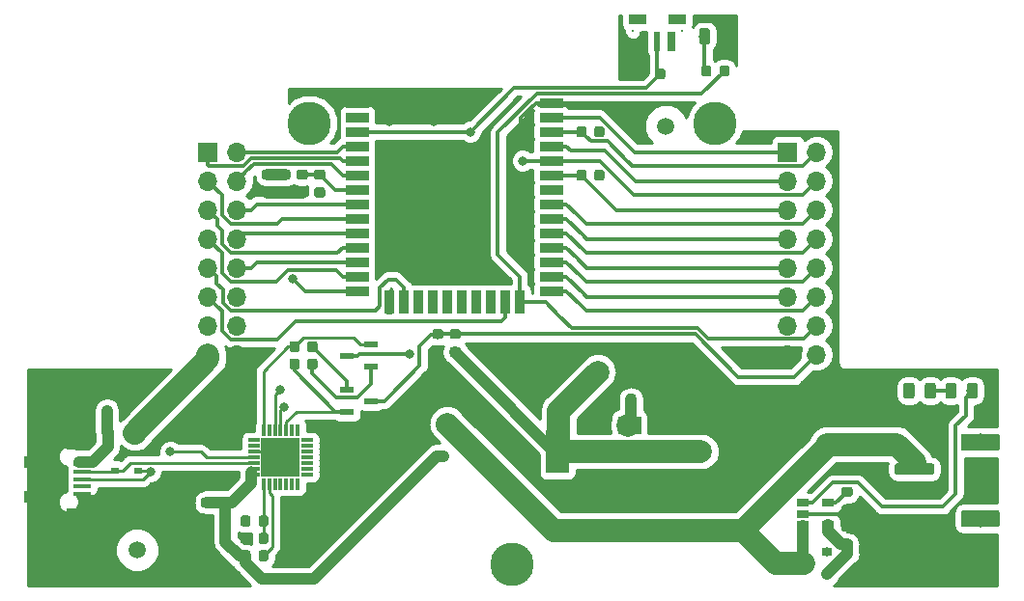
<source format=gbr>
G04 #@! TF.GenerationSoftware,KiCad,Pcbnew,(5.0.2)-1*
G04 #@! TF.CreationDate,2019-10-04T12:36:52+03:00*
G04 #@! TF.ProjectId,esp32d,65737033-3264-42e6-9b69-6361645f7063,rev?*
G04 #@! TF.SameCoordinates,Original*
G04 #@! TF.FileFunction,Copper,L1,Top*
G04 #@! TF.FilePolarity,Positive*
%FSLAX46Y46*%
G04 Gerber Fmt 4.6, Leading zero omitted, Abs format (unit mm)*
G04 Created by KiCad (PCBNEW (5.0.2)-1) date 04.10.2019 12:36:52*
%MOMM*%
%LPD*%
G01*
G04 APERTURE LIST*
G04 #@! TA.AperFunction,Conductor*
%ADD10C,0.100000*%
G04 #@! TD*
G04 #@! TA.AperFunction,SMDPad,CuDef*
%ADD11C,0.975000*%
G04 #@! TD*
G04 #@! TA.AperFunction,SMDPad,CuDef*
%ADD12C,0.875000*%
G04 #@! TD*
G04 #@! TA.AperFunction,SMDPad,CuDef*
%ADD13R,1.075000X0.500000*%
G04 #@! TD*
G04 #@! TA.AperFunction,SMDPad,CuDef*
%ADD14R,0.600000X0.800000*%
G04 #@! TD*
G04 #@! TA.AperFunction,SMDPad,CuDef*
%ADD15R,0.800000X0.600000*%
G04 #@! TD*
G04 #@! TA.AperFunction,BGAPad,CuDef*
%ADD16C,1.500000*%
G04 #@! TD*
G04 #@! TA.AperFunction,ComponentPad*
%ADD17C,3.800000*%
G04 #@! TD*
G04 #@! TA.AperFunction,SMDPad,CuDef*
%ADD18R,1.000000X0.300000*%
G04 #@! TD*
G04 #@! TA.AperFunction,SMDPad,CuDef*
%ADD19R,0.300000X1.000000*%
G04 #@! TD*
G04 #@! TA.AperFunction,SMDPad,CuDef*
%ADD20R,3.350000X3.350000*%
G04 #@! TD*
G04 #@! TA.AperFunction,SMDPad,CuDef*
%ADD21R,1.300000X0.600000*%
G04 #@! TD*
G04 #@! TA.AperFunction,SMDPad,CuDef*
%ADD22R,0.750000X1.800000*%
G04 #@! TD*
G04 #@! TA.AperFunction,SMDPad,CuDef*
%ADD23R,0.600000X1.800000*%
G04 #@! TD*
G04 #@! TA.AperFunction,SMDPad,CuDef*
%ADD24R,1.500000X0.900000*%
G04 #@! TD*
G04 #@! TA.AperFunction,ComponentPad*
%ADD25C,0.250000*%
G04 #@! TD*
G04 #@! TA.AperFunction,SMDPad,CuDef*
%ADD26R,2.000000X3.800000*%
G04 #@! TD*
G04 #@! TA.AperFunction,SMDPad,CuDef*
%ADD27R,2.000000X1.500000*%
G04 #@! TD*
G04 #@! TA.AperFunction,SMDPad,CuDef*
%ADD28R,5.000000X5.000000*%
G04 #@! TD*
G04 #@! TA.AperFunction,SMDPad,CuDef*
%ADD29R,2.000000X0.900000*%
G04 #@! TD*
G04 #@! TA.AperFunction,SMDPad,CuDef*
%ADD30R,0.900000X2.000000*%
G04 #@! TD*
G04 #@! TA.AperFunction,SMDPad,CuDef*
%ADD31C,1.000000*%
G04 #@! TD*
G04 #@! TA.AperFunction,SMDPad,CuDef*
%ADD32C,1.500000*%
G04 #@! TD*
G04 #@! TA.AperFunction,SMDPad,CuDef*
%ADD33R,1.060000X0.650000*%
G04 #@! TD*
G04 #@! TA.AperFunction,SMDPad,CuDef*
%ADD34R,0.900000X0.800000*%
G04 #@! TD*
G04 #@! TA.AperFunction,SMDPad,CuDef*
%ADD35R,1.500000X0.400000*%
G04 #@! TD*
G04 #@! TA.AperFunction,SMDPad,CuDef*
%ADD36R,1.400000X1.400000*%
G04 #@! TD*
G04 #@! TA.AperFunction,SMDPad,CuDef*
%ADD37R,1.000000X1.000000*%
G04 #@! TD*
G04 #@! TA.AperFunction,ComponentPad*
%ADD38R,1.700000X1.700000*%
G04 #@! TD*
G04 #@! TA.AperFunction,ComponentPad*
%ADD39O,1.700000X1.700000*%
G04 #@! TD*
G04 #@! TA.AperFunction,ViaPad*
%ADD40C,0.800000*%
G04 #@! TD*
G04 #@! TA.AperFunction,ViaPad*
%ADD41C,2.000000*%
G04 #@! TD*
G04 #@! TA.AperFunction,Conductor*
%ADD42C,1.000000*%
G04 #@! TD*
G04 #@! TA.AperFunction,Conductor*
%ADD43C,0.310000*%
G04 #@! TD*
G04 #@! TA.AperFunction,Conductor*
%ADD44C,0.254000*%
G04 #@! TD*
G04 #@! TA.AperFunction,Conductor*
%ADD45C,0.508000*%
G04 #@! TD*
G04 #@! TA.AperFunction,Conductor*
%ADD46C,0.250000*%
G04 #@! TD*
G04 #@! TA.AperFunction,Conductor*
%ADD47C,2.000000*%
G04 #@! TD*
G04 APERTURE END LIST*
D10*
G04 #@! TO.N,Net-(D6-Pad1)*
G04 #@! TO.C,D6*
G36*
X159955142Y-127571174D02*
X159978803Y-127574684D01*
X160002007Y-127580496D01*
X160024529Y-127588554D01*
X160046153Y-127598782D01*
X160066670Y-127611079D01*
X160085883Y-127625329D01*
X160103607Y-127641393D01*
X160119671Y-127659117D01*
X160133921Y-127678330D01*
X160146218Y-127698847D01*
X160156446Y-127720471D01*
X160164504Y-127742993D01*
X160170316Y-127766197D01*
X160173826Y-127789858D01*
X160175000Y-127813750D01*
X160175000Y-128726250D01*
X160173826Y-128750142D01*
X160170316Y-128773803D01*
X160164504Y-128797007D01*
X160156446Y-128819529D01*
X160146218Y-128841153D01*
X160133921Y-128861670D01*
X160119671Y-128880883D01*
X160103607Y-128898607D01*
X160085883Y-128914671D01*
X160066670Y-128928921D01*
X160046153Y-128941218D01*
X160024529Y-128951446D01*
X160002007Y-128959504D01*
X159978803Y-128965316D01*
X159955142Y-128968826D01*
X159931250Y-128970000D01*
X159443750Y-128970000D01*
X159419858Y-128968826D01*
X159396197Y-128965316D01*
X159372993Y-128959504D01*
X159350471Y-128951446D01*
X159328847Y-128941218D01*
X159308330Y-128928921D01*
X159289117Y-128914671D01*
X159271393Y-128898607D01*
X159255329Y-128880883D01*
X159241079Y-128861670D01*
X159228782Y-128841153D01*
X159218554Y-128819529D01*
X159210496Y-128797007D01*
X159204684Y-128773803D01*
X159201174Y-128750142D01*
X159200000Y-128726250D01*
X159200000Y-127813750D01*
X159201174Y-127789858D01*
X159204684Y-127766197D01*
X159210496Y-127742993D01*
X159218554Y-127720471D01*
X159228782Y-127698847D01*
X159241079Y-127678330D01*
X159255329Y-127659117D01*
X159271393Y-127641393D01*
X159289117Y-127625329D01*
X159308330Y-127611079D01*
X159328847Y-127598782D01*
X159350471Y-127588554D01*
X159372993Y-127580496D01*
X159396197Y-127574684D01*
X159419858Y-127571174D01*
X159443750Y-127570000D01*
X159931250Y-127570000D01*
X159955142Y-127571174D01*
X159955142Y-127571174D01*
G37*
D11*
G04 #@! TD*
G04 #@! TO.P,D6,1*
G04 #@! TO.N,Net-(D6-Pad1)*
X159687500Y-128270000D03*
D10*
G04 #@! TO.N,Net-(D6-Pad2)*
G04 #@! TO.C,D6*
G36*
X158080142Y-127571174D02*
X158103803Y-127574684D01*
X158127007Y-127580496D01*
X158149529Y-127588554D01*
X158171153Y-127598782D01*
X158191670Y-127611079D01*
X158210883Y-127625329D01*
X158228607Y-127641393D01*
X158244671Y-127659117D01*
X158258921Y-127678330D01*
X158271218Y-127698847D01*
X158281446Y-127720471D01*
X158289504Y-127742993D01*
X158295316Y-127766197D01*
X158298826Y-127789858D01*
X158300000Y-127813750D01*
X158300000Y-128726250D01*
X158298826Y-128750142D01*
X158295316Y-128773803D01*
X158289504Y-128797007D01*
X158281446Y-128819529D01*
X158271218Y-128841153D01*
X158258921Y-128861670D01*
X158244671Y-128880883D01*
X158228607Y-128898607D01*
X158210883Y-128914671D01*
X158191670Y-128928921D01*
X158171153Y-128941218D01*
X158149529Y-128951446D01*
X158127007Y-128959504D01*
X158103803Y-128965316D01*
X158080142Y-128968826D01*
X158056250Y-128970000D01*
X157568750Y-128970000D01*
X157544858Y-128968826D01*
X157521197Y-128965316D01*
X157497993Y-128959504D01*
X157475471Y-128951446D01*
X157453847Y-128941218D01*
X157433330Y-128928921D01*
X157414117Y-128914671D01*
X157396393Y-128898607D01*
X157380329Y-128880883D01*
X157366079Y-128861670D01*
X157353782Y-128841153D01*
X157343554Y-128819529D01*
X157335496Y-128797007D01*
X157329684Y-128773803D01*
X157326174Y-128750142D01*
X157325000Y-128726250D01*
X157325000Y-127813750D01*
X157326174Y-127789858D01*
X157329684Y-127766197D01*
X157335496Y-127742993D01*
X157343554Y-127720471D01*
X157353782Y-127698847D01*
X157366079Y-127678330D01*
X157380329Y-127659117D01*
X157396393Y-127641393D01*
X157414117Y-127625329D01*
X157433330Y-127611079D01*
X157453847Y-127598782D01*
X157475471Y-127588554D01*
X157497993Y-127580496D01*
X157521197Y-127574684D01*
X157544858Y-127571174D01*
X157568750Y-127570000D01*
X158056250Y-127570000D01*
X158080142Y-127571174D01*
X158080142Y-127571174D01*
G37*
D11*
G04 #@! TD*
G04 #@! TO.P,D6,2*
G04 #@! TO.N,Net-(D6-Pad2)*
X157812500Y-128270000D03*
D10*
G04 #@! TO.N,EN*
G04 #@! TO.C,R1*
G36*
X114641191Y-122855053D02*
X114662426Y-122858203D01*
X114683250Y-122863419D01*
X114703462Y-122870651D01*
X114722868Y-122879830D01*
X114741281Y-122890866D01*
X114758524Y-122903654D01*
X114774430Y-122918070D01*
X114788846Y-122933976D01*
X114801634Y-122951219D01*
X114812670Y-122969632D01*
X114821849Y-122989038D01*
X114829081Y-123009250D01*
X114834297Y-123030074D01*
X114837447Y-123051309D01*
X114838500Y-123072750D01*
X114838500Y-123510250D01*
X114837447Y-123531691D01*
X114834297Y-123552926D01*
X114829081Y-123573750D01*
X114821849Y-123593962D01*
X114812670Y-123613368D01*
X114801634Y-123631781D01*
X114788846Y-123649024D01*
X114774430Y-123664930D01*
X114758524Y-123679346D01*
X114741281Y-123692134D01*
X114722868Y-123703170D01*
X114703462Y-123712349D01*
X114683250Y-123719581D01*
X114662426Y-123724797D01*
X114641191Y-123727947D01*
X114619750Y-123729000D01*
X114107250Y-123729000D01*
X114085809Y-123727947D01*
X114064574Y-123724797D01*
X114043750Y-123719581D01*
X114023538Y-123712349D01*
X114004132Y-123703170D01*
X113985719Y-123692134D01*
X113968476Y-123679346D01*
X113952570Y-123664930D01*
X113938154Y-123649024D01*
X113925366Y-123631781D01*
X113914330Y-123613368D01*
X113905151Y-123593962D01*
X113897919Y-123573750D01*
X113892703Y-123552926D01*
X113889553Y-123531691D01*
X113888500Y-123510250D01*
X113888500Y-123072750D01*
X113889553Y-123051309D01*
X113892703Y-123030074D01*
X113897919Y-123009250D01*
X113905151Y-122989038D01*
X113914330Y-122969632D01*
X113925366Y-122951219D01*
X113938154Y-122933976D01*
X113952570Y-122918070D01*
X113968476Y-122903654D01*
X113985719Y-122890866D01*
X114004132Y-122879830D01*
X114023538Y-122870651D01*
X114043750Y-122863419D01*
X114064574Y-122858203D01*
X114085809Y-122855053D01*
X114107250Y-122854000D01*
X114619750Y-122854000D01*
X114641191Y-122855053D01*
X114641191Y-122855053D01*
G37*
D12*
G04 #@! TD*
G04 #@! TO.P,R1,2*
G04 #@! TO.N,EN*
X114363500Y-123291500D03*
D10*
G04 #@! TO.N,+3.3V*
G04 #@! TO.C,R1*
G36*
X114641191Y-124430053D02*
X114662426Y-124433203D01*
X114683250Y-124438419D01*
X114703462Y-124445651D01*
X114722868Y-124454830D01*
X114741281Y-124465866D01*
X114758524Y-124478654D01*
X114774430Y-124493070D01*
X114788846Y-124508976D01*
X114801634Y-124526219D01*
X114812670Y-124544632D01*
X114821849Y-124564038D01*
X114829081Y-124584250D01*
X114834297Y-124605074D01*
X114837447Y-124626309D01*
X114838500Y-124647750D01*
X114838500Y-125085250D01*
X114837447Y-125106691D01*
X114834297Y-125127926D01*
X114829081Y-125148750D01*
X114821849Y-125168962D01*
X114812670Y-125188368D01*
X114801634Y-125206781D01*
X114788846Y-125224024D01*
X114774430Y-125239930D01*
X114758524Y-125254346D01*
X114741281Y-125267134D01*
X114722868Y-125278170D01*
X114703462Y-125287349D01*
X114683250Y-125294581D01*
X114662426Y-125299797D01*
X114641191Y-125302947D01*
X114619750Y-125304000D01*
X114107250Y-125304000D01*
X114085809Y-125302947D01*
X114064574Y-125299797D01*
X114043750Y-125294581D01*
X114023538Y-125287349D01*
X114004132Y-125278170D01*
X113985719Y-125267134D01*
X113968476Y-125254346D01*
X113952570Y-125239930D01*
X113938154Y-125224024D01*
X113925366Y-125206781D01*
X113914330Y-125188368D01*
X113905151Y-125168962D01*
X113897919Y-125148750D01*
X113892703Y-125127926D01*
X113889553Y-125106691D01*
X113888500Y-125085250D01*
X113888500Y-124647750D01*
X113889553Y-124626309D01*
X113892703Y-124605074D01*
X113897919Y-124584250D01*
X113905151Y-124564038D01*
X113914330Y-124544632D01*
X113925366Y-124526219D01*
X113938154Y-124508976D01*
X113952570Y-124493070D01*
X113968476Y-124478654D01*
X113985719Y-124465866D01*
X114004132Y-124454830D01*
X114023538Y-124445651D01*
X114043750Y-124438419D01*
X114064574Y-124433203D01*
X114085809Y-124430053D01*
X114107250Y-124429000D01*
X114619750Y-124429000D01*
X114641191Y-124430053D01*
X114641191Y-124430053D01*
G37*
D12*
G04 #@! TD*
G04 #@! TO.P,R1,1*
G04 #@! TO.N,+3.3V*
X114363500Y-124866500D03*
D10*
G04 #@! TO.N,IO2*
G04 #@! TO.C,R2*
G36*
X138187691Y-99729053D02*
X138208926Y-99732203D01*
X138229750Y-99737419D01*
X138249962Y-99744651D01*
X138269368Y-99753830D01*
X138287781Y-99764866D01*
X138305024Y-99777654D01*
X138320930Y-99792070D01*
X138335346Y-99807976D01*
X138348134Y-99825219D01*
X138359170Y-99843632D01*
X138368349Y-99863038D01*
X138375581Y-99883250D01*
X138380797Y-99904074D01*
X138383947Y-99925309D01*
X138385000Y-99946750D01*
X138385000Y-100459250D01*
X138383947Y-100480691D01*
X138380797Y-100501926D01*
X138375581Y-100522750D01*
X138368349Y-100542962D01*
X138359170Y-100562368D01*
X138348134Y-100580781D01*
X138335346Y-100598024D01*
X138320930Y-100613930D01*
X138305024Y-100628346D01*
X138287781Y-100641134D01*
X138269368Y-100652170D01*
X138249962Y-100661349D01*
X138229750Y-100668581D01*
X138208926Y-100673797D01*
X138187691Y-100676947D01*
X138166250Y-100678000D01*
X137728750Y-100678000D01*
X137707309Y-100676947D01*
X137686074Y-100673797D01*
X137665250Y-100668581D01*
X137645038Y-100661349D01*
X137625632Y-100652170D01*
X137607219Y-100641134D01*
X137589976Y-100628346D01*
X137574070Y-100613930D01*
X137559654Y-100598024D01*
X137546866Y-100580781D01*
X137535830Y-100562368D01*
X137526651Y-100542962D01*
X137519419Y-100522750D01*
X137514203Y-100501926D01*
X137511053Y-100480691D01*
X137510000Y-100459250D01*
X137510000Y-99946750D01*
X137511053Y-99925309D01*
X137514203Y-99904074D01*
X137519419Y-99883250D01*
X137526651Y-99863038D01*
X137535830Y-99843632D01*
X137546866Y-99825219D01*
X137559654Y-99807976D01*
X137574070Y-99792070D01*
X137589976Y-99777654D01*
X137607219Y-99764866D01*
X137625632Y-99753830D01*
X137645038Y-99744651D01*
X137665250Y-99737419D01*
X137686074Y-99732203D01*
X137707309Y-99729053D01*
X137728750Y-99728000D01*
X138166250Y-99728000D01*
X138187691Y-99729053D01*
X138187691Y-99729053D01*
G37*
D12*
G04 #@! TD*
G04 #@! TO.P,R2,1*
G04 #@! TO.N,IO2*
X137947500Y-100203000D03*
D10*
G04 #@! TO.N,Net-(D2-Pad2)*
G04 #@! TO.C,R2*
G36*
X136612691Y-99729053D02*
X136633926Y-99732203D01*
X136654750Y-99737419D01*
X136674962Y-99744651D01*
X136694368Y-99753830D01*
X136712781Y-99764866D01*
X136730024Y-99777654D01*
X136745930Y-99792070D01*
X136760346Y-99807976D01*
X136773134Y-99825219D01*
X136784170Y-99843632D01*
X136793349Y-99863038D01*
X136800581Y-99883250D01*
X136805797Y-99904074D01*
X136808947Y-99925309D01*
X136810000Y-99946750D01*
X136810000Y-100459250D01*
X136808947Y-100480691D01*
X136805797Y-100501926D01*
X136800581Y-100522750D01*
X136793349Y-100542962D01*
X136784170Y-100562368D01*
X136773134Y-100580781D01*
X136760346Y-100598024D01*
X136745930Y-100613930D01*
X136730024Y-100628346D01*
X136712781Y-100641134D01*
X136694368Y-100652170D01*
X136674962Y-100661349D01*
X136654750Y-100668581D01*
X136633926Y-100673797D01*
X136612691Y-100676947D01*
X136591250Y-100678000D01*
X136153750Y-100678000D01*
X136132309Y-100676947D01*
X136111074Y-100673797D01*
X136090250Y-100668581D01*
X136070038Y-100661349D01*
X136050632Y-100652170D01*
X136032219Y-100641134D01*
X136014976Y-100628346D01*
X135999070Y-100613930D01*
X135984654Y-100598024D01*
X135971866Y-100580781D01*
X135960830Y-100562368D01*
X135951651Y-100542962D01*
X135944419Y-100522750D01*
X135939203Y-100501926D01*
X135936053Y-100480691D01*
X135935000Y-100459250D01*
X135935000Y-99946750D01*
X135936053Y-99925309D01*
X135939203Y-99904074D01*
X135944419Y-99883250D01*
X135951651Y-99863038D01*
X135960830Y-99843632D01*
X135971866Y-99825219D01*
X135984654Y-99807976D01*
X135999070Y-99792070D01*
X136014976Y-99777654D01*
X136032219Y-99764866D01*
X136050632Y-99753830D01*
X136070038Y-99744651D01*
X136090250Y-99737419D01*
X136111074Y-99732203D01*
X136132309Y-99729053D01*
X136153750Y-99728000D01*
X136591250Y-99728000D01*
X136612691Y-99729053D01*
X136612691Y-99729053D01*
G37*
D12*
G04 #@! TD*
G04 #@! TO.P,R2,2*
G04 #@! TO.N,Net-(D2-Pad2)*
X136372500Y-100203000D03*
D10*
G04 #@! TO.N,+3.3V*
G04 #@! TO.C,C1*
G36*
X98194691Y-108859553D02*
X98215926Y-108862703D01*
X98236750Y-108867919D01*
X98256962Y-108875151D01*
X98276368Y-108884330D01*
X98294781Y-108895366D01*
X98312024Y-108908154D01*
X98327930Y-108922570D01*
X98342346Y-108938476D01*
X98355134Y-108955719D01*
X98366170Y-108974132D01*
X98375349Y-108993538D01*
X98382581Y-109013750D01*
X98387797Y-109034574D01*
X98390947Y-109055809D01*
X98392000Y-109077250D01*
X98392000Y-109514750D01*
X98390947Y-109536191D01*
X98387797Y-109557426D01*
X98382581Y-109578250D01*
X98375349Y-109598462D01*
X98366170Y-109617868D01*
X98355134Y-109636281D01*
X98342346Y-109653524D01*
X98327930Y-109669430D01*
X98312024Y-109683846D01*
X98294781Y-109696634D01*
X98276368Y-109707670D01*
X98256962Y-109716849D01*
X98236750Y-109724081D01*
X98215926Y-109729297D01*
X98194691Y-109732447D01*
X98173250Y-109733500D01*
X97660750Y-109733500D01*
X97639309Y-109732447D01*
X97618074Y-109729297D01*
X97597250Y-109724081D01*
X97577038Y-109716849D01*
X97557632Y-109707670D01*
X97539219Y-109696634D01*
X97521976Y-109683846D01*
X97506070Y-109669430D01*
X97491654Y-109653524D01*
X97478866Y-109636281D01*
X97467830Y-109617868D01*
X97458651Y-109598462D01*
X97451419Y-109578250D01*
X97446203Y-109557426D01*
X97443053Y-109536191D01*
X97442000Y-109514750D01*
X97442000Y-109077250D01*
X97443053Y-109055809D01*
X97446203Y-109034574D01*
X97451419Y-109013750D01*
X97458651Y-108993538D01*
X97467830Y-108974132D01*
X97478866Y-108955719D01*
X97491654Y-108938476D01*
X97506070Y-108922570D01*
X97521976Y-108908154D01*
X97539219Y-108895366D01*
X97557632Y-108884330D01*
X97577038Y-108875151D01*
X97597250Y-108867919D01*
X97618074Y-108862703D01*
X97639309Y-108859553D01*
X97660750Y-108858500D01*
X98173250Y-108858500D01*
X98194691Y-108859553D01*
X98194691Y-108859553D01*
G37*
D12*
G04 #@! TD*
G04 #@! TO.P,C1,2*
G04 #@! TO.N,+3.3V*
X97917000Y-109296000D03*
D10*
G04 #@! TO.N,GND*
G04 #@! TO.C,C1*
G36*
X98194691Y-110434553D02*
X98215926Y-110437703D01*
X98236750Y-110442919D01*
X98256962Y-110450151D01*
X98276368Y-110459330D01*
X98294781Y-110470366D01*
X98312024Y-110483154D01*
X98327930Y-110497570D01*
X98342346Y-110513476D01*
X98355134Y-110530719D01*
X98366170Y-110549132D01*
X98375349Y-110568538D01*
X98382581Y-110588750D01*
X98387797Y-110609574D01*
X98390947Y-110630809D01*
X98392000Y-110652250D01*
X98392000Y-111089750D01*
X98390947Y-111111191D01*
X98387797Y-111132426D01*
X98382581Y-111153250D01*
X98375349Y-111173462D01*
X98366170Y-111192868D01*
X98355134Y-111211281D01*
X98342346Y-111228524D01*
X98327930Y-111244430D01*
X98312024Y-111258846D01*
X98294781Y-111271634D01*
X98276368Y-111282670D01*
X98256962Y-111291849D01*
X98236750Y-111299081D01*
X98215926Y-111304297D01*
X98194691Y-111307447D01*
X98173250Y-111308500D01*
X97660750Y-111308500D01*
X97639309Y-111307447D01*
X97618074Y-111304297D01*
X97597250Y-111299081D01*
X97577038Y-111291849D01*
X97557632Y-111282670D01*
X97539219Y-111271634D01*
X97521976Y-111258846D01*
X97506070Y-111244430D01*
X97491654Y-111228524D01*
X97478866Y-111211281D01*
X97467830Y-111192868D01*
X97458651Y-111173462D01*
X97451419Y-111153250D01*
X97446203Y-111132426D01*
X97443053Y-111111191D01*
X97442000Y-111089750D01*
X97442000Y-110652250D01*
X97443053Y-110630809D01*
X97446203Y-110609574D01*
X97451419Y-110588750D01*
X97458651Y-110568538D01*
X97467830Y-110549132D01*
X97478866Y-110530719D01*
X97491654Y-110513476D01*
X97506070Y-110497570D01*
X97521976Y-110483154D01*
X97539219Y-110470366D01*
X97557632Y-110459330D01*
X97577038Y-110450151D01*
X97597250Y-110442919D01*
X97618074Y-110437703D01*
X97639309Y-110434553D01*
X97660750Y-110433500D01*
X98173250Y-110433500D01*
X98194691Y-110434553D01*
X98194691Y-110434553D01*
G37*
D12*
G04 #@! TD*
G04 #@! TO.P,C1,1*
G04 #@! TO.N,GND*
X97917000Y-110871000D03*
D10*
G04 #@! TO.N,+3.3V*
G04 #@! TO.C,C2*
G36*
X99718691Y-108859553D02*
X99739926Y-108862703D01*
X99760750Y-108867919D01*
X99780962Y-108875151D01*
X99800368Y-108884330D01*
X99818781Y-108895366D01*
X99836024Y-108908154D01*
X99851930Y-108922570D01*
X99866346Y-108938476D01*
X99879134Y-108955719D01*
X99890170Y-108974132D01*
X99899349Y-108993538D01*
X99906581Y-109013750D01*
X99911797Y-109034574D01*
X99914947Y-109055809D01*
X99916000Y-109077250D01*
X99916000Y-109514750D01*
X99914947Y-109536191D01*
X99911797Y-109557426D01*
X99906581Y-109578250D01*
X99899349Y-109598462D01*
X99890170Y-109617868D01*
X99879134Y-109636281D01*
X99866346Y-109653524D01*
X99851930Y-109669430D01*
X99836024Y-109683846D01*
X99818781Y-109696634D01*
X99800368Y-109707670D01*
X99780962Y-109716849D01*
X99760750Y-109724081D01*
X99739926Y-109729297D01*
X99718691Y-109732447D01*
X99697250Y-109733500D01*
X99184750Y-109733500D01*
X99163309Y-109732447D01*
X99142074Y-109729297D01*
X99121250Y-109724081D01*
X99101038Y-109716849D01*
X99081632Y-109707670D01*
X99063219Y-109696634D01*
X99045976Y-109683846D01*
X99030070Y-109669430D01*
X99015654Y-109653524D01*
X99002866Y-109636281D01*
X98991830Y-109617868D01*
X98982651Y-109598462D01*
X98975419Y-109578250D01*
X98970203Y-109557426D01*
X98967053Y-109536191D01*
X98966000Y-109514750D01*
X98966000Y-109077250D01*
X98967053Y-109055809D01*
X98970203Y-109034574D01*
X98975419Y-109013750D01*
X98982651Y-108993538D01*
X98991830Y-108974132D01*
X99002866Y-108955719D01*
X99015654Y-108938476D01*
X99030070Y-108922570D01*
X99045976Y-108908154D01*
X99063219Y-108895366D01*
X99081632Y-108884330D01*
X99101038Y-108875151D01*
X99121250Y-108867919D01*
X99142074Y-108862703D01*
X99163309Y-108859553D01*
X99184750Y-108858500D01*
X99697250Y-108858500D01*
X99718691Y-108859553D01*
X99718691Y-108859553D01*
G37*
D12*
G04 #@! TD*
G04 #@! TO.P,C2,1*
G04 #@! TO.N,+3.3V*
X99441000Y-109296000D03*
D10*
G04 #@! TO.N,GND*
G04 #@! TO.C,C2*
G36*
X99718691Y-110434553D02*
X99739926Y-110437703D01*
X99760750Y-110442919D01*
X99780962Y-110450151D01*
X99800368Y-110459330D01*
X99818781Y-110470366D01*
X99836024Y-110483154D01*
X99851930Y-110497570D01*
X99866346Y-110513476D01*
X99879134Y-110530719D01*
X99890170Y-110549132D01*
X99899349Y-110568538D01*
X99906581Y-110588750D01*
X99911797Y-110609574D01*
X99914947Y-110630809D01*
X99916000Y-110652250D01*
X99916000Y-111089750D01*
X99914947Y-111111191D01*
X99911797Y-111132426D01*
X99906581Y-111153250D01*
X99899349Y-111173462D01*
X99890170Y-111192868D01*
X99879134Y-111211281D01*
X99866346Y-111228524D01*
X99851930Y-111244430D01*
X99836024Y-111258846D01*
X99818781Y-111271634D01*
X99800368Y-111282670D01*
X99780962Y-111291849D01*
X99760750Y-111299081D01*
X99739926Y-111304297D01*
X99718691Y-111307447D01*
X99697250Y-111308500D01*
X99184750Y-111308500D01*
X99163309Y-111307447D01*
X99142074Y-111304297D01*
X99121250Y-111299081D01*
X99101038Y-111291849D01*
X99081632Y-111282670D01*
X99063219Y-111271634D01*
X99045976Y-111258846D01*
X99030070Y-111244430D01*
X99015654Y-111228524D01*
X99002866Y-111211281D01*
X98991830Y-111192868D01*
X98982651Y-111173462D01*
X98975419Y-111153250D01*
X98970203Y-111132426D01*
X98967053Y-111111191D01*
X98966000Y-111089750D01*
X98966000Y-110652250D01*
X98967053Y-110630809D01*
X98970203Y-110609574D01*
X98975419Y-110588750D01*
X98982651Y-110568538D01*
X98991830Y-110549132D01*
X99002866Y-110530719D01*
X99015654Y-110513476D01*
X99030070Y-110497570D01*
X99045976Y-110483154D01*
X99063219Y-110470366D01*
X99081632Y-110459330D01*
X99101038Y-110450151D01*
X99121250Y-110442919D01*
X99142074Y-110437703D01*
X99163309Y-110434553D01*
X99184750Y-110433500D01*
X99697250Y-110433500D01*
X99718691Y-110434553D01*
X99718691Y-110434553D01*
G37*
D12*
G04 #@! TD*
G04 #@! TO.P,C2,2*
G04 #@! TO.N,GND*
X99441000Y-110871000D03*
D10*
G04 #@! TO.N,EN*
G04 #@! TO.C,C3*
G36*
X113117191Y-122855053D02*
X113138426Y-122858203D01*
X113159250Y-122863419D01*
X113179462Y-122870651D01*
X113198868Y-122879830D01*
X113217281Y-122890866D01*
X113234524Y-122903654D01*
X113250430Y-122918070D01*
X113264846Y-122933976D01*
X113277634Y-122951219D01*
X113288670Y-122969632D01*
X113297849Y-122989038D01*
X113305081Y-123009250D01*
X113310297Y-123030074D01*
X113313447Y-123051309D01*
X113314500Y-123072750D01*
X113314500Y-123510250D01*
X113313447Y-123531691D01*
X113310297Y-123552926D01*
X113305081Y-123573750D01*
X113297849Y-123593962D01*
X113288670Y-123613368D01*
X113277634Y-123631781D01*
X113264846Y-123649024D01*
X113250430Y-123664930D01*
X113234524Y-123679346D01*
X113217281Y-123692134D01*
X113198868Y-123703170D01*
X113179462Y-123712349D01*
X113159250Y-123719581D01*
X113138426Y-123724797D01*
X113117191Y-123727947D01*
X113095750Y-123729000D01*
X112583250Y-123729000D01*
X112561809Y-123727947D01*
X112540574Y-123724797D01*
X112519750Y-123719581D01*
X112499538Y-123712349D01*
X112480132Y-123703170D01*
X112461719Y-123692134D01*
X112444476Y-123679346D01*
X112428570Y-123664930D01*
X112414154Y-123649024D01*
X112401366Y-123631781D01*
X112390330Y-123613368D01*
X112381151Y-123593962D01*
X112373919Y-123573750D01*
X112368703Y-123552926D01*
X112365553Y-123531691D01*
X112364500Y-123510250D01*
X112364500Y-123072750D01*
X112365553Y-123051309D01*
X112368703Y-123030074D01*
X112373919Y-123009250D01*
X112381151Y-122989038D01*
X112390330Y-122969632D01*
X112401366Y-122951219D01*
X112414154Y-122933976D01*
X112428570Y-122918070D01*
X112444476Y-122903654D01*
X112461719Y-122890866D01*
X112480132Y-122879830D01*
X112499538Y-122870651D01*
X112519750Y-122863419D01*
X112540574Y-122858203D01*
X112561809Y-122855053D01*
X112583250Y-122854000D01*
X113095750Y-122854000D01*
X113117191Y-122855053D01*
X113117191Y-122855053D01*
G37*
D12*
G04 #@! TD*
G04 #@! TO.P,C3,2*
G04 #@! TO.N,EN*
X112839500Y-123291500D03*
D10*
G04 #@! TO.N,GND*
G04 #@! TO.C,C3*
G36*
X113117191Y-124430053D02*
X113138426Y-124433203D01*
X113159250Y-124438419D01*
X113179462Y-124445651D01*
X113198868Y-124454830D01*
X113217281Y-124465866D01*
X113234524Y-124478654D01*
X113250430Y-124493070D01*
X113264846Y-124508976D01*
X113277634Y-124526219D01*
X113288670Y-124544632D01*
X113297849Y-124564038D01*
X113305081Y-124584250D01*
X113310297Y-124605074D01*
X113313447Y-124626309D01*
X113314500Y-124647750D01*
X113314500Y-125085250D01*
X113313447Y-125106691D01*
X113310297Y-125127926D01*
X113305081Y-125148750D01*
X113297849Y-125168962D01*
X113288670Y-125188368D01*
X113277634Y-125206781D01*
X113264846Y-125224024D01*
X113250430Y-125239930D01*
X113234524Y-125254346D01*
X113217281Y-125267134D01*
X113198868Y-125278170D01*
X113179462Y-125287349D01*
X113159250Y-125294581D01*
X113138426Y-125299797D01*
X113117191Y-125302947D01*
X113095750Y-125304000D01*
X112583250Y-125304000D01*
X112561809Y-125302947D01*
X112540574Y-125299797D01*
X112519750Y-125294581D01*
X112499538Y-125287349D01*
X112480132Y-125278170D01*
X112461719Y-125267134D01*
X112444476Y-125254346D01*
X112428570Y-125239930D01*
X112414154Y-125224024D01*
X112401366Y-125206781D01*
X112390330Y-125188368D01*
X112381151Y-125168962D01*
X112373919Y-125148750D01*
X112368703Y-125127926D01*
X112365553Y-125106691D01*
X112364500Y-125085250D01*
X112364500Y-124647750D01*
X112365553Y-124626309D01*
X112368703Y-124605074D01*
X112373919Y-124584250D01*
X112381151Y-124564038D01*
X112390330Y-124544632D01*
X112401366Y-124526219D01*
X112414154Y-124508976D01*
X112428570Y-124493070D01*
X112444476Y-124478654D01*
X112461719Y-124465866D01*
X112480132Y-124454830D01*
X112499538Y-124445651D01*
X112519750Y-124438419D01*
X112540574Y-124433203D01*
X112561809Y-124430053D01*
X112583250Y-124429000D01*
X113095750Y-124429000D01*
X113117191Y-124430053D01*
X113117191Y-124430053D01*
G37*
D12*
G04 #@! TD*
G04 #@! TO.P,C3,1*
G04 #@! TO.N,GND*
X112839500Y-124866500D03*
D10*
G04 #@! TO.N,GND*
G04 #@! TO.C,C4*
G36*
X131583691Y-128558053D02*
X131604926Y-128561203D01*
X131625750Y-128566419D01*
X131645962Y-128573651D01*
X131665368Y-128582830D01*
X131683781Y-128593866D01*
X131701024Y-128606654D01*
X131716930Y-128621070D01*
X131731346Y-128636976D01*
X131744134Y-128654219D01*
X131755170Y-128672632D01*
X131764349Y-128692038D01*
X131771581Y-128712250D01*
X131776797Y-128733074D01*
X131779947Y-128754309D01*
X131781000Y-128775750D01*
X131781000Y-129288250D01*
X131779947Y-129309691D01*
X131776797Y-129330926D01*
X131771581Y-129351750D01*
X131764349Y-129371962D01*
X131755170Y-129391368D01*
X131744134Y-129409781D01*
X131731346Y-129427024D01*
X131716930Y-129442930D01*
X131701024Y-129457346D01*
X131683781Y-129470134D01*
X131665368Y-129481170D01*
X131645962Y-129490349D01*
X131625750Y-129497581D01*
X131604926Y-129502797D01*
X131583691Y-129505947D01*
X131562250Y-129507000D01*
X131124750Y-129507000D01*
X131103309Y-129505947D01*
X131082074Y-129502797D01*
X131061250Y-129497581D01*
X131041038Y-129490349D01*
X131021632Y-129481170D01*
X131003219Y-129470134D01*
X130985976Y-129457346D01*
X130970070Y-129442930D01*
X130955654Y-129427024D01*
X130942866Y-129409781D01*
X130931830Y-129391368D01*
X130922651Y-129371962D01*
X130915419Y-129351750D01*
X130910203Y-129330926D01*
X130907053Y-129309691D01*
X130906000Y-129288250D01*
X130906000Y-128775750D01*
X130907053Y-128754309D01*
X130910203Y-128733074D01*
X130915419Y-128712250D01*
X130922651Y-128692038D01*
X130931830Y-128672632D01*
X130942866Y-128654219D01*
X130955654Y-128636976D01*
X130970070Y-128621070D01*
X130985976Y-128606654D01*
X131003219Y-128593866D01*
X131021632Y-128582830D01*
X131041038Y-128573651D01*
X131061250Y-128566419D01*
X131082074Y-128561203D01*
X131103309Y-128558053D01*
X131124750Y-128557000D01*
X131562250Y-128557000D01*
X131583691Y-128558053D01*
X131583691Y-128558053D01*
G37*
D12*
G04 #@! TD*
G04 #@! TO.P,C4,2*
G04 #@! TO.N,GND*
X131343500Y-129032000D03*
D10*
G04 #@! TO.N,EXT_5V*
G04 #@! TO.C,C4*
G36*
X130008691Y-128558053D02*
X130029926Y-128561203D01*
X130050750Y-128566419D01*
X130070962Y-128573651D01*
X130090368Y-128582830D01*
X130108781Y-128593866D01*
X130126024Y-128606654D01*
X130141930Y-128621070D01*
X130156346Y-128636976D01*
X130169134Y-128654219D01*
X130180170Y-128672632D01*
X130189349Y-128692038D01*
X130196581Y-128712250D01*
X130201797Y-128733074D01*
X130204947Y-128754309D01*
X130206000Y-128775750D01*
X130206000Y-129288250D01*
X130204947Y-129309691D01*
X130201797Y-129330926D01*
X130196581Y-129351750D01*
X130189349Y-129371962D01*
X130180170Y-129391368D01*
X130169134Y-129409781D01*
X130156346Y-129427024D01*
X130141930Y-129442930D01*
X130126024Y-129457346D01*
X130108781Y-129470134D01*
X130090368Y-129481170D01*
X130070962Y-129490349D01*
X130050750Y-129497581D01*
X130029926Y-129502797D01*
X130008691Y-129505947D01*
X129987250Y-129507000D01*
X129549750Y-129507000D01*
X129528309Y-129505947D01*
X129507074Y-129502797D01*
X129486250Y-129497581D01*
X129466038Y-129490349D01*
X129446632Y-129481170D01*
X129428219Y-129470134D01*
X129410976Y-129457346D01*
X129395070Y-129442930D01*
X129380654Y-129427024D01*
X129367866Y-129409781D01*
X129356830Y-129391368D01*
X129347651Y-129371962D01*
X129340419Y-129351750D01*
X129335203Y-129330926D01*
X129332053Y-129309691D01*
X129331000Y-129288250D01*
X129331000Y-128775750D01*
X129332053Y-128754309D01*
X129335203Y-128733074D01*
X129340419Y-128712250D01*
X129347651Y-128692038D01*
X129356830Y-128672632D01*
X129367866Y-128654219D01*
X129380654Y-128636976D01*
X129395070Y-128621070D01*
X129410976Y-128606654D01*
X129428219Y-128593866D01*
X129446632Y-128582830D01*
X129466038Y-128573651D01*
X129486250Y-128566419D01*
X129507074Y-128561203D01*
X129528309Y-128558053D01*
X129549750Y-128557000D01*
X129987250Y-128557000D01*
X130008691Y-128558053D01*
X130008691Y-128558053D01*
G37*
D12*
G04 #@! TD*
G04 #@! TO.P,C4,1*
G04 #@! TO.N,EXT_5V*
X129768500Y-129032000D03*
D10*
G04 #@! TO.N,+3.3V*
G04 #@! TO.C,C5*
G36*
X132865691Y-133624553D02*
X132886926Y-133627703D01*
X132907750Y-133632919D01*
X132927962Y-133640151D01*
X132947368Y-133649330D01*
X132965781Y-133660366D01*
X132983024Y-133673154D01*
X132998930Y-133687570D01*
X133013346Y-133703476D01*
X133026134Y-133720719D01*
X133037170Y-133739132D01*
X133046349Y-133758538D01*
X133053581Y-133778750D01*
X133058797Y-133799574D01*
X133061947Y-133820809D01*
X133063000Y-133842250D01*
X133063000Y-134279750D01*
X133061947Y-134301191D01*
X133058797Y-134322426D01*
X133053581Y-134343250D01*
X133046349Y-134363462D01*
X133037170Y-134382868D01*
X133026134Y-134401281D01*
X133013346Y-134418524D01*
X132998930Y-134434430D01*
X132983024Y-134448846D01*
X132965781Y-134461634D01*
X132947368Y-134472670D01*
X132927962Y-134481849D01*
X132907750Y-134489081D01*
X132886926Y-134494297D01*
X132865691Y-134497447D01*
X132844250Y-134498500D01*
X132331750Y-134498500D01*
X132310309Y-134497447D01*
X132289074Y-134494297D01*
X132268250Y-134489081D01*
X132248038Y-134481849D01*
X132228632Y-134472670D01*
X132210219Y-134461634D01*
X132192976Y-134448846D01*
X132177070Y-134434430D01*
X132162654Y-134418524D01*
X132149866Y-134401281D01*
X132138830Y-134382868D01*
X132129651Y-134363462D01*
X132122419Y-134343250D01*
X132117203Y-134322426D01*
X132114053Y-134301191D01*
X132113000Y-134279750D01*
X132113000Y-133842250D01*
X132114053Y-133820809D01*
X132117203Y-133799574D01*
X132122419Y-133778750D01*
X132129651Y-133758538D01*
X132138830Y-133739132D01*
X132149866Y-133720719D01*
X132162654Y-133703476D01*
X132177070Y-133687570D01*
X132192976Y-133673154D01*
X132210219Y-133660366D01*
X132228632Y-133649330D01*
X132248038Y-133640151D01*
X132268250Y-133632919D01*
X132289074Y-133627703D01*
X132310309Y-133624553D01*
X132331750Y-133623500D01*
X132844250Y-133623500D01*
X132865691Y-133624553D01*
X132865691Y-133624553D01*
G37*
D12*
G04 #@! TD*
G04 #@! TO.P,C5,1*
G04 #@! TO.N,+3.3V*
X132588000Y-134061000D03*
D10*
G04 #@! TO.N,GND*
G04 #@! TO.C,C5*
G36*
X132865691Y-135199553D02*
X132886926Y-135202703D01*
X132907750Y-135207919D01*
X132927962Y-135215151D01*
X132947368Y-135224330D01*
X132965781Y-135235366D01*
X132983024Y-135248154D01*
X132998930Y-135262570D01*
X133013346Y-135278476D01*
X133026134Y-135295719D01*
X133037170Y-135314132D01*
X133046349Y-135333538D01*
X133053581Y-135353750D01*
X133058797Y-135374574D01*
X133061947Y-135395809D01*
X133063000Y-135417250D01*
X133063000Y-135854750D01*
X133061947Y-135876191D01*
X133058797Y-135897426D01*
X133053581Y-135918250D01*
X133046349Y-135938462D01*
X133037170Y-135957868D01*
X133026134Y-135976281D01*
X133013346Y-135993524D01*
X132998930Y-136009430D01*
X132983024Y-136023846D01*
X132965781Y-136036634D01*
X132947368Y-136047670D01*
X132927962Y-136056849D01*
X132907750Y-136064081D01*
X132886926Y-136069297D01*
X132865691Y-136072447D01*
X132844250Y-136073500D01*
X132331750Y-136073500D01*
X132310309Y-136072447D01*
X132289074Y-136069297D01*
X132268250Y-136064081D01*
X132248038Y-136056849D01*
X132228632Y-136047670D01*
X132210219Y-136036634D01*
X132192976Y-136023846D01*
X132177070Y-136009430D01*
X132162654Y-135993524D01*
X132149866Y-135976281D01*
X132138830Y-135957868D01*
X132129651Y-135938462D01*
X132122419Y-135918250D01*
X132117203Y-135897426D01*
X132114053Y-135876191D01*
X132113000Y-135854750D01*
X132113000Y-135417250D01*
X132114053Y-135395809D01*
X132117203Y-135374574D01*
X132122419Y-135353750D01*
X132129651Y-135333538D01*
X132138830Y-135314132D01*
X132149866Y-135295719D01*
X132162654Y-135278476D01*
X132177070Y-135262570D01*
X132192976Y-135248154D01*
X132210219Y-135235366D01*
X132228632Y-135224330D01*
X132248038Y-135215151D01*
X132268250Y-135207919D01*
X132289074Y-135202703D01*
X132310309Y-135199553D01*
X132331750Y-135198500D01*
X132844250Y-135198500D01*
X132865691Y-135199553D01*
X132865691Y-135199553D01*
G37*
D12*
G04 #@! TD*
G04 #@! TO.P,C5,2*
G04 #@! TO.N,GND*
X132588000Y-135636000D03*
D10*
G04 #@! TO.N,GND*
G04 #@! TO.C,C6*
G36*
X130999191Y-99983053D02*
X131020426Y-99986203D01*
X131041250Y-99991419D01*
X131061462Y-99998651D01*
X131080868Y-100007830D01*
X131099281Y-100018866D01*
X131116524Y-100031654D01*
X131132430Y-100046070D01*
X131146846Y-100061976D01*
X131159634Y-100079219D01*
X131170670Y-100097632D01*
X131179849Y-100117038D01*
X131187081Y-100137250D01*
X131192297Y-100158074D01*
X131195447Y-100179309D01*
X131196500Y-100200750D01*
X131196500Y-100713250D01*
X131195447Y-100734691D01*
X131192297Y-100755926D01*
X131187081Y-100776750D01*
X131179849Y-100796962D01*
X131170670Y-100816368D01*
X131159634Y-100834781D01*
X131146846Y-100852024D01*
X131132430Y-100867930D01*
X131116524Y-100882346D01*
X131099281Y-100895134D01*
X131080868Y-100906170D01*
X131061462Y-100915349D01*
X131041250Y-100922581D01*
X131020426Y-100927797D01*
X130999191Y-100930947D01*
X130977750Y-100932000D01*
X130540250Y-100932000D01*
X130518809Y-100930947D01*
X130497574Y-100927797D01*
X130476750Y-100922581D01*
X130456538Y-100915349D01*
X130437132Y-100906170D01*
X130418719Y-100895134D01*
X130401476Y-100882346D01*
X130385570Y-100867930D01*
X130371154Y-100852024D01*
X130358366Y-100834781D01*
X130347330Y-100816368D01*
X130338151Y-100796962D01*
X130330919Y-100776750D01*
X130325703Y-100755926D01*
X130322553Y-100734691D01*
X130321500Y-100713250D01*
X130321500Y-100200750D01*
X130322553Y-100179309D01*
X130325703Y-100158074D01*
X130330919Y-100137250D01*
X130338151Y-100117038D01*
X130347330Y-100097632D01*
X130358366Y-100079219D01*
X130371154Y-100061976D01*
X130385570Y-100046070D01*
X130401476Y-100031654D01*
X130418719Y-100018866D01*
X130437132Y-100007830D01*
X130456538Y-99998651D01*
X130476750Y-99991419D01*
X130497574Y-99986203D01*
X130518809Y-99983053D01*
X130540250Y-99982000D01*
X130977750Y-99982000D01*
X130999191Y-99983053D01*
X130999191Y-99983053D01*
G37*
D12*
G04 #@! TD*
G04 #@! TO.P,C6,1*
G04 #@! TO.N,GND*
X130759000Y-100457000D03*
D10*
G04 #@! TO.N,EN*
G04 #@! TO.C,C6*
G36*
X132574191Y-99983053D02*
X132595426Y-99986203D01*
X132616250Y-99991419D01*
X132636462Y-99998651D01*
X132655868Y-100007830D01*
X132674281Y-100018866D01*
X132691524Y-100031654D01*
X132707430Y-100046070D01*
X132721846Y-100061976D01*
X132734634Y-100079219D01*
X132745670Y-100097632D01*
X132754849Y-100117038D01*
X132762081Y-100137250D01*
X132767297Y-100158074D01*
X132770447Y-100179309D01*
X132771500Y-100200750D01*
X132771500Y-100713250D01*
X132770447Y-100734691D01*
X132767297Y-100755926D01*
X132762081Y-100776750D01*
X132754849Y-100796962D01*
X132745670Y-100816368D01*
X132734634Y-100834781D01*
X132721846Y-100852024D01*
X132707430Y-100867930D01*
X132691524Y-100882346D01*
X132674281Y-100895134D01*
X132655868Y-100906170D01*
X132636462Y-100915349D01*
X132616250Y-100922581D01*
X132595426Y-100927797D01*
X132574191Y-100930947D01*
X132552750Y-100932000D01*
X132115250Y-100932000D01*
X132093809Y-100930947D01*
X132072574Y-100927797D01*
X132051750Y-100922581D01*
X132031538Y-100915349D01*
X132012132Y-100906170D01*
X131993719Y-100895134D01*
X131976476Y-100882346D01*
X131960570Y-100867930D01*
X131946154Y-100852024D01*
X131933366Y-100834781D01*
X131922330Y-100816368D01*
X131913151Y-100796962D01*
X131905919Y-100776750D01*
X131900703Y-100755926D01*
X131897553Y-100734691D01*
X131896500Y-100713250D01*
X131896500Y-100200750D01*
X131897553Y-100179309D01*
X131900703Y-100158074D01*
X131905919Y-100137250D01*
X131913151Y-100117038D01*
X131922330Y-100097632D01*
X131933366Y-100079219D01*
X131946154Y-100061976D01*
X131960570Y-100046070D01*
X131976476Y-100031654D01*
X131993719Y-100018866D01*
X132012132Y-100007830D01*
X132031538Y-99998651D01*
X132051750Y-99991419D01*
X132072574Y-99986203D01*
X132093809Y-99983053D01*
X132115250Y-99982000D01*
X132552750Y-99982000D01*
X132574191Y-99983053D01*
X132574191Y-99983053D01*
G37*
D12*
G04 #@! TD*
G04 #@! TO.P,C6,2*
G04 #@! TO.N,EN*
X132334000Y-100457000D03*
D10*
G04 #@! TO.N,+3.3V*
G04 #@! TO.C,C7*
G36*
X94511691Y-137638053D02*
X94532926Y-137641203D01*
X94553750Y-137646419D01*
X94573962Y-137653651D01*
X94593368Y-137662830D01*
X94611781Y-137673866D01*
X94629024Y-137686654D01*
X94644930Y-137701070D01*
X94659346Y-137716976D01*
X94672134Y-137734219D01*
X94683170Y-137752632D01*
X94692349Y-137772038D01*
X94699581Y-137792250D01*
X94704797Y-137813074D01*
X94707947Y-137834309D01*
X94709000Y-137855750D01*
X94709000Y-138293250D01*
X94707947Y-138314691D01*
X94704797Y-138335926D01*
X94699581Y-138356750D01*
X94692349Y-138376962D01*
X94683170Y-138396368D01*
X94672134Y-138414781D01*
X94659346Y-138432024D01*
X94644930Y-138447930D01*
X94629024Y-138462346D01*
X94611781Y-138475134D01*
X94593368Y-138486170D01*
X94573962Y-138495349D01*
X94553750Y-138502581D01*
X94532926Y-138507797D01*
X94511691Y-138510947D01*
X94490250Y-138512000D01*
X93977750Y-138512000D01*
X93956309Y-138510947D01*
X93935074Y-138507797D01*
X93914250Y-138502581D01*
X93894038Y-138495349D01*
X93874632Y-138486170D01*
X93856219Y-138475134D01*
X93838976Y-138462346D01*
X93823070Y-138447930D01*
X93808654Y-138432024D01*
X93795866Y-138414781D01*
X93784830Y-138396368D01*
X93775651Y-138376962D01*
X93768419Y-138356750D01*
X93763203Y-138335926D01*
X93760053Y-138314691D01*
X93759000Y-138293250D01*
X93759000Y-137855750D01*
X93760053Y-137834309D01*
X93763203Y-137813074D01*
X93768419Y-137792250D01*
X93775651Y-137772038D01*
X93784830Y-137752632D01*
X93795866Y-137734219D01*
X93808654Y-137716976D01*
X93823070Y-137701070D01*
X93838976Y-137686654D01*
X93856219Y-137673866D01*
X93874632Y-137662830D01*
X93894038Y-137653651D01*
X93914250Y-137646419D01*
X93935074Y-137641203D01*
X93956309Y-137638053D01*
X93977750Y-137637000D01*
X94490250Y-137637000D01*
X94511691Y-137638053D01*
X94511691Y-137638053D01*
G37*
D12*
G04 #@! TD*
G04 #@! TO.P,C7,1*
G04 #@! TO.N,+3.3V*
X94234000Y-138074500D03*
D10*
G04 #@! TO.N,GND*
G04 #@! TO.C,C7*
G36*
X94511691Y-136063053D02*
X94532926Y-136066203D01*
X94553750Y-136071419D01*
X94573962Y-136078651D01*
X94593368Y-136087830D01*
X94611781Y-136098866D01*
X94629024Y-136111654D01*
X94644930Y-136126070D01*
X94659346Y-136141976D01*
X94672134Y-136159219D01*
X94683170Y-136177632D01*
X94692349Y-136197038D01*
X94699581Y-136217250D01*
X94704797Y-136238074D01*
X94707947Y-136259309D01*
X94709000Y-136280750D01*
X94709000Y-136718250D01*
X94707947Y-136739691D01*
X94704797Y-136760926D01*
X94699581Y-136781750D01*
X94692349Y-136801962D01*
X94683170Y-136821368D01*
X94672134Y-136839781D01*
X94659346Y-136857024D01*
X94644930Y-136872930D01*
X94629024Y-136887346D01*
X94611781Y-136900134D01*
X94593368Y-136911170D01*
X94573962Y-136920349D01*
X94553750Y-136927581D01*
X94532926Y-136932797D01*
X94511691Y-136935947D01*
X94490250Y-136937000D01*
X93977750Y-136937000D01*
X93956309Y-136935947D01*
X93935074Y-136932797D01*
X93914250Y-136927581D01*
X93894038Y-136920349D01*
X93874632Y-136911170D01*
X93856219Y-136900134D01*
X93838976Y-136887346D01*
X93823070Y-136872930D01*
X93808654Y-136857024D01*
X93795866Y-136839781D01*
X93784830Y-136821368D01*
X93775651Y-136801962D01*
X93768419Y-136781750D01*
X93763203Y-136760926D01*
X93760053Y-136739691D01*
X93759000Y-136718250D01*
X93759000Y-136280750D01*
X93760053Y-136259309D01*
X93763203Y-136238074D01*
X93768419Y-136217250D01*
X93775651Y-136197038D01*
X93784830Y-136177632D01*
X93795866Y-136159219D01*
X93808654Y-136141976D01*
X93823070Y-136126070D01*
X93838976Y-136111654D01*
X93856219Y-136098866D01*
X93874632Y-136087830D01*
X93894038Y-136078651D01*
X93914250Y-136071419D01*
X93935074Y-136066203D01*
X93956309Y-136063053D01*
X93977750Y-136062000D01*
X94490250Y-136062000D01*
X94511691Y-136063053D01*
X94511691Y-136063053D01*
G37*
D12*
G04 #@! TD*
G04 #@! TO.P,C7,2*
G04 #@! TO.N,GND*
X94234000Y-136499500D03*
D10*
G04 #@! TO.N,GND*
G04 #@! TO.C,C8*
G36*
X92860691Y-136063053D02*
X92881926Y-136066203D01*
X92902750Y-136071419D01*
X92922962Y-136078651D01*
X92942368Y-136087830D01*
X92960781Y-136098866D01*
X92978024Y-136111654D01*
X92993930Y-136126070D01*
X93008346Y-136141976D01*
X93021134Y-136159219D01*
X93032170Y-136177632D01*
X93041349Y-136197038D01*
X93048581Y-136217250D01*
X93053797Y-136238074D01*
X93056947Y-136259309D01*
X93058000Y-136280750D01*
X93058000Y-136718250D01*
X93056947Y-136739691D01*
X93053797Y-136760926D01*
X93048581Y-136781750D01*
X93041349Y-136801962D01*
X93032170Y-136821368D01*
X93021134Y-136839781D01*
X93008346Y-136857024D01*
X92993930Y-136872930D01*
X92978024Y-136887346D01*
X92960781Y-136900134D01*
X92942368Y-136911170D01*
X92922962Y-136920349D01*
X92902750Y-136927581D01*
X92881926Y-136932797D01*
X92860691Y-136935947D01*
X92839250Y-136937000D01*
X92326750Y-136937000D01*
X92305309Y-136935947D01*
X92284074Y-136932797D01*
X92263250Y-136927581D01*
X92243038Y-136920349D01*
X92223632Y-136911170D01*
X92205219Y-136900134D01*
X92187976Y-136887346D01*
X92172070Y-136872930D01*
X92157654Y-136857024D01*
X92144866Y-136839781D01*
X92133830Y-136821368D01*
X92124651Y-136801962D01*
X92117419Y-136781750D01*
X92112203Y-136760926D01*
X92109053Y-136739691D01*
X92108000Y-136718250D01*
X92108000Y-136280750D01*
X92109053Y-136259309D01*
X92112203Y-136238074D01*
X92117419Y-136217250D01*
X92124651Y-136197038D01*
X92133830Y-136177632D01*
X92144866Y-136159219D01*
X92157654Y-136141976D01*
X92172070Y-136126070D01*
X92187976Y-136111654D01*
X92205219Y-136098866D01*
X92223632Y-136087830D01*
X92243038Y-136078651D01*
X92263250Y-136071419D01*
X92284074Y-136066203D01*
X92305309Y-136063053D01*
X92326750Y-136062000D01*
X92839250Y-136062000D01*
X92860691Y-136063053D01*
X92860691Y-136063053D01*
G37*
D12*
G04 #@! TD*
G04 #@! TO.P,C8,2*
G04 #@! TO.N,GND*
X92583000Y-136499500D03*
D10*
G04 #@! TO.N,+3.3V*
G04 #@! TO.C,C8*
G36*
X92860691Y-137638053D02*
X92881926Y-137641203D01*
X92902750Y-137646419D01*
X92922962Y-137653651D01*
X92942368Y-137662830D01*
X92960781Y-137673866D01*
X92978024Y-137686654D01*
X92993930Y-137701070D01*
X93008346Y-137716976D01*
X93021134Y-137734219D01*
X93032170Y-137752632D01*
X93041349Y-137772038D01*
X93048581Y-137792250D01*
X93053797Y-137813074D01*
X93056947Y-137834309D01*
X93058000Y-137855750D01*
X93058000Y-138293250D01*
X93056947Y-138314691D01*
X93053797Y-138335926D01*
X93048581Y-138356750D01*
X93041349Y-138376962D01*
X93032170Y-138396368D01*
X93021134Y-138414781D01*
X93008346Y-138432024D01*
X92993930Y-138447930D01*
X92978024Y-138462346D01*
X92960781Y-138475134D01*
X92942368Y-138486170D01*
X92922962Y-138495349D01*
X92902750Y-138502581D01*
X92881926Y-138507797D01*
X92860691Y-138510947D01*
X92839250Y-138512000D01*
X92326750Y-138512000D01*
X92305309Y-138510947D01*
X92284074Y-138507797D01*
X92263250Y-138502581D01*
X92243038Y-138495349D01*
X92223632Y-138486170D01*
X92205219Y-138475134D01*
X92187976Y-138462346D01*
X92172070Y-138447930D01*
X92157654Y-138432024D01*
X92144866Y-138414781D01*
X92133830Y-138396368D01*
X92124651Y-138376962D01*
X92117419Y-138356750D01*
X92112203Y-138335926D01*
X92109053Y-138314691D01*
X92108000Y-138293250D01*
X92108000Y-137855750D01*
X92109053Y-137834309D01*
X92112203Y-137813074D01*
X92117419Y-137792250D01*
X92124651Y-137772038D01*
X92133830Y-137752632D01*
X92144866Y-137734219D01*
X92157654Y-137716976D01*
X92172070Y-137701070D01*
X92187976Y-137686654D01*
X92205219Y-137673866D01*
X92223632Y-137662830D01*
X92243038Y-137653651D01*
X92263250Y-137646419D01*
X92284074Y-137641203D01*
X92305309Y-137638053D01*
X92326750Y-137637000D01*
X92839250Y-137637000D01*
X92860691Y-137638053D01*
X92860691Y-137638053D01*
G37*
D12*
G04 #@! TD*
G04 #@! TO.P,C8,1*
G04 #@! TO.N,+3.3V*
X92583000Y-138074500D03*
D13*
G04 #@! TO.P,D1,1*
G04 #@! TO.N,EXT_5V*
X86252000Y-131953000D03*
G04 #@! TO.P,D1,2*
G04 #@! TO.N,VBUS*
X83928000Y-131953000D03*
G04 #@! TD*
D10*
G04 #@! TO.N,GND*
G04 #@! TO.C,D2*
G36*
X138365142Y-96456174D02*
X138388803Y-96459684D01*
X138412007Y-96465496D01*
X138434529Y-96473554D01*
X138456153Y-96483782D01*
X138476670Y-96496079D01*
X138495883Y-96510329D01*
X138513607Y-96526393D01*
X138529671Y-96544117D01*
X138543921Y-96563330D01*
X138556218Y-96583847D01*
X138566446Y-96605471D01*
X138574504Y-96627993D01*
X138580316Y-96651197D01*
X138583826Y-96674858D01*
X138585000Y-96698750D01*
X138585000Y-97611250D01*
X138583826Y-97635142D01*
X138580316Y-97658803D01*
X138574504Y-97682007D01*
X138566446Y-97704529D01*
X138556218Y-97726153D01*
X138543921Y-97746670D01*
X138529671Y-97765883D01*
X138513607Y-97783607D01*
X138495883Y-97799671D01*
X138476670Y-97813921D01*
X138456153Y-97826218D01*
X138434529Y-97836446D01*
X138412007Y-97844504D01*
X138388803Y-97850316D01*
X138365142Y-97853826D01*
X138341250Y-97855000D01*
X137853750Y-97855000D01*
X137829858Y-97853826D01*
X137806197Y-97850316D01*
X137782993Y-97844504D01*
X137760471Y-97836446D01*
X137738847Y-97826218D01*
X137718330Y-97813921D01*
X137699117Y-97799671D01*
X137681393Y-97783607D01*
X137665329Y-97765883D01*
X137651079Y-97746670D01*
X137638782Y-97726153D01*
X137628554Y-97704529D01*
X137620496Y-97682007D01*
X137614684Y-97658803D01*
X137611174Y-97635142D01*
X137610000Y-97611250D01*
X137610000Y-96698750D01*
X137611174Y-96674858D01*
X137614684Y-96651197D01*
X137620496Y-96627993D01*
X137628554Y-96605471D01*
X137638782Y-96583847D01*
X137651079Y-96563330D01*
X137665329Y-96544117D01*
X137681393Y-96526393D01*
X137699117Y-96510329D01*
X137718330Y-96496079D01*
X137738847Y-96483782D01*
X137760471Y-96473554D01*
X137782993Y-96465496D01*
X137806197Y-96459684D01*
X137829858Y-96456174D01*
X137853750Y-96455000D01*
X138341250Y-96455000D01*
X138365142Y-96456174D01*
X138365142Y-96456174D01*
G37*
D11*
G04 #@! TD*
G04 #@! TO.P,D2,1*
G04 #@! TO.N,GND*
X138097500Y-97155000D03*
D10*
G04 #@! TO.N,Net-(D2-Pad2)*
G04 #@! TO.C,D2*
G36*
X136490142Y-96456174D02*
X136513803Y-96459684D01*
X136537007Y-96465496D01*
X136559529Y-96473554D01*
X136581153Y-96483782D01*
X136601670Y-96496079D01*
X136620883Y-96510329D01*
X136638607Y-96526393D01*
X136654671Y-96544117D01*
X136668921Y-96563330D01*
X136681218Y-96583847D01*
X136691446Y-96605471D01*
X136699504Y-96627993D01*
X136705316Y-96651197D01*
X136708826Y-96674858D01*
X136710000Y-96698750D01*
X136710000Y-97611250D01*
X136708826Y-97635142D01*
X136705316Y-97658803D01*
X136699504Y-97682007D01*
X136691446Y-97704529D01*
X136681218Y-97726153D01*
X136668921Y-97746670D01*
X136654671Y-97765883D01*
X136638607Y-97783607D01*
X136620883Y-97799671D01*
X136601670Y-97813921D01*
X136581153Y-97826218D01*
X136559529Y-97836446D01*
X136537007Y-97844504D01*
X136513803Y-97850316D01*
X136490142Y-97853826D01*
X136466250Y-97855000D01*
X135978750Y-97855000D01*
X135954858Y-97853826D01*
X135931197Y-97850316D01*
X135907993Y-97844504D01*
X135885471Y-97836446D01*
X135863847Y-97826218D01*
X135843330Y-97813921D01*
X135824117Y-97799671D01*
X135806393Y-97783607D01*
X135790329Y-97765883D01*
X135776079Y-97746670D01*
X135763782Y-97726153D01*
X135753554Y-97704529D01*
X135745496Y-97682007D01*
X135739684Y-97658803D01*
X135736174Y-97635142D01*
X135735000Y-97611250D01*
X135735000Y-96698750D01*
X135736174Y-96674858D01*
X135739684Y-96651197D01*
X135745496Y-96627993D01*
X135753554Y-96605471D01*
X135763782Y-96583847D01*
X135776079Y-96563330D01*
X135790329Y-96544117D01*
X135806393Y-96526393D01*
X135824117Y-96510329D01*
X135843330Y-96496079D01*
X135863847Y-96483782D01*
X135885471Y-96473554D01*
X135907993Y-96465496D01*
X135931197Y-96459684D01*
X135954858Y-96456174D01*
X135978750Y-96455000D01*
X136466250Y-96455000D01*
X136490142Y-96456174D01*
X136490142Y-96456174D01*
G37*
D11*
G04 #@! TD*
G04 #@! TO.P,D2,2*
G04 #@! TO.N,Net-(D2-Pad2)*
X136222500Y-97155000D03*
D14*
G04 #@! TO.P,D3,1*
G04 #@! TO.N,VBUS*
X83859000Y-130048000D03*
G04 #@! TO.P,D3,2*
G04 #@! TO.N,GND*
X85559000Y-130048000D03*
G04 #@! TD*
D15*
G04 #@! TO.P,D4,1*
G04 #@! TO.N,USB_DP*
X86614000Y-135294000D03*
G04 #@! TO.P,D4,2*
G04 #@! TO.N,GND*
X86614000Y-136994000D03*
G04 #@! TD*
G04 #@! TO.P,D5,2*
G04 #@! TO.N,GND*
X84582000Y-136955000D03*
G04 #@! TO.P,D5,1*
G04 #@! TO.N,USB_DN*
X84582000Y-135255000D03*
G04 #@! TD*
D16*
G04 #@! TO.P,FID1,1*
G04 #@! TO.N,N/C*
X86487000Y-142240000D03*
G04 #@! TD*
G04 #@! TO.P,FID2,1*
G04 #@! TO.N,N/C*
X132842000Y-105029000D03*
G04 #@! TD*
D17*
G04 #@! TO.P,H1,1*
G04 #@! TO.N,N/C*
X101600000Y-104775000D03*
G04 #@! TD*
G04 #@! TO.P,H2,1*
G04 #@! TO.N,N/C*
X137160000Y-104775000D03*
G04 #@! TD*
G04 #@! TO.P,H3,1*
G04 #@! TO.N,N/C*
X119380000Y-143510000D03*
G04 #@! TD*
D18*
G04 #@! TO.P,IC1,1*
G04 #@! TO.N,N/C*
X96710000Y-132612000D03*
G04 #@! TO.P,IC1,2*
X96710000Y-133112000D03*
G04 #@! TO.P,IC1,3*
G04 #@! TO.N,GND*
X96710000Y-133612000D03*
G04 #@! TO.P,IC1,4*
G04 #@! TO.N,USB_DP*
X96710000Y-134112000D03*
G04 #@! TO.P,IC1,5*
G04 #@! TO.N,USB_DN*
X96710000Y-134612000D03*
G04 #@! TO.P,IC1,6*
G04 #@! TO.N,+3.3V*
X96710000Y-135112000D03*
G04 #@! TO.P,IC1,7*
X96710000Y-135612000D03*
D19*
G04 #@! TO.P,IC1,8*
G04 #@! TO.N,Net-(IC1-Pad8)*
X97560000Y-136462000D03*
G04 #@! TO.P,IC1,9*
G04 #@! TO.N,Net-(IC1-Pad9)*
X98060000Y-136462000D03*
G04 #@! TO.P,IC1,10*
G04 #@! TO.N,N/C*
X98560000Y-136462000D03*
G04 #@! TO.P,IC1,11*
X99060000Y-136462000D03*
G04 #@! TO.P,IC1,12*
X99560000Y-136462000D03*
G04 #@! TO.P,IC1,13*
X100060000Y-136462000D03*
G04 #@! TO.P,IC1,14*
X100560000Y-136462000D03*
D18*
G04 #@! TO.P,IC1,15*
X101410000Y-135612000D03*
G04 #@! TO.P,IC1,16*
X101410000Y-135112000D03*
G04 #@! TO.P,IC1,17*
X101410000Y-134612000D03*
G04 #@! TO.P,IC1,18*
X101410000Y-134112000D03*
G04 #@! TO.P,IC1,19*
X101410000Y-133612000D03*
G04 #@! TO.P,IC1,20*
X101410000Y-133112000D03*
G04 #@! TO.P,IC1,21*
X101410000Y-132612000D03*
D19*
G04 #@! TO.P,IC1,22*
X100560000Y-131762000D03*
G04 #@! TO.P,IC1,23*
X100060000Y-131762000D03*
G04 #@! TO.P,IC1,24*
G04 #@! TO.N,RTS*
X99560000Y-131762000D03*
G04 #@! TO.P,IC1,25*
G04 #@! TO.N,IO1*
X99060000Y-131762000D03*
G04 #@! TO.P,IC1,26*
G04 #@! TO.N,IO3*
X98560000Y-131762000D03*
G04 #@! TO.P,IC1,27*
G04 #@! TO.N,N/C*
X98060000Y-131762000D03*
G04 #@! TO.P,IC1,28*
G04 #@! TO.N,DTR*
X97560000Y-131762000D03*
D20*
G04 #@! TO.P,IC1,29*
G04 #@! TO.N,GND*
X99060000Y-134112000D03*
G04 #@! TD*
D21*
G04 #@! TO.P,Q1,1*
G04 #@! TO.N,Net-(Q1-Pad1)*
X104868000Y-128209000D03*
G04 #@! TO.P,Q1,2*
G04 #@! TO.N,RTS*
X104868000Y-130109000D03*
G04 #@! TO.P,Q1,3*
G04 #@! TO.N,EN*
X106968000Y-129159000D03*
G04 #@! TD*
G04 #@! TO.P,Q2,3*
G04 #@! TO.N,IO0*
X104868000Y-125188000D03*
G04 #@! TO.P,Q2,2*
G04 #@! TO.N,DTR*
X106968000Y-124238000D03*
G04 #@! TO.P,Q2,1*
G04 #@! TO.N,Net-(Q2-Pad1)*
X106968000Y-126138000D03*
G04 #@! TD*
D10*
G04 #@! TO.N,+3.3V*
G04 #@! TO.C,R3*
G36*
X127240191Y-108873053D02*
X127261426Y-108876203D01*
X127282250Y-108881419D01*
X127302462Y-108888651D01*
X127321868Y-108897830D01*
X127340281Y-108908866D01*
X127357524Y-108921654D01*
X127373430Y-108936070D01*
X127387846Y-108951976D01*
X127400634Y-108969219D01*
X127411670Y-108987632D01*
X127420849Y-109007038D01*
X127428081Y-109027250D01*
X127433297Y-109048074D01*
X127436447Y-109069309D01*
X127437500Y-109090750D01*
X127437500Y-109603250D01*
X127436447Y-109624691D01*
X127433297Y-109645926D01*
X127428081Y-109666750D01*
X127420849Y-109686962D01*
X127411670Y-109706368D01*
X127400634Y-109724781D01*
X127387846Y-109742024D01*
X127373430Y-109757930D01*
X127357524Y-109772346D01*
X127340281Y-109785134D01*
X127321868Y-109796170D01*
X127302462Y-109805349D01*
X127282250Y-109812581D01*
X127261426Y-109817797D01*
X127240191Y-109820947D01*
X127218750Y-109822000D01*
X126781250Y-109822000D01*
X126759809Y-109820947D01*
X126738574Y-109817797D01*
X126717750Y-109812581D01*
X126697538Y-109805349D01*
X126678132Y-109796170D01*
X126659719Y-109785134D01*
X126642476Y-109772346D01*
X126626570Y-109757930D01*
X126612154Y-109742024D01*
X126599366Y-109724781D01*
X126588330Y-109706368D01*
X126579151Y-109686962D01*
X126571919Y-109666750D01*
X126566703Y-109645926D01*
X126563553Y-109624691D01*
X126562500Y-109603250D01*
X126562500Y-109090750D01*
X126563553Y-109069309D01*
X126566703Y-109048074D01*
X126571919Y-109027250D01*
X126579151Y-109007038D01*
X126588330Y-108987632D01*
X126599366Y-108969219D01*
X126612154Y-108951976D01*
X126626570Y-108936070D01*
X126642476Y-108921654D01*
X126659719Y-108908866D01*
X126678132Y-108897830D01*
X126697538Y-108888651D01*
X126717750Y-108881419D01*
X126738574Y-108876203D01*
X126759809Y-108873053D01*
X126781250Y-108872000D01*
X127218750Y-108872000D01*
X127240191Y-108873053D01*
X127240191Y-108873053D01*
G37*
D12*
G04 #@! TD*
G04 #@! TO.P,R3,2*
G04 #@! TO.N,+3.3V*
X127000000Y-109347000D03*
D10*
G04 #@! TO.N,I2C_SDA*
G04 #@! TO.C,R3*
G36*
X125665191Y-108873053D02*
X125686426Y-108876203D01*
X125707250Y-108881419D01*
X125727462Y-108888651D01*
X125746868Y-108897830D01*
X125765281Y-108908866D01*
X125782524Y-108921654D01*
X125798430Y-108936070D01*
X125812846Y-108951976D01*
X125825634Y-108969219D01*
X125836670Y-108987632D01*
X125845849Y-109007038D01*
X125853081Y-109027250D01*
X125858297Y-109048074D01*
X125861447Y-109069309D01*
X125862500Y-109090750D01*
X125862500Y-109603250D01*
X125861447Y-109624691D01*
X125858297Y-109645926D01*
X125853081Y-109666750D01*
X125845849Y-109686962D01*
X125836670Y-109706368D01*
X125825634Y-109724781D01*
X125812846Y-109742024D01*
X125798430Y-109757930D01*
X125782524Y-109772346D01*
X125765281Y-109785134D01*
X125746868Y-109796170D01*
X125727462Y-109805349D01*
X125707250Y-109812581D01*
X125686426Y-109817797D01*
X125665191Y-109820947D01*
X125643750Y-109822000D01*
X125206250Y-109822000D01*
X125184809Y-109820947D01*
X125163574Y-109817797D01*
X125142750Y-109812581D01*
X125122538Y-109805349D01*
X125103132Y-109796170D01*
X125084719Y-109785134D01*
X125067476Y-109772346D01*
X125051570Y-109757930D01*
X125037154Y-109742024D01*
X125024366Y-109724781D01*
X125013330Y-109706368D01*
X125004151Y-109686962D01*
X124996919Y-109666750D01*
X124991703Y-109645926D01*
X124988553Y-109624691D01*
X124987500Y-109603250D01*
X124987500Y-109090750D01*
X124988553Y-109069309D01*
X124991703Y-109048074D01*
X124996919Y-109027250D01*
X125004151Y-109007038D01*
X125013330Y-108987632D01*
X125024366Y-108969219D01*
X125037154Y-108951976D01*
X125051570Y-108936070D01*
X125067476Y-108921654D01*
X125084719Y-108908866D01*
X125103132Y-108897830D01*
X125122538Y-108888651D01*
X125142750Y-108881419D01*
X125163574Y-108876203D01*
X125184809Y-108873053D01*
X125206250Y-108872000D01*
X125643750Y-108872000D01*
X125665191Y-108873053D01*
X125665191Y-108873053D01*
G37*
D12*
G04 #@! TD*
G04 #@! TO.P,R3,1*
G04 #@! TO.N,I2C_SDA*
X125425000Y-109347000D03*
D10*
G04 #@! TO.N,I2C_SCL*
G04 #@! TO.C,R4*
G36*
X125665191Y-105063053D02*
X125686426Y-105066203D01*
X125707250Y-105071419D01*
X125727462Y-105078651D01*
X125746868Y-105087830D01*
X125765281Y-105098866D01*
X125782524Y-105111654D01*
X125798430Y-105126070D01*
X125812846Y-105141976D01*
X125825634Y-105159219D01*
X125836670Y-105177632D01*
X125845849Y-105197038D01*
X125853081Y-105217250D01*
X125858297Y-105238074D01*
X125861447Y-105259309D01*
X125862500Y-105280750D01*
X125862500Y-105793250D01*
X125861447Y-105814691D01*
X125858297Y-105835926D01*
X125853081Y-105856750D01*
X125845849Y-105876962D01*
X125836670Y-105896368D01*
X125825634Y-105914781D01*
X125812846Y-105932024D01*
X125798430Y-105947930D01*
X125782524Y-105962346D01*
X125765281Y-105975134D01*
X125746868Y-105986170D01*
X125727462Y-105995349D01*
X125707250Y-106002581D01*
X125686426Y-106007797D01*
X125665191Y-106010947D01*
X125643750Y-106012000D01*
X125206250Y-106012000D01*
X125184809Y-106010947D01*
X125163574Y-106007797D01*
X125142750Y-106002581D01*
X125122538Y-105995349D01*
X125103132Y-105986170D01*
X125084719Y-105975134D01*
X125067476Y-105962346D01*
X125051570Y-105947930D01*
X125037154Y-105932024D01*
X125024366Y-105914781D01*
X125013330Y-105896368D01*
X125004151Y-105876962D01*
X124996919Y-105856750D01*
X124991703Y-105835926D01*
X124988553Y-105814691D01*
X124987500Y-105793250D01*
X124987500Y-105280750D01*
X124988553Y-105259309D01*
X124991703Y-105238074D01*
X124996919Y-105217250D01*
X125004151Y-105197038D01*
X125013330Y-105177632D01*
X125024366Y-105159219D01*
X125037154Y-105141976D01*
X125051570Y-105126070D01*
X125067476Y-105111654D01*
X125084719Y-105098866D01*
X125103132Y-105087830D01*
X125122538Y-105078651D01*
X125142750Y-105071419D01*
X125163574Y-105066203D01*
X125184809Y-105063053D01*
X125206250Y-105062000D01*
X125643750Y-105062000D01*
X125665191Y-105063053D01*
X125665191Y-105063053D01*
G37*
D12*
G04 #@! TD*
G04 #@! TO.P,R4,1*
G04 #@! TO.N,I2C_SCL*
X125425000Y-105537000D03*
D10*
G04 #@! TO.N,+3.3V*
G04 #@! TO.C,R4*
G36*
X127240191Y-105063053D02*
X127261426Y-105066203D01*
X127282250Y-105071419D01*
X127302462Y-105078651D01*
X127321868Y-105087830D01*
X127340281Y-105098866D01*
X127357524Y-105111654D01*
X127373430Y-105126070D01*
X127387846Y-105141976D01*
X127400634Y-105159219D01*
X127411670Y-105177632D01*
X127420849Y-105197038D01*
X127428081Y-105217250D01*
X127433297Y-105238074D01*
X127436447Y-105259309D01*
X127437500Y-105280750D01*
X127437500Y-105793250D01*
X127436447Y-105814691D01*
X127433297Y-105835926D01*
X127428081Y-105856750D01*
X127420849Y-105876962D01*
X127411670Y-105896368D01*
X127400634Y-105914781D01*
X127387846Y-105932024D01*
X127373430Y-105947930D01*
X127357524Y-105962346D01*
X127340281Y-105975134D01*
X127321868Y-105986170D01*
X127302462Y-105995349D01*
X127282250Y-106002581D01*
X127261426Y-106007797D01*
X127240191Y-106010947D01*
X127218750Y-106012000D01*
X126781250Y-106012000D01*
X126759809Y-106010947D01*
X126738574Y-106007797D01*
X126717750Y-106002581D01*
X126697538Y-105995349D01*
X126678132Y-105986170D01*
X126659719Y-105975134D01*
X126642476Y-105962346D01*
X126626570Y-105947930D01*
X126612154Y-105932024D01*
X126599366Y-105914781D01*
X126588330Y-105896368D01*
X126579151Y-105876962D01*
X126571919Y-105856750D01*
X126566703Y-105835926D01*
X126563553Y-105814691D01*
X126562500Y-105793250D01*
X126562500Y-105280750D01*
X126563553Y-105259309D01*
X126566703Y-105238074D01*
X126571919Y-105217250D01*
X126579151Y-105197038D01*
X126588330Y-105177632D01*
X126599366Y-105159219D01*
X126612154Y-105141976D01*
X126626570Y-105126070D01*
X126642476Y-105111654D01*
X126659719Y-105098866D01*
X126678132Y-105087830D01*
X126697538Y-105078651D01*
X126717750Y-105071419D01*
X126738574Y-105066203D01*
X126759809Y-105063053D01*
X126781250Y-105062000D01*
X127218750Y-105062000D01*
X127240191Y-105063053D01*
X127240191Y-105063053D01*
G37*
D12*
G04 #@! TD*
G04 #@! TO.P,R4,2*
G04 #@! TO.N,+3.3V*
X127000000Y-105537000D03*
D10*
G04 #@! TO.N,EXT_5V*
G04 #@! TO.C,R5*
G36*
X96226691Y-139226053D02*
X96247926Y-139229203D01*
X96268750Y-139234419D01*
X96288962Y-139241651D01*
X96308368Y-139250830D01*
X96326781Y-139261866D01*
X96344024Y-139274654D01*
X96359930Y-139289070D01*
X96374346Y-139304976D01*
X96387134Y-139322219D01*
X96398170Y-139340632D01*
X96407349Y-139360038D01*
X96414581Y-139380250D01*
X96419797Y-139401074D01*
X96422947Y-139422309D01*
X96424000Y-139443750D01*
X96424000Y-139956250D01*
X96422947Y-139977691D01*
X96419797Y-139998926D01*
X96414581Y-140019750D01*
X96407349Y-140039962D01*
X96398170Y-140059368D01*
X96387134Y-140077781D01*
X96374346Y-140095024D01*
X96359930Y-140110930D01*
X96344024Y-140125346D01*
X96326781Y-140138134D01*
X96308368Y-140149170D01*
X96288962Y-140158349D01*
X96268750Y-140165581D01*
X96247926Y-140170797D01*
X96226691Y-140173947D01*
X96205250Y-140175000D01*
X95767750Y-140175000D01*
X95746309Y-140173947D01*
X95725074Y-140170797D01*
X95704250Y-140165581D01*
X95684038Y-140158349D01*
X95664632Y-140149170D01*
X95646219Y-140138134D01*
X95628976Y-140125346D01*
X95613070Y-140110930D01*
X95598654Y-140095024D01*
X95585866Y-140077781D01*
X95574830Y-140059368D01*
X95565651Y-140039962D01*
X95558419Y-140019750D01*
X95553203Y-139998926D01*
X95550053Y-139977691D01*
X95549000Y-139956250D01*
X95549000Y-139443750D01*
X95550053Y-139422309D01*
X95553203Y-139401074D01*
X95558419Y-139380250D01*
X95565651Y-139360038D01*
X95574830Y-139340632D01*
X95585866Y-139322219D01*
X95598654Y-139304976D01*
X95613070Y-139289070D01*
X95628976Y-139274654D01*
X95646219Y-139261866D01*
X95664632Y-139250830D01*
X95684038Y-139241651D01*
X95704250Y-139234419D01*
X95725074Y-139229203D01*
X95746309Y-139226053D01*
X95767750Y-139225000D01*
X96205250Y-139225000D01*
X96226691Y-139226053D01*
X96226691Y-139226053D01*
G37*
D12*
G04 #@! TD*
G04 #@! TO.P,R5,2*
G04 #@! TO.N,EXT_5V*
X95986500Y-139700000D03*
D10*
G04 #@! TO.N,Net-(IC1-Pad8)*
G04 #@! TO.C,R5*
G36*
X97801691Y-139226053D02*
X97822926Y-139229203D01*
X97843750Y-139234419D01*
X97863962Y-139241651D01*
X97883368Y-139250830D01*
X97901781Y-139261866D01*
X97919024Y-139274654D01*
X97934930Y-139289070D01*
X97949346Y-139304976D01*
X97962134Y-139322219D01*
X97973170Y-139340632D01*
X97982349Y-139360038D01*
X97989581Y-139380250D01*
X97994797Y-139401074D01*
X97997947Y-139422309D01*
X97999000Y-139443750D01*
X97999000Y-139956250D01*
X97997947Y-139977691D01*
X97994797Y-139998926D01*
X97989581Y-140019750D01*
X97982349Y-140039962D01*
X97973170Y-140059368D01*
X97962134Y-140077781D01*
X97949346Y-140095024D01*
X97934930Y-140110930D01*
X97919024Y-140125346D01*
X97901781Y-140138134D01*
X97883368Y-140149170D01*
X97863962Y-140158349D01*
X97843750Y-140165581D01*
X97822926Y-140170797D01*
X97801691Y-140173947D01*
X97780250Y-140175000D01*
X97342750Y-140175000D01*
X97321309Y-140173947D01*
X97300074Y-140170797D01*
X97279250Y-140165581D01*
X97259038Y-140158349D01*
X97239632Y-140149170D01*
X97221219Y-140138134D01*
X97203976Y-140125346D01*
X97188070Y-140110930D01*
X97173654Y-140095024D01*
X97160866Y-140077781D01*
X97149830Y-140059368D01*
X97140651Y-140039962D01*
X97133419Y-140019750D01*
X97128203Y-139998926D01*
X97125053Y-139977691D01*
X97124000Y-139956250D01*
X97124000Y-139443750D01*
X97125053Y-139422309D01*
X97128203Y-139401074D01*
X97133419Y-139380250D01*
X97140651Y-139360038D01*
X97149830Y-139340632D01*
X97160866Y-139322219D01*
X97173654Y-139304976D01*
X97188070Y-139289070D01*
X97203976Y-139274654D01*
X97221219Y-139261866D01*
X97239632Y-139250830D01*
X97259038Y-139241651D01*
X97279250Y-139234419D01*
X97300074Y-139229203D01*
X97321309Y-139226053D01*
X97342750Y-139225000D01*
X97780250Y-139225000D01*
X97801691Y-139226053D01*
X97801691Y-139226053D01*
G37*
D12*
G04 #@! TD*
G04 #@! TO.P,R5,1*
G04 #@! TO.N,Net-(IC1-Pad8)*
X97561500Y-139700000D03*
D10*
G04 #@! TO.N,Net-(IC1-Pad9)*
G04 #@! TO.C,R6*
G36*
X97801691Y-142274053D02*
X97822926Y-142277203D01*
X97843750Y-142282419D01*
X97863962Y-142289651D01*
X97883368Y-142298830D01*
X97901781Y-142309866D01*
X97919024Y-142322654D01*
X97934930Y-142337070D01*
X97949346Y-142352976D01*
X97962134Y-142370219D01*
X97973170Y-142388632D01*
X97982349Y-142408038D01*
X97989581Y-142428250D01*
X97994797Y-142449074D01*
X97997947Y-142470309D01*
X97999000Y-142491750D01*
X97999000Y-143004250D01*
X97997947Y-143025691D01*
X97994797Y-143046926D01*
X97989581Y-143067750D01*
X97982349Y-143087962D01*
X97973170Y-143107368D01*
X97962134Y-143125781D01*
X97949346Y-143143024D01*
X97934930Y-143158930D01*
X97919024Y-143173346D01*
X97901781Y-143186134D01*
X97883368Y-143197170D01*
X97863962Y-143206349D01*
X97843750Y-143213581D01*
X97822926Y-143218797D01*
X97801691Y-143221947D01*
X97780250Y-143223000D01*
X97342750Y-143223000D01*
X97321309Y-143221947D01*
X97300074Y-143218797D01*
X97279250Y-143213581D01*
X97259038Y-143206349D01*
X97239632Y-143197170D01*
X97221219Y-143186134D01*
X97203976Y-143173346D01*
X97188070Y-143158930D01*
X97173654Y-143143024D01*
X97160866Y-143125781D01*
X97149830Y-143107368D01*
X97140651Y-143087962D01*
X97133419Y-143067750D01*
X97128203Y-143046926D01*
X97125053Y-143025691D01*
X97124000Y-143004250D01*
X97124000Y-142491750D01*
X97125053Y-142470309D01*
X97128203Y-142449074D01*
X97133419Y-142428250D01*
X97140651Y-142408038D01*
X97149830Y-142388632D01*
X97160866Y-142370219D01*
X97173654Y-142352976D01*
X97188070Y-142337070D01*
X97203976Y-142322654D01*
X97221219Y-142309866D01*
X97239632Y-142298830D01*
X97259038Y-142289651D01*
X97279250Y-142282419D01*
X97300074Y-142277203D01*
X97321309Y-142274053D01*
X97342750Y-142273000D01*
X97780250Y-142273000D01*
X97801691Y-142274053D01*
X97801691Y-142274053D01*
G37*
D12*
G04 #@! TD*
G04 #@! TO.P,R6,1*
G04 #@! TO.N,Net-(IC1-Pad9)*
X97561500Y-142748000D03*
D10*
G04 #@! TO.N,+3.3V*
G04 #@! TO.C,R6*
G36*
X96226691Y-142274053D02*
X96247926Y-142277203D01*
X96268750Y-142282419D01*
X96288962Y-142289651D01*
X96308368Y-142298830D01*
X96326781Y-142309866D01*
X96344024Y-142322654D01*
X96359930Y-142337070D01*
X96374346Y-142352976D01*
X96387134Y-142370219D01*
X96398170Y-142388632D01*
X96407349Y-142408038D01*
X96414581Y-142428250D01*
X96419797Y-142449074D01*
X96422947Y-142470309D01*
X96424000Y-142491750D01*
X96424000Y-143004250D01*
X96422947Y-143025691D01*
X96419797Y-143046926D01*
X96414581Y-143067750D01*
X96407349Y-143087962D01*
X96398170Y-143107368D01*
X96387134Y-143125781D01*
X96374346Y-143143024D01*
X96359930Y-143158930D01*
X96344024Y-143173346D01*
X96326781Y-143186134D01*
X96308368Y-143197170D01*
X96288962Y-143206349D01*
X96268750Y-143213581D01*
X96247926Y-143218797D01*
X96226691Y-143221947D01*
X96205250Y-143223000D01*
X95767750Y-143223000D01*
X95746309Y-143221947D01*
X95725074Y-143218797D01*
X95704250Y-143213581D01*
X95684038Y-143206349D01*
X95664632Y-143197170D01*
X95646219Y-143186134D01*
X95628976Y-143173346D01*
X95613070Y-143158930D01*
X95598654Y-143143024D01*
X95585866Y-143125781D01*
X95574830Y-143107368D01*
X95565651Y-143087962D01*
X95558419Y-143067750D01*
X95553203Y-143046926D01*
X95550053Y-143025691D01*
X95549000Y-143004250D01*
X95549000Y-142491750D01*
X95550053Y-142470309D01*
X95553203Y-142449074D01*
X95558419Y-142428250D01*
X95565651Y-142408038D01*
X95574830Y-142388632D01*
X95585866Y-142370219D01*
X95598654Y-142352976D01*
X95613070Y-142337070D01*
X95628976Y-142322654D01*
X95646219Y-142309866D01*
X95664632Y-142298830D01*
X95684038Y-142289651D01*
X95704250Y-142282419D01*
X95725074Y-142277203D01*
X95746309Y-142274053D01*
X95767750Y-142273000D01*
X96205250Y-142273000D01*
X96226691Y-142274053D01*
X96226691Y-142274053D01*
G37*
D12*
G04 #@! TD*
G04 #@! TO.P,R6,2*
G04 #@! TO.N,+3.3V*
X95986500Y-142748000D03*
D10*
G04 #@! TO.N,GND*
G04 #@! TO.C,R7*
G36*
X96226691Y-140750053D02*
X96247926Y-140753203D01*
X96268750Y-140758419D01*
X96288962Y-140765651D01*
X96308368Y-140774830D01*
X96326781Y-140785866D01*
X96344024Y-140798654D01*
X96359930Y-140813070D01*
X96374346Y-140828976D01*
X96387134Y-140846219D01*
X96398170Y-140864632D01*
X96407349Y-140884038D01*
X96414581Y-140904250D01*
X96419797Y-140925074D01*
X96422947Y-140946309D01*
X96424000Y-140967750D01*
X96424000Y-141480250D01*
X96422947Y-141501691D01*
X96419797Y-141522926D01*
X96414581Y-141543750D01*
X96407349Y-141563962D01*
X96398170Y-141583368D01*
X96387134Y-141601781D01*
X96374346Y-141619024D01*
X96359930Y-141634930D01*
X96344024Y-141649346D01*
X96326781Y-141662134D01*
X96308368Y-141673170D01*
X96288962Y-141682349D01*
X96268750Y-141689581D01*
X96247926Y-141694797D01*
X96226691Y-141697947D01*
X96205250Y-141699000D01*
X95767750Y-141699000D01*
X95746309Y-141697947D01*
X95725074Y-141694797D01*
X95704250Y-141689581D01*
X95684038Y-141682349D01*
X95664632Y-141673170D01*
X95646219Y-141662134D01*
X95628976Y-141649346D01*
X95613070Y-141634930D01*
X95598654Y-141619024D01*
X95585866Y-141601781D01*
X95574830Y-141583368D01*
X95565651Y-141563962D01*
X95558419Y-141543750D01*
X95553203Y-141522926D01*
X95550053Y-141501691D01*
X95549000Y-141480250D01*
X95549000Y-140967750D01*
X95550053Y-140946309D01*
X95553203Y-140925074D01*
X95558419Y-140904250D01*
X95565651Y-140884038D01*
X95574830Y-140864632D01*
X95585866Y-140846219D01*
X95598654Y-140828976D01*
X95613070Y-140813070D01*
X95628976Y-140798654D01*
X95646219Y-140785866D01*
X95664632Y-140774830D01*
X95684038Y-140765651D01*
X95704250Y-140758419D01*
X95725074Y-140753203D01*
X95746309Y-140750053D01*
X95767750Y-140749000D01*
X96205250Y-140749000D01*
X96226691Y-140750053D01*
X96226691Y-140750053D01*
G37*
D12*
G04 #@! TD*
G04 #@! TO.P,R7,1*
G04 #@! TO.N,GND*
X95986500Y-141224000D03*
D10*
G04 #@! TO.N,Net-(IC1-Pad8)*
G04 #@! TO.C,R7*
G36*
X97801691Y-140750053D02*
X97822926Y-140753203D01*
X97843750Y-140758419D01*
X97863962Y-140765651D01*
X97883368Y-140774830D01*
X97901781Y-140785866D01*
X97919024Y-140798654D01*
X97934930Y-140813070D01*
X97949346Y-140828976D01*
X97962134Y-140846219D01*
X97973170Y-140864632D01*
X97982349Y-140884038D01*
X97989581Y-140904250D01*
X97994797Y-140925074D01*
X97997947Y-140946309D01*
X97999000Y-140967750D01*
X97999000Y-141480250D01*
X97997947Y-141501691D01*
X97994797Y-141522926D01*
X97989581Y-141543750D01*
X97982349Y-141563962D01*
X97973170Y-141583368D01*
X97962134Y-141601781D01*
X97949346Y-141619024D01*
X97934930Y-141634930D01*
X97919024Y-141649346D01*
X97901781Y-141662134D01*
X97883368Y-141673170D01*
X97863962Y-141682349D01*
X97843750Y-141689581D01*
X97822926Y-141694797D01*
X97801691Y-141697947D01*
X97780250Y-141699000D01*
X97342750Y-141699000D01*
X97321309Y-141697947D01*
X97300074Y-141694797D01*
X97279250Y-141689581D01*
X97259038Y-141682349D01*
X97239632Y-141673170D01*
X97221219Y-141662134D01*
X97203976Y-141649346D01*
X97188070Y-141634930D01*
X97173654Y-141619024D01*
X97160866Y-141601781D01*
X97149830Y-141583368D01*
X97140651Y-141563962D01*
X97133419Y-141543750D01*
X97128203Y-141522926D01*
X97125053Y-141501691D01*
X97124000Y-141480250D01*
X97124000Y-140967750D01*
X97125053Y-140946309D01*
X97128203Y-140925074D01*
X97133419Y-140904250D01*
X97140651Y-140884038D01*
X97149830Y-140864632D01*
X97160866Y-140846219D01*
X97173654Y-140828976D01*
X97188070Y-140813070D01*
X97203976Y-140798654D01*
X97221219Y-140785866D01*
X97239632Y-140774830D01*
X97259038Y-140765651D01*
X97279250Y-140758419D01*
X97300074Y-140753203D01*
X97321309Y-140750053D01*
X97342750Y-140749000D01*
X97780250Y-140749000D01*
X97801691Y-140750053D01*
X97801691Y-140750053D01*
G37*
D12*
G04 #@! TD*
G04 #@! TO.P,R7,2*
G04 #@! TO.N,Net-(IC1-Pad8)*
X97561500Y-141224000D03*
D10*
G04 #@! TO.N,Net-(Q1-Pad1)*
G04 #@! TO.C,R8*
G36*
X102094191Y-123922553D02*
X102115426Y-123925703D01*
X102136250Y-123930919D01*
X102156462Y-123938151D01*
X102175868Y-123947330D01*
X102194281Y-123958366D01*
X102211524Y-123971154D01*
X102227430Y-123985570D01*
X102241846Y-124001476D01*
X102254634Y-124018719D01*
X102265670Y-124037132D01*
X102274849Y-124056538D01*
X102282081Y-124076750D01*
X102287297Y-124097574D01*
X102290447Y-124118809D01*
X102291500Y-124140250D01*
X102291500Y-124652750D01*
X102290447Y-124674191D01*
X102287297Y-124695426D01*
X102282081Y-124716250D01*
X102274849Y-124736462D01*
X102265670Y-124755868D01*
X102254634Y-124774281D01*
X102241846Y-124791524D01*
X102227430Y-124807430D01*
X102211524Y-124821846D01*
X102194281Y-124834634D01*
X102175868Y-124845670D01*
X102156462Y-124854849D01*
X102136250Y-124862081D01*
X102115426Y-124867297D01*
X102094191Y-124870447D01*
X102072750Y-124871500D01*
X101635250Y-124871500D01*
X101613809Y-124870447D01*
X101592574Y-124867297D01*
X101571750Y-124862081D01*
X101551538Y-124854849D01*
X101532132Y-124845670D01*
X101513719Y-124834634D01*
X101496476Y-124821846D01*
X101480570Y-124807430D01*
X101466154Y-124791524D01*
X101453366Y-124774281D01*
X101442330Y-124755868D01*
X101433151Y-124736462D01*
X101425919Y-124716250D01*
X101420703Y-124695426D01*
X101417553Y-124674191D01*
X101416500Y-124652750D01*
X101416500Y-124140250D01*
X101417553Y-124118809D01*
X101420703Y-124097574D01*
X101425919Y-124076750D01*
X101433151Y-124056538D01*
X101442330Y-124037132D01*
X101453366Y-124018719D01*
X101466154Y-124001476D01*
X101480570Y-123985570D01*
X101496476Y-123971154D01*
X101513719Y-123958366D01*
X101532132Y-123947330D01*
X101551538Y-123938151D01*
X101571750Y-123930919D01*
X101592574Y-123925703D01*
X101613809Y-123922553D01*
X101635250Y-123921500D01*
X102072750Y-123921500D01*
X102094191Y-123922553D01*
X102094191Y-123922553D01*
G37*
D12*
G04 #@! TD*
G04 #@! TO.P,R8,2*
G04 #@! TO.N,Net-(Q1-Pad1)*
X101854000Y-124396500D03*
D10*
G04 #@! TO.N,DTR*
G04 #@! TO.C,R8*
G36*
X100519191Y-123922553D02*
X100540426Y-123925703D01*
X100561250Y-123930919D01*
X100581462Y-123938151D01*
X100600868Y-123947330D01*
X100619281Y-123958366D01*
X100636524Y-123971154D01*
X100652430Y-123985570D01*
X100666846Y-124001476D01*
X100679634Y-124018719D01*
X100690670Y-124037132D01*
X100699849Y-124056538D01*
X100707081Y-124076750D01*
X100712297Y-124097574D01*
X100715447Y-124118809D01*
X100716500Y-124140250D01*
X100716500Y-124652750D01*
X100715447Y-124674191D01*
X100712297Y-124695426D01*
X100707081Y-124716250D01*
X100699849Y-124736462D01*
X100690670Y-124755868D01*
X100679634Y-124774281D01*
X100666846Y-124791524D01*
X100652430Y-124807430D01*
X100636524Y-124821846D01*
X100619281Y-124834634D01*
X100600868Y-124845670D01*
X100581462Y-124854849D01*
X100561250Y-124862081D01*
X100540426Y-124867297D01*
X100519191Y-124870447D01*
X100497750Y-124871500D01*
X100060250Y-124871500D01*
X100038809Y-124870447D01*
X100017574Y-124867297D01*
X99996750Y-124862081D01*
X99976538Y-124854849D01*
X99957132Y-124845670D01*
X99938719Y-124834634D01*
X99921476Y-124821846D01*
X99905570Y-124807430D01*
X99891154Y-124791524D01*
X99878366Y-124774281D01*
X99867330Y-124755868D01*
X99858151Y-124736462D01*
X99850919Y-124716250D01*
X99845703Y-124695426D01*
X99842553Y-124674191D01*
X99841500Y-124652750D01*
X99841500Y-124140250D01*
X99842553Y-124118809D01*
X99845703Y-124097574D01*
X99850919Y-124076750D01*
X99858151Y-124056538D01*
X99867330Y-124037132D01*
X99878366Y-124018719D01*
X99891154Y-124001476D01*
X99905570Y-123985570D01*
X99921476Y-123971154D01*
X99938719Y-123958366D01*
X99957132Y-123947330D01*
X99976538Y-123938151D01*
X99996750Y-123930919D01*
X100017574Y-123925703D01*
X100038809Y-123922553D01*
X100060250Y-123921500D01*
X100497750Y-123921500D01*
X100519191Y-123922553D01*
X100519191Y-123922553D01*
G37*
D12*
G04 #@! TD*
G04 #@! TO.P,R8,1*
G04 #@! TO.N,DTR*
X100279000Y-124396500D03*
D10*
G04 #@! TO.N,RTS*
G04 #@! TO.C,R9*
G36*
X100519191Y-125446553D02*
X100540426Y-125449703D01*
X100561250Y-125454919D01*
X100581462Y-125462151D01*
X100600868Y-125471330D01*
X100619281Y-125482366D01*
X100636524Y-125495154D01*
X100652430Y-125509570D01*
X100666846Y-125525476D01*
X100679634Y-125542719D01*
X100690670Y-125561132D01*
X100699849Y-125580538D01*
X100707081Y-125600750D01*
X100712297Y-125621574D01*
X100715447Y-125642809D01*
X100716500Y-125664250D01*
X100716500Y-126176750D01*
X100715447Y-126198191D01*
X100712297Y-126219426D01*
X100707081Y-126240250D01*
X100699849Y-126260462D01*
X100690670Y-126279868D01*
X100679634Y-126298281D01*
X100666846Y-126315524D01*
X100652430Y-126331430D01*
X100636524Y-126345846D01*
X100619281Y-126358634D01*
X100600868Y-126369670D01*
X100581462Y-126378849D01*
X100561250Y-126386081D01*
X100540426Y-126391297D01*
X100519191Y-126394447D01*
X100497750Y-126395500D01*
X100060250Y-126395500D01*
X100038809Y-126394447D01*
X100017574Y-126391297D01*
X99996750Y-126386081D01*
X99976538Y-126378849D01*
X99957132Y-126369670D01*
X99938719Y-126358634D01*
X99921476Y-126345846D01*
X99905570Y-126331430D01*
X99891154Y-126315524D01*
X99878366Y-126298281D01*
X99867330Y-126279868D01*
X99858151Y-126260462D01*
X99850919Y-126240250D01*
X99845703Y-126219426D01*
X99842553Y-126198191D01*
X99841500Y-126176750D01*
X99841500Y-125664250D01*
X99842553Y-125642809D01*
X99845703Y-125621574D01*
X99850919Y-125600750D01*
X99858151Y-125580538D01*
X99867330Y-125561132D01*
X99878366Y-125542719D01*
X99891154Y-125525476D01*
X99905570Y-125509570D01*
X99921476Y-125495154D01*
X99938719Y-125482366D01*
X99957132Y-125471330D01*
X99976538Y-125462151D01*
X99996750Y-125454919D01*
X100017574Y-125449703D01*
X100038809Y-125446553D01*
X100060250Y-125445500D01*
X100497750Y-125445500D01*
X100519191Y-125446553D01*
X100519191Y-125446553D01*
G37*
D12*
G04 #@! TD*
G04 #@! TO.P,R9,1*
G04 #@! TO.N,RTS*
X100279000Y-125920500D03*
D10*
G04 #@! TO.N,Net-(Q2-Pad1)*
G04 #@! TO.C,R9*
G36*
X102094191Y-125446553D02*
X102115426Y-125449703D01*
X102136250Y-125454919D01*
X102156462Y-125462151D01*
X102175868Y-125471330D01*
X102194281Y-125482366D01*
X102211524Y-125495154D01*
X102227430Y-125509570D01*
X102241846Y-125525476D01*
X102254634Y-125542719D01*
X102265670Y-125561132D01*
X102274849Y-125580538D01*
X102282081Y-125600750D01*
X102287297Y-125621574D01*
X102290447Y-125642809D01*
X102291500Y-125664250D01*
X102291500Y-126176750D01*
X102290447Y-126198191D01*
X102287297Y-126219426D01*
X102282081Y-126240250D01*
X102274849Y-126260462D01*
X102265670Y-126279868D01*
X102254634Y-126298281D01*
X102241846Y-126315524D01*
X102227430Y-126331430D01*
X102211524Y-126345846D01*
X102194281Y-126358634D01*
X102175868Y-126369670D01*
X102156462Y-126378849D01*
X102136250Y-126386081D01*
X102115426Y-126391297D01*
X102094191Y-126394447D01*
X102072750Y-126395500D01*
X101635250Y-126395500D01*
X101613809Y-126394447D01*
X101592574Y-126391297D01*
X101571750Y-126386081D01*
X101551538Y-126378849D01*
X101532132Y-126369670D01*
X101513719Y-126358634D01*
X101496476Y-126345846D01*
X101480570Y-126331430D01*
X101466154Y-126315524D01*
X101453366Y-126298281D01*
X101442330Y-126279868D01*
X101433151Y-126260462D01*
X101425919Y-126240250D01*
X101420703Y-126219426D01*
X101417553Y-126198191D01*
X101416500Y-126176750D01*
X101416500Y-125664250D01*
X101417553Y-125642809D01*
X101420703Y-125621574D01*
X101425919Y-125600750D01*
X101433151Y-125580538D01*
X101442330Y-125561132D01*
X101453366Y-125542719D01*
X101466154Y-125525476D01*
X101480570Y-125509570D01*
X101496476Y-125495154D01*
X101513719Y-125482366D01*
X101532132Y-125471330D01*
X101551538Y-125462151D01*
X101571750Y-125454919D01*
X101592574Y-125449703D01*
X101613809Y-125446553D01*
X101635250Y-125445500D01*
X102072750Y-125445500D01*
X102094191Y-125446553D01*
X102094191Y-125446553D01*
G37*
D12*
G04 #@! TD*
G04 #@! TO.P,R9,2*
G04 #@! TO.N,Net-(Q2-Pad1)*
X101854000Y-125920500D03*
D22*
G04 #@! TO.P,SW1,1*
G04 #@! TO.N,GND*
X130855000Y-97604000D03*
D23*
G04 #@! TO.P,SW1,2*
G04 #@! TO.N,EN*
X132080000Y-97604000D03*
D22*
G04 #@! TO.P,SW1,3*
G04 #@! TO.N,N/C*
X133305000Y-97604000D03*
D24*
G04 #@! TO.P,SW1,4*
X133830000Y-95654000D03*
G04 #@! TO.P,SW1,5*
X130330000Y-95654000D03*
D25*
G04 #@! TO.P,SW1,6*
X129955000Y-96704000D03*
G04 #@! TO.P,SW1,7*
X134205000Y-96704000D03*
G04 #@! TD*
D26*
G04 #@! TO.P,U1,2*
G04 #@! TO.N,+3.3V*
X123342000Y-133604000D03*
D27*
X129642000Y-133604000D03*
G04 #@! TO.P,U1,3*
G04 #@! TO.N,EXT_5V*
X129642000Y-131304000D03*
G04 #@! TO.P,U1,1*
G04 #@! TO.N,GND*
X129642000Y-135904000D03*
G04 #@! TD*
D28*
G04 #@! TO.P,U2,39*
G04 #@! TO.N,GND*
X113300000Y-110497000D03*
D29*
G04 #@! TO.P,U2,1*
X105800000Y-102997000D03*
G04 #@! TO.P,U2,2*
G04 #@! TO.N,+3.3V*
X105800000Y-104267000D03*
G04 #@! TO.P,U2,3*
G04 #@! TO.N,EN*
X105800000Y-105537000D03*
G04 #@! TO.P,U2,4*
G04 #@! TO.N,I36*
X105800000Y-106807000D03*
G04 #@! TO.P,U2,5*
G04 #@! TO.N,I39*
X105800000Y-108077000D03*
G04 #@! TO.P,U2,6*
G04 #@! TO.N,I34*
X105800000Y-109347000D03*
G04 #@! TO.P,U2,7*
G04 #@! TO.N,I35*
X105800000Y-110617000D03*
G04 #@! TO.P,U2,8*
G04 #@! TO.N,IO32*
X105800000Y-111887000D03*
G04 #@! TO.P,U2,9*
G04 #@! TO.N,IO33*
X105800000Y-113157000D03*
G04 #@! TO.P,U2,10*
G04 #@! TO.N,IO25*
X105800000Y-114427000D03*
G04 #@! TO.P,U2,11*
G04 #@! TO.N,IO26*
X105800000Y-115697000D03*
G04 #@! TO.P,U2,12*
G04 #@! TO.N,IO27*
X105800000Y-116967000D03*
G04 #@! TO.P,U2,13*
G04 #@! TO.N,HSPI_CLK*
X105800000Y-118237000D03*
G04 #@! TO.P,U2,14*
G04 #@! TO.N,HSPI_MISO*
X105800000Y-119507000D03*
D30*
G04 #@! TO.P,U2,15*
G04 #@! TO.N,GND*
X108585000Y-120507000D03*
G04 #@! TO.P,U2,16*
G04 #@! TO.N,HSPI_MOSI*
X109855000Y-120507000D03*
G04 #@! TO.P,U2,17*
G04 #@! TO.N,N/C*
X111125000Y-120507000D03*
G04 #@! TO.P,U2,18*
X112395000Y-120507000D03*
G04 #@! TO.P,U2,19*
X113665000Y-120507000D03*
G04 #@! TO.P,U2,20*
X114935000Y-120507000D03*
G04 #@! TO.P,U2,21*
X116205000Y-120507000D03*
G04 #@! TO.P,U2,22*
X117475000Y-120507000D03*
G04 #@! TO.P,U2,23*
G04 #@! TO.N,IO15*
X118745000Y-120507000D03*
G04 #@! TO.P,U2,24*
G04 #@! TO.N,IO2*
X120015000Y-120507000D03*
D29*
G04 #@! TO.P,U2,25*
G04 #@! TO.N,IO0*
X122800000Y-119507000D03*
G04 #@! TO.P,U2,26*
G04 #@! TO.N,IO4*
X122800000Y-118237000D03*
G04 #@! TO.P,U2,27*
G04 #@! TO.N,IO16*
X122800000Y-116967000D03*
G04 #@! TO.P,U2,28*
G04 #@! TO.N,IO17*
X122800000Y-115697000D03*
G04 #@! TO.P,U2,29*
G04 #@! TO.N,IO5*
X122800000Y-114427000D03*
G04 #@! TO.P,U2,30*
G04 #@! TO.N,VSPI_CLK*
X122800000Y-113157000D03*
G04 #@! TO.P,U2,31*
G04 #@! TO.N,VSPI_MISO*
X122800000Y-111887000D03*
G04 #@! TO.P,U2,32*
G04 #@! TO.N,N/C*
X122800000Y-110617000D03*
G04 #@! TO.P,U2,33*
G04 #@! TO.N,I2C_SDA*
X122800000Y-109347000D03*
G04 #@! TO.P,U2,34*
G04 #@! TO.N,IO3*
X122800000Y-108077000D03*
G04 #@! TO.P,U2,35*
G04 #@! TO.N,IO1*
X122800000Y-106807000D03*
G04 #@! TO.P,U2,36*
G04 #@! TO.N,I2C_SCL*
X122800000Y-105537000D03*
G04 #@! TO.P,U2,37*
G04 #@! TO.N,VSPI_MOSI*
X122800000Y-104267000D03*
G04 #@! TO.P,U2,38*
G04 #@! TO.N,GND*
X122800000Y-102997000D03*
G04 #@! TD*
D10*
G04 #@! TO.N,VBUS*
G04 #@! TO.C,C9*
G36*
X148994691Y-141321053D02*
X149015926Y-141324203D01*
X149036750Y-141329419D01*
X149056962Y-141336651D01*
X149076368Y-141345830D01*
X149094781Y-141356866D01*
X149112024Y-141369654D01*
X149127930Y-141384070D01*
X149142346Y-141399976D01*
X149155134Y-141417219D01*
X149166170Y-141435632D01*
X149175349Y-141455038D01*
X149182581Y-141475250D01*
X149187797Y-141496074D01*
X149190947Y-141517309D01*
X149192000Y-141538750D01*
X149192000Y-141976250D01*
X149190947Y-141997691D01*
X149187797Y-142018926D01*
X149182581Y-142039750D01*
X149175349Y-142059962D01*
X149166170Y-142079368D01*
X149155134Y-142097781D01*
X149142346Y-142115024D01*
X149127930Y-142130930D01*
X149112024Y-142145346D01*
X149094781Y-142158134D01*
X149076368Y-142169170D01*
X149056962Y-142178349D01*
X149036750Y-142185581D01*
X149015926Y-142190797D01*
X148994691Y-142193947D01*
X148973250Y-142195000D01*
X148460750Y-142195000D01*
X148439309Y-142193947D01*
X148418074Y-142190797D01*
X148397250Y-142185581D01*
X148377038Y-142178349D01*
X148357632Y-142169170D01*
X148339219Y-142158134D01*
X148321976Y-142145346D01*
X148306070Y-142130930D01*
X148291654Y-142115024D01*
X148278866Y-142097781D01*
X148267830Y-142079368D01*
X148258651Y-142059962D01*
X148251419Y-142039750D01*
X148246203Y-142018926D01*
X148243053Y-141997691D01*
X148242000Y-141976250D01*
X148242000Y-141538750D01*
X148243053Y-141517309D01*
X148246203Y-141496074D01*
X148251419Y-141475250D01*
X148258651Y-141455038D01*
X148267830Y-141435632D01*
X148278866Y-141417219D01*
X148291654Y-141399976D01*
X148306070Y-141384070D01*
X148321976Y-141369654D01*
X148339219Y-141356866D01*
X148357632Y-141345830D01*
X148377038Y-141336651D01*
X148397250Y-141329419D01*
X148418074Y-141324203D01*
X148439309Y-141321053D01*
X148460750Y-141320000D01*
X148973250Y-141320000D01*
X148994691Y-141321053D01*
X148994691Y-141321053D01*
G37*
D12*
G04 #@! TD*
G04 #@! TO.P,C9,1*
G04 #@! TO.N,VBUS*
X148717000Y-141757500D03*
D10*
G04 #@! TO.N,GND*
G04 #@! TO.C,C9*
G36*
X148994691Y-139746053D02*
X149015926Y-139749203D01*
X149036750Y-139754419D01*
X149056962Y-139761651D01*
X149076368Y-139770830D01*
X149094781Y-139781866D01*
X149112024Y-139794654D01*
X149127930Y-139809070D01*
X149142346Y-139824976D01*
X149155134Y-139842219D01*
X149166170Y-139860632D01*
X149175349Y-139880038D01*
X149182581Y-139900250D01*
X149187797Y-139921074D01*
X149190947Y-139942309D01*
X149192000Y-139963750D01*
X149192000Y-140401250D01*
X149190947Y-140422691D01*
X149187797Y-140443926D01*
X149182581Y-140464750D01*
X149175349Y-140484962D01*
X149166170Y-140504368D01*
X149155134Y-140522781D01*
X149142346Y-140540024D01*
X149127930Y-140555930D01*
X149112024Y-140570346D01*
X149094781Y-140583134D01*
X149076368Y-140594170D01*
X149056962Y-140603349D01*
X149036750Y-140610581D01*
X149015926Y-140615797D01*
X148994691Y-140618947D01*
X148973250Y-140620000D01*
X148460750Y-140620000D01*
X148439309Y-140618947D01*
X148418074Y-140615797D01*
X148397250Y-140610581D01*
X148377038Y-140603349D01*
X148357632Y-140594170D01*
X148339219Y-140583134D01*
X148321976Y-140570346D01*
X148306070Y-140555930D01*
X148291654Y-140540024D01*
X148278866Y-140522781D01*
X148267830Y-140504368D01*
X148258651Y-140484962D01*
X148251419Y-140464750D01*
X148246203Y-140443926D01*
X148243053Y-140422691D01*
X148242000Y-140401250D01*
X148242000Y-139963750D01*
X148243053Y-139942309D01*
X148246203Y-139921074D01*
X148251419Y-139900250D01*
X148258651Y-139880038D01*
X148267830Y-139860632D01*
X148278866Y-139842219D01*
X148291654Y-139824976D01*
X148306070Y-139809070D01*
X148321976Y-139794654D01*
X148339219Y-139781866D01*
X148357632Y-139770830D01*
X148377038Y-139761651D01*
X148397250Y-139754419D01*
X148418074Y-139749203D01*
X148439309Y-139746053D01*
X148460750Y-139745000D01*
X148973250Y-139745000D01*
X148994691Y-139746053D01*
X148994691Y-139746053D01*
G37*
D12*
G04 #@! TD*
G04 #@! TO.P,C9,2*
G04 #@! TO.N,GND*
X148717000Y-140182500D03*
D10*
G04 #@! TO.N,GND*
G04 #@! TO.C,J4*
G36*
X156154504Y-136645204D02*
X156178773Y-136648804D01*
X156202571Y-136654765D01*
X156225671Y-136663030D01*
X156247849Y-136673520D01*
X156268893Y-136686133D01*
X156288598Y-136700747D01*
X156306777Y-136717223D01*
X156323253Y-136735402D01*
X156337867Y-136755107D01*
X156350480Y-136776151D01*
X156360970Y-136798329D01*
X156369235Y-136821429D01*
X156375196Y-136845227D01*
X156378796Y-136869496D01*
X156380000Y-136894000D01*
X156380000Y-137394000D01*
X156378796Y-137418504D01*
X156375196Y-137442773D01*
X156369235Y-137466571D01*
X156360970Y-137489671D01*
X156350480Y-137511849D01*
X156337867Y-137532893D01*
X156323253Y-137552598D01*
X156306777Y-137570777D01*
X156288598Y-137587253D01*
X156268893Y-137601867D01*
X156247849Y-137614480D01*
X156225671Y-137624970D01*
X156202571Y-137633235D01*
X156178773Y-137639196D01*
X156154504Y-137642796D01*
X156130000Y-137644000D01*
X153130000Y-137644000D01*
X153105496Y-137642796D01*
X153081227Y-137639196D01*
X153057429Y-137633235D01*
X153034329Y-137624970D01*
X153012151Y-137614480D01*
X152991107Y-137601867D01*
X152971402Y-137587253D01*
X152953223Y-137570777D01*
X152936747Y-137552598D01*
X152922133Y-137532893D01*
X152909520Y-137511849D01*
X152899030Y-137489671D01*
X152890765Y-137466571D01*
X152884804Y-137442773D01*
X152881204Y-137418504D01*
X152880000Y-137394000D01*
X152880000Y-136894000D01*
X152881204Y-136869496D01*
X152884804Y-136845227D01*
X152890765Y-136821429D01*
X152899030Y-136798329D01*
X152909520Y-136776151D01*
X152922133Y-136755107D01*
X152936747Y-136735402D01*
X152953223Y-136717223D01*
X152971402Y-136700747D01*
X152991107Y-136686133D01*
X153012151Y-136673520D01*
X153034329Y-136663030D01*
X153057429Y-136654765D01*
X153081227Y-136648804D01*
X153105496Y-136645204D01*
X153130000Y-136644000D01*
X156130000Y-136644000D01*
X156154504Y-136645204D01*
X156154504Y-136645204D01*
G37*
D31*
G04 #@! TD*
G04 #@! TO.P,J4,1*
G04 #@! TO.N,GND*
X154630000Y-137144000D03*
D10*
G04 #@! TO.N,VBAT*
G04 #@! TO.C,J4*
G36*
X156154504Y-134645204D02*
X156178773Y-134648804D01*
X156202571Y-134654765D01*
X156225671Y-134663030D01*
X156247849Y-134673520D01*
X156268893Y-134686133D01*
X156288598Y-134700747D01*
X156306777Y-134717223D01*
X156323253Y-134735402D01*
X156337867Y-134755107D01*
X156350480Y-134776151D01*
X156360970Y-134798329D01*
X156369235Y-134821429D01*
X156375196Y-134845227D01*
X156378796Y-134869496D01*
X156380000Y-134894000D01*
X156380000Y-135394000D01*
X156378796Y-135418504D01*
X156375196Y-135442773D01*
X156369235Y-135466571D01*
X156360970Y-135489671D01*
X156350480Y-135511849D01*
X156337867Y-135532893D01*
X156323253Y-135552598D01*
X156306777Y-135570777D01*
X156288598Y-135587253D01*
X156268893Y-135601867D01*
X156247849Y-135614480D01*
X156225671Y-135624970D01*
X156202571Y-135633235D01*
X156178773Y-135639196D01*
X156154504Y-135642796D01*
X156130000Y-135644000D01*
X153130000Y-135644000D01*
X153105496Y-135642796D01*
X153081227Y-135639196D01*
X153057429Y-135633235D01*
X153034329Y-135624970D01*
X153012151Y-135614480D01*
X152991107Y-135601867D01*
X152971402Y-135587253D01*
X152953223Y-135570777D01*
X152936747Y-135552598D01*
X152922133Y-135532893D01*
X152909520Y-135511849D01*
X152899030Y-135489671D01*
X152890765Y-135466571D01*
X152884804Y-135442773D01*
X152881204Y-135418504D01*
X152880000Y-135394000D01*
X152880000Y-134894000D01*
X152881204Y-134869496D01*
X152884804Y-134845227D01*
X152890765Y-134821429D01*
X152899030Y-134798329D01*
X152909520Y-134776151D01*
X152922133Y-134755107D01*
X152936747Y-134735402D01*
X152953223Y-134717223D01*
X152971402Y-134700747D01*
X152991107Y-134686133D01*
X153012151Y-134673520D01*
X153034329Y-134663030D01*
X153057429Y-134654765D01*
X153081227Y-134648804D01*
X153105496Y-134645204D01*
X153130000Y-134644000D01*
X156130000Y-134644000D01*
X156154504Y-134645204D01*
X156154504Y-134645204D01*
G37*
D31*
G04 #@! TD*
G04 #@! TO.P,J4,2*
G04 #@! TO.N,VBAT*
X154630000Y-135144000D03*
D10*
G04 #@! TO.N,N/C*
G04 #@! TO.C,J4*
G36*
X161854504Y-138745204D02*
X161878773Y-138748804D01*
X161902571Y-138754765D01*
X161925671Y-138763030D01*
X161947849Y-138773520D01*
X161968893Y-138786133D01*
X161988598Y-138800747D01*
X162006777Y-138817223D01*
X162023253Y-138835402D01*
X162037867Y-138855107D01*
X162050480Y-138876151D01*
X162060970Y-138898329D01*
X162069235Y-138921429D01*
X162075196Y-138945227D01*
X162078796Y-138969496D01*
X162080000Y-138994000D01*
X162080000Y-139994000D01*
X162078796Y-140018504D01*
X162075196Y-140042773D01*
X162069235Y-140066571D01*
X162060970Y-140089671D01*
X162050480Y-140111849D01*
X162037867Y-140132893D01*
X162023253Y-140152598D01*
X162006777Y-140170777D01*
X161988598Y-140187253D01*
X161968893Y-140201867D01*
X161947849Y-140214480D01*
X161925671Y-140224970D01*
X161902571Y-140233235D01*
X161878773Y-140239196D01*
X161854504Y-140242796D01*
X161830000Y-140244000D01*
X158930000Y-140244000D01*
X158905496Y-140242796D01*
X158881227Y-140239196D01*
X158857429Y-140233235D01*
X158834329Y-140224970D01*
X158812151Y-140214480D01*
X158791107Y-140201867D01*
X158771402Y-140187253D01*
X158753223Y-140170777D01*
X158736747Y-140152598D01*
X158722133Y-140132893D01*
X158709520Y-140111849D01*
X158699030Y-140089671D01*
X158690765Y-140066571D01*
X158684804Y-140042773D01*
X158681204Y-140018504D01*
X158680000Y-139994000D01*
X158680000Y-138994000D01*
X158681204Y-138969496D01*
X158684804Y-138945227D01*
X158690765Y-138921429D01*
X158699030Y-138898329D01*
X158709520Y-138876151D01*
X158722133Y-138855107D01*
X158736747Y-138835402D01*
X158753223Y-138817223D01*
X158771402Y-138800747D01*
X158791107Y-138786133D01*
X158812151Y-138773520D01*
X158834329Y-138763030D01*
X158857429Y-138754765D01*
X158881227Y-138748804D01*
X158905496Y-138745204D01*
X158930000Y-138744000D01*
X161830000Y-138744000D01*
X161854504Y-138745204D01*
X161854504Y-138745204D01*
G37*
D32*
G04 #@! TD*
G04 #@! TO.P,J4,MP*
G04 #@! TO.N,N/C*
X160380000Y-139494000D03*
D10*
G04 #@! TO.N,N/C*
G04 #@! TO.C,J4*
G36*
X161854504Y-132045204D02*
X161878773Y-132048804D01*
X161902571Y-132054765D01*
X161925671Y-132063030D01*
X161947849Y-132073520D01*
X161968893Y-132086133D01*
X161988598Y-132100747D01*
X162006777Y-132117223D01*
X162023253Y-132135402D01*
X162037867Y-132155107D01*
X162050480Y-132176151D01*
X162060970Y-132198329D01*
X162069235Y-132221429D01*
X162075196Y-132245227D01*
X162078796Y-132269496D01*
X162080000Y-132294000D01*
X162080000Y-133294000D01*
X162078796Y-133318504D01*
X162075196Y-133342773D01*
X162069235Y-133366571D01*
X162060970Y-133389671D01*
X162050480Y-133411849D01*
X162037867Y-133432893D01*
X162023253Y-133452598D01*
X162006777Y-133470777D01*
X161988598Y-133487253D01*
X161968893Y-133501867D01*
X161947849Y-133514480D01*
X161925671Y-133524970D01*
X161902571Y-133533235D01*
X161878773Y-133539196D01*
X161854504Y-133542796D01*
X161830000Y-133544000D01*
X158930000Y-133544000D01*
X158905496Y-133542796D01*
X158881227Y-133539196D01*
X158857429Y-133533235D01*
X158834329Y-133524970D01*
X158812151Y-133514480D01*
X158791107Y-133501867D01*
X158771402Y-133487253D01*
X158753223Y-133470777D01*
X158736747Y-133452598D01*
X158722133Y-133432893D01*
X158709520Y-133411849D01*
X158699030Y-133389671D01*
X158690765Y-133366571D01*
X158684804Y-133342773D01*
X158681204Y-133318504D01*
X158680000Y-133294000D01*
X158680000Y-132294000D01*
X158681204Y-132269496D01*
X158684804Y-132245227D01*
X158690765Y-132221429D01*
X158699030Y-132198329D01*
X158709520Y-132176151D01*
X158722133Y-132155107D01*
X158736747Y-132135402D01*
X158753223Y-132117223D01*
X158771402Y-132100747D01*
X158791107Y-132086133D01*
X158812151Y-132073520D01*
X158834329Y-132063030D01*
X158857429Y-132054765D01*
X158881227Y-132048804D01*
X158905496Y-132045204D01*
X158930000Y-132044000D01*
X161830000Y-132044000D01*
X161854504Y-132045204D01*
X161854504Y-132045204D01*
G37*
D32*
G04 #@! TD*
G04 #@! TO.P,J4,MP*
G04 #@! TO.N,N/C*
X160380000Y-132794000D03*
D10*
G04 #@! TO.N,GND*
G04 #@! TO.C,R11*
G36*
X148994691Y-138273053D02*
X149015926Y-138276203D01*
X149036750Y-138281419D01*
X149056962Y-138288651D01*
X149076368Y-138297830D01*
X149094781Y-138308866D01*
X149112024Y-138321654D01*
X149127930Y-138336070D01*
X149142346Y-138351976D01*
X149155134Y-138369219D01*
X149166170Y-138387632D01*
X149175349Y-138407038D01*
X149182581Y-138427250D01*
X149187797Y-138448074D01*
X149190947Y-138469309D01*
X149192000Y-138490750D01*
X149192000Y-138928250D01*
X149190947Y-138949691D01*
X149187797Y-138970926D01*
X149182581Y-138991750D01*
X149175349Y-139011962D01*
X149166170Y-139031368D01*
X149155134Y-139049781D01*
X149142346Y-139067024D01*
X149127930Y-139082930D01*
X149112024Y-139097346D01*
X149094781Y-139110134D01*
X149076368Y-139121170D01*
X149056962Y-139130349D01*
X149036750Y-139137581D01*
X149015926Y-139142797D01*
X148994691Y-139145947D01*
X148973250Y-139147000D01*
X148460750Y-139147000D01*
X148439309Y-139145947D01*
X148418074Y-139142797D01*
X148397250Y-139137581D01*
X148377038Y-139130349D01*
X148357632Y-139121170D01*
X148339219Y-139110134D01*
X148321976Y-139097346D01*
X148306070Y-139082930D01*
X148291654Y-139067024D01*
X148278866Y-139049781D01*
X148267830Y-139031368D01*
X148258651Y-139011962D01*
X148251419Y-138991750D01*
X148246203Y-138970926D01*
X148243053Y-138949691D01*
X148242000Y-138928250D01*
X148242000Y-138490750D01*
X148243053Y-138469309D01*
X148246203Y-138448074D01*
X148251419Y-138427250D01*
X148258651Y-138407038D01*
X148267830Y-138387632D01*
X148278866Y-138369219D01*
X148291654Y-138351976D01*
X148306070Y-138336070D01*
X148321976Y-138321654D01*
X148339219Y-138308866D01*
X148357632Y-138297830D01*
X148377038Y-138288651D01*
X148397250Y-138281419D01*
X148418074Y-138276203D01*
X148439309Y-138273053D01*
X148460750Y-138272000D01*
X148973250Y-138272000D01*
X148994691Y-138273053D01*
X148994691Y-138273053D01*
G37*
D12*
G04 #@! TD*
G04 #@! TO.P,R11,1*
G04 #@! TO.N,GND*
X148717000Y-138709500D03*
D10*
G04 #@! TO.N,Net-(R11-Pad2)*
G04 #@! TO.C,R11*
G36*
X148994691Y-136698053D02*
X149015926Y-136701203D01*
X149036750Y-136706419D01*
X149056962Y-136713651D01*
X149076368Y-136722830D01*
X149094781Y-136733866D01*
X149112024Y-136746654D01*
X149127930Y-136761070D01*
X149142346Y-136776976D01*
X149155134Y-136794219D01*
X149166170Y-136812632D01*
X149175349Y-136832038D01*
X149182581Y-136852250D01*
X149187797Y-136873074D01*
X149190947Y-136894309D01*
X149192000Y-136915750D01*
X149192000Y-137353250D01*
X149190947Y-137374691D01*
X149187797Y-137395926D01*
X149182581Y-137416750D01*
X149175349Y-137436962D01*
X149166170Y-137456368D01*
X149155134Y-137474781D01*
X149142346Y-137492024D01*
X149127930Y-137507930D01*
X149112024Y-137522346D01*
X149094781Y-137535134D01*
X149076368Y-137546170D01*
X149056962Y-137555349D01*
X149036750Y-137562581D01*
X149015926Y-137567797D01*
X148994691Y-137570947D01*
X148973250Y-137572000D01*
X148460750Y-137572000D01*
X148439309Y-137570947D01*
X148418074Y-137567797D01*
X148397250Y-137562581D01*
X148377038Y-137555349D01*
X148357632Y-137546170D01*
X148339219Y-137535134D01*
X148321976Y-137522346D01*
X148306070Y-137507930D01*
X148291654Y-137492024D01*
X148278866Y-137474781D01*
X148267830Y-137456368D01*
X148258651Y-137436962D01*
X148251419Y-137416750D01*
X148246203Y-137395926D01*
X148243053Y-137374691D01*
X148242000Y-137353250D01*
X148242000Y-136915750D01*
X148243053Y-136894309D01*
X148246203Y-136873074D01*
X148251419Y-136852250D01*
X148258651Y-136832038D01*
X148267830Y-136812632D01*
X148278866Y-136794219D01*
X148291654Y-136776976D01*
X148306070Y-136761070D01*
X148321976Y-136746654D01*
X148339219Y-136733866D01*
X148357632Y-136722830D01*
X148377038Y-136713651D01*
X148397250Y-136706419D01*
X148418074Y-136701203D01*
X148439309Y-136698053D01*
X148460750Y-136697000D01*
X148973250Y-136697000D01*
X148994691Y-136698053D01*
X148994691Y-136698053D01*
G37*
D12*
G04 #@! TD*
G04 #@! TO.P,R11,2*
G04 #@! TO.N,Net-(R11-Pad2)*
X148717000Y-137134500D03*
D33*
G04 #@! TO.P,U4,1*
G04 #@! TO.N,Net-(D6-Pad1)*
X144823000Y-138115000D03*
G04 #@! TO.P,U4,2*
G04 #@! TO.N,GND*
X144823000Y-139065000D03*
G04 #@! TO.P,U4,3*
G04 #@! TO.N,VBAT*
X144823000Y-140015000D03*
G04 #@! TO.P,U4,4*
G04 #@! TO.N,VBUS*
X147023000Y-140015000D03*
G04 #@! TO.P,U4,5*
G04 #@! TO.N,Net-(R11-Pad2)*
X147023000Y-138115000D03*
G04 #@! TD*
D10*
G04 #@! TO.N,I35*
G04 #@! TO.C,R12*
G36*
X102766691Y-108859553D02*
X102787926Y-108862703D01*
X102808750Y-108867919D01*
X102828962Y-108875151D01*
X102848368Y-108884330D01*
X102866781Y-108895366D01*
X102884024Y-108908154D01*
X102899930Y-108922570D01*
X102914346Y-108938476D01*
X102927134Y-108955719D01*
X102938170Y-108974132D01*
X102947349Y-108993538D01*
X102954581Y-109013750D01*
X102959797Y-109034574D01*
X102962947Y-109055809D01*
X102964000Y-109077250D01*
X102964000Y-109514750D01*
X102962947Y-109536191D01*
X102959797Y-109557426D01*
X102954581Y-109578250D01*
X102947349Y-109598462D01*
X102938170Y-109617868D01*
X102927134Y-109636281D01*
X102914346Y-109653524D01*
X102899930Y-109669430D01*
X102884024Y-109683846D01*
X102866781Y-109696634D01*
X102848368Y-109707670D01*
X102828962Y-109716849D01*
X102808750Y-109724081D01*
X102787926Y-109729297D01*
X102766691Y-109732447D01*
X102745250Y-109733500D01*
X102232750Y-109733500D01*
X102211309Y-109732447D01*
X102190074Y-109729297D01*
X102169250Y-109724081D01*
X102149038Y-109716849D01*
X102129632Y-109707670D01*
X102111219Y-109696634D01*
X102093976Y-109683846D01*
X102078070Y-109669430D01*
X102063654Y-109653524D01*
X102050866Y-109636281D01*
X102039830Y-109617868D01*
X102030651Y-109598462D01*
X102023419Y-109578250D01*
X102018203Y-109557426D01*
X102015053Y-109536191D01*
X102014000Y-109514750D01*
X102014000Y-109077250D01*
X102015053Y-109055809D01*
X102018203Y-109034574D01*
X102023419Y-109013750D01*
X102030651Y-108993538D01*
X102039830Y-108974132D01*
X102050866Y-108955719D01*
X102063654Y-108938476D01*
X102078070Y-108922570D01*
X102093976Y-108908154D01*
X102111219Y-108895366D01*
X102129632Y-108884330D01*
X102149038Y-108875151D01*
X102169250Y-108867919D01*
X102190074Y-108862703D01*
X102211309Y-108859553D01*
X102232750Y-108858500D01*
X102745250Y-108858500D01*
X102766691Y-108859553D01*
X102766691Y-108859553D01*
G37*
D12*
G04 #@! TD*
G04 #@! TO.P,R12,2*
G04 #@! TO.N,I35*
X102489000Y-109296000D03*
D10*
G04 #@! TO.N,VBAT*
G04 #@! TO.C,R12*
G36*
X102766691Y-110434553D02*
X102787926Y-110437703D01*
X102808750Y-110442919D01*
X102828962Y-110450151D01*
X102848368Y-110459330D01*
X102866781Y-110470366D01*
X102884024Y-110483154D01*
X102899930Y-110497570D01*
X102914346Y-110513476D01*
X102927134Y-110530719D01*
X102938170Y-110549132D01*
X102947349Y-110568538D01*
X102954581Y-110588750D01*
X102959797Y-110609574D01*
X102962947Y-110630809D01*
X102964000Y-110652250D01*
X102964000Y-111089750D01*
X102962947Y-111111191D01*
X102959797Y-111132426D01*
X102954581Y-111153250D01*
X102947349Y-111173462D01*
X102938170Y-111192868D01*
X102927134Y-111211281D01*
X102914346Y-111228524D01*
X102899930Y-111244430D01*
X102884024Y-111258846D01*
X102866781Y-111271634D01*
X102848368Y-111282670D01*
X102828962Y-111291849D01*
X102808750Y-111299081D01*
X102787926Y-111304297D01*
X102766691Y-111307447D01*
X102745250Y-111308500D01*
X102232750Y-111308500D01*
X102211309Y-111307447D01*
X102190074Y-111304297D01*
X102169250Y-111299081D01*
X102149038Y-111291849D01*
X102129632Y-111282670D01*
X102111219Y-111271634D01*
X102093976Y-111258846D01*
X102078070Y-111244430D01*
X102063654Y-111228524D01*
X102050866Y-111211281D01*
X102039830Y-111192868D01*
X102030651Y-111173462D01*
X102023419Y-111153250D01*
X102018203Y-111132426D01*
X102015053Y-111111191D01*
X102014000Y-111089750D01*
X102014000Y-110652250D01*
X102015053Y-110630809D01*
X102018203Y-110609574D01*
X102023419Y-110588750D01*
X102030651Y-110568538D01*
X102039830Y-110549132D01*
X102050866Y-110530719D01*
X102063654Y-110513476D01*
X102078070Y-110497570D01*
X102093976Y-110483154D01*
X102111219Y-110470366D01*
X102129632Y-110459330D01*
X102149038Y-110450151D01*
X102169250Y-110442919D01*
X102190074Y-110437703D01*
X102211309Y-110434553D01*
X102232750Y-110433500D01*
X102745250Y-110433500D01*
X102766691Y-110434553D01*
X102766691Y-110434553D01*
G37*
D12*
G04 #@! TD*
G04 #@! TO.P,R12,1*
G04 #@! TO.N,VBAT*
X102489000Y-110871000D03*
D10*
G04 #@! TO.N,I35*
G04 #@! TO.C,R13*
G36*
X101242691Y-108859553D02*
X101263926Y-108862703D01*
X101284750Y-108867919D01*
X101304962Y-108875151D01*
X101324368Y-108884330D01*
X101342781Y-108895366D01*
X101360024Y-108908154D01*
X101375930Y-108922570D01*
X101390346Y-108938476D01*
X101403134Y-108955719D01*
X101414170Y-108974132D01*
X101423349Y-108993538D01*
X101430581Y-109013750D01*
X101435797Y-109034574D01*
X101438947Y-109055809D01*
X101440000Y-109077250D01*
X101440000Y-109514750D01*
X101438947Y-109536191D01*
X101435797Y-109557426D01*
X101430581Y-109578250D01*
X101423349Y-109598462D01*
X101414170Y-109617868D01*
X101403134Y-109636281D01*
X101390346Y-109653524D01*
X101375930Y-109669430D01*
X101360024Y-109683846D01*
X101342781Y-109696634D01*
X101324368Y-109707670D01*
X101304962Y-109716849D01*
X101284750Y-109724081D01*
X101263926Y-109729297D01*
X101242691Y-109732447D01*
X101221250Y-109733500D01*
X100708750Y-109733500D01*
X100687309Y-109732447D01*
X100666074Y-109729297D01*
X100645250Y-109724081D01*
X100625038Y-109716849D01*
X100605632Y-109707670D01*
X100587219Y-109696634D01*
X100569976Y-109683846D01*
X100554070Y-109669430D01*
X100539654Y-109653524D01*
X100526866Y-109636281D01*
X100515830Y-109617868D01*
X100506651Y-109598462D01*
X100499419Y-109578250D01*
X100494203Y-109557426D01*
X100491053Y-109536191D01*
X100490000Y-109514750D01*
X100490000Y-109077250D01*
X100491053Y-109055809D01*
X100494203Y-109034574D01*
X100499419Y-109013750D01*
X100506651Y-108993538D01*
X100515830Y-108974132D01*
X100526866Y-108955719D01*
X100539654Y-108938476D01*
X100554070Y-108922570D01*
X100569976Y-108908154D01*
X100587219Y-108895366D01*
X100605632Y-108884330D01*
X100625038Y-108875151D01*
X100645250Y-108867919D01*
X100666074Y-108862703D01*
X100687309Y-108859553D01*
X100708750Y-108858500D01*
X101221250Y-108858500D01*
X101242691Y-108859553D01*
X101242691Y-108859553D01*
G37*
D12*
G04 #@! TD*
G04 #@! TO.P,R13,1*
G04 #@! TO.N,I35*
X100965000Y-109296000D03*
D10*
G04 #@! TO.N,GND*
G04 #@! TO.C,R13*
G36*
X101242691Y-110434553D02*
X101263926Y-110437703D01*
X101284750Y-110442919D01*
X101304962Y-110450151D01*
X101324368Y-110459330D01*
X101342781Y-110470366D01*
X101360024Y-110483154D01*
X101375930Y-110497570D01*
X101390346Y-110513476D01*
X101403134Y-110530719D01*
X101414170Y-110549132D01*
X101423349Y-110568538D01*
X101430581Y-110588750D01*
X101435797Y-110609574D01*
X101438947Y-110630809D01*
X101440000Y-110652250D01*
X101440000Y-111089750D01*
X101438947Y-111111191D01*
X101435797Y-111132426D01*
X101430581Y-111153250D01*
X101423349Y-111173462D01*
X101414170Y-111192868D01*
X101403134Y-111211281D01*
X101390346Y-111228524D01*
X101375930Y-111244430D01*
X101360024Y-111258846D01*
X101342781Y-111271634D01*
X101324368Y-111282670D01*
X101304962Y-111291849D01*
X101284750Y-111299081D01*
X101263926Y-111304297D01*
X101242691Y-111307447D01*
X101221250Y-111308500D01*
X100708750Y-111308500D01*
X100687309Y-111307447D01*
X100666074Y-111304297D01*
X100645250Y-111299081D01*
X100625038Y-111291849D01*
X100605632Y-111282670D01*
X100587219Y-111271634D01*
X100569976Y-111258846D01*
X100554070Y-111244430D01*
X100539654Y-111228524D01*
X100526866Y-111211281D01*
X100515830Y-111192868D01*
X100506651Y-111173462D01*
X100499419Y-111153250D01*
X100494203Y-111132426D01*
X100491053Y-111111191D01*
X100490000Y-111089750D01*
X100490000Y-110652250D01*
X100491053Y-110630809D01*
X100494203Y-110609574D01*
X100499419Y-110588750D01*
X100506651Y-110568538D01*
X100515830Y-110549132D01*
X100526866Y-110530719D01*
X100539654Y-110513476D01*
X100554070Y-110497570D01*
X100569976Y-110483154D01*
X100587219Y-110470366D01*
X100605632Y-110459330D01*
X100625038Y-110450151D01*
X100645250Y-110442919D01*
X100666074Y-110437703D01*
X100687309Y-110434553D01*
X100708750Y-110433500D01*
X101221250Y-110433500D01*
X101242691Y-110434553D01*
X101242691Y-110434553D01*
G37*
D12*
G04 #@! TD*
G04 #@! TO.P,R13,2*
G04 #@! TO.N,GND*
X100965000Y-110871000D03*
D34*
G04 #@! TO.P,Q3,1*
G04 #@! TO.N,VBUS*
X146923000Y-144333000D03*
G04 #@! TO.P,Q3,2*
G04 #@! TO.N,EXT_5V*
X146923000Y-142433000D03*
G04 #@! TO.P,Q3,3*
G04 #@! TO.N,VBAT*
X144923000Y-143383000D03*
G04 #@! TD*
D10*
G04 #@! TO.N,Net-(D6-Pad2)*
G04 #@! TO.C,R10*
G36*
X156271815Y-127571174D02*
X156295476Y-127574684D01*
X156318680Y-127580496D01*
X156341202Y-127588554D01*
X156362826Y-127598782D01*
X156383343Y-127611079D01*
X156402556Y-127625329D01*
X156420280Y-127641393D01*
X156436344Y-127659117D01*
X156450594Y-127678330D01*
X156462891Y-127698847D01*
X156473119Y-127720471D01*
X156481177Y-127742993D01*
X156486989Y-127766197D01*
X156490499Y-127789858D01*
X156491673Y-127813750D01*
X156491673Y-128726250D01*
X156490499Y-128750142D01*
X156486989Y-128773803D01*
X156481177Y-128797007D01*
X156473119Y-128819529D01*
X156462891Y-128841153D01*
X156450594Y-128861670D01*
X156436344Y-128880883D01*
X156420280Y-128898607D01*
X156402556Y-128914671D01*
X156383343Y-128928921D01*
X156362826Y-128941218D01*
X156341202Y-128951446D01*
X156318680Y-128959504D01*
X156295476Y-128965316D01*
X156271815Y-128968826D01*
X156247923Y-128970000D01*
X155760423Y-128970000D01*
X155736531Y-128968826D01*
X155712870Y-128965316D01*
X155689666Y-128959504D01*
X155667144Y-128951446D01*
X155645520Y-128941218D01*
X155625003Y-128928921D01*
X155605790Y-128914671D01*
X155588066Y-128898607D01*
X155572002Y-128880883D01*
X155557752Y-128861670D01*
X155545455Y-128841153D01*
X155535227Y-128819529D01*
X155527169Y-128797007D01*
X155521357Y-128773803D01*
X155517847Y-128750142D01*
X155516673Y-128726250D01*
X155516673Y-127813750D01*
X155517847Y-127789858D01*
X155521357Y-127766197D01*
X155527169Y-127742993D01*
X155535227Y-127720471D01*
X155545455Y-127698847D01*
X155557752Y-127678330D01*
X155572002Y-127659117D01*
X155588066Y-127641393D01*
X155605790Y-127625329D01*
X155625003Y-127611079D01*
X155645520Y-127598782D01*
X155667144Y-127588554D01*
X155689666Y-127580496D01*
X155712870Y-127574684D01*
X155736531Y-127571174D01*
X155760423Y-127570000D01*
X156247923Y-127570000D01*
X156271815Y-127571174D01*
X156271815Y-127571174D01*
G37*
D11*
G04 #@! TD*
G04 #@! TO.P,R10,1*
G04 #@! TO.N,Net-(D6-Pad2)*
X156004173Y-128270000D03*
D10*
G04 #@! TO.N,VBUS*
G04 #@! TO.C,R10*
G36*
X154396815Y-127571174D02*
X154420476Y-127574684D01*
X154443680Y-127580496D01*
X154466202Y-127588554D01*
X154487826Y-127598782D01*
X154508343Y-127611079D01*
X154527556Y-127625329D01*
X154545280Y-127641393D01*
X154561344Y-127659117D01*
X154575594Y-127678330D01*
X154587891Y-127698847D01*
X154598119Y-127720471D01*
X154606177Y-127742993D01*
X154611989Y-127766197D01*
X154615499Y-127789858D01*
X154616673Y-127813750D01*
X154616673Y-128726250D01*
X154615499Y-128750142D01*
X154611989Y-128773803D01*
X154606177Y-128797007D01*
X154598119Y-128819529D01*
X154587891Y-128841153D01*
X154575594Y-128861670D01*
X154561344Y-128880883D01*
X154545280Y-128898607D01*
X154527556Y-128914671D01*
X154508343Y-128928921D01*
X154487826Y-128941218D01*
X154466202Y-128951446D01*
X154443680Y-128959504D01*
X154420476Y-128965316D01*
X154396815Y-128968826D01*
X154372923Y-128970000D01*
X153885423Y-128970000D01*
X153861531Y-128968826D01*
X153837870Y-128965316D01*
X153814666Y-128959504D01*
X153792144Y-128951446D01*
X153770520Y-128941218D01*
X153750003Y-128928921D01*
X153730790Y-128914671D01*
X153713066Y-128898607D01*
X153697002Y-128880883D01*
X153682752Y-128861670D01*
X153670455Y-128841153D01*
X153660227Y-128819529D01*
X153652169Y-128797007D01*
X153646357Y-128773803D01*
X153642847Y-128750142D01*
X153641673Y-128726250D01*
X153641673Y-127813750D01*
X153642847Y-127789858D01*
X153646357Y-127766197D01*
X153652169Y-127742993D01*
X153660227Y-127720471D01*
X153670455Y-127698847D01*
X153682752Y-127678330D01*
X153697002Y-127659117D01*
X153713066Y-127641393D01*
X153730790Y-127625329D01*
X153750003Y-127611079D01*
X153770520Y-127598782D01*
X153792144Y-127588554D01*
X153814666Y-127580496D01*
X153837870Y-127574684D01*
X153861531Y-127571174D01*
X153885423Y-127570000D01*
X154372923Y-127570000D01*
X154396815Y-127571174D01*
X154396815Y-127571174D01*
G37*
D11*
G04 #@! TD*
G04 #@! TO.P,R10,2*
G04 #@! TO.N,VBUS*
X154129173Y-128270000D03*
D35*
G04 #@! TO.P,USB1,1*
G04 #@! TO.N,VBUS*
X81710500Y-134717000D03*
G04 #@! TO.P,USB1,2*
G04 #@! TO.N,USB_DN*
X81710500Y-135367000D03*
G04 #@! TO.P,USB1,3*
G04 #@! TO.N,USB_DP*
X81710500Y-136017000D03*
G04 #@! TO.P,USB1,4*
G04 #@! TO.N,N/C*
X81710500Y-136667000D03*
G04 #@! TO.P,USB1,5*
G04 #@! TO.N,GND*
X81710500Y-137317000D03*
D36*
G04 #@! TO.P,USB1,6*
X81010500Y-132767000D03*
X81010500Y-139267000D03*
X78310500Y-131967000D03*
X78310500Y-140067000D03*
D37*
X77110500Y-134517000D03*
X77110500Y-137542000D03*
G04 #@! TD*
D38*
G04 #@! TO.P,J2,1*
G04 #@! TO.N,VSPI_MOSI*
X143510000Y-107315000D03*
D39*
G04 #@! TO.P,J2,2*
G04 #@! TO.N,I2C_SCL*
X146050000Y-107315000D03*
G04 #@! TO.P,J2,3*
G04 #@! TO.N,IO1*
X143510000Y-109855000D03*
G04 #@! TO.P,J2,4*
G04 #@! TO.N,IO3*
X146050000Y-109855000D03*
G04 #@! TO.P,J2,5*
G04 #@! TO.N,I2C_SDA*
X143510000Y-112395000D03*
G04 #@! TO.P,J2,6*
G04 #@! TO.N,VSPI_MISO*
X146050000Y-112395000D03*
G04 #@! TO.P,J2,7*
G04 #@! TO.N,VSPI_CLK*
X143510000Y-114935000D03*
G04 #@! TO.P,J2,8*
G04 #@! TO.N,IO5*
X146050000Y-114935000D03*
G04 #@! TO.P,J2,9*
G04 #@! TO.N,IO17*
X143510000Y-117475000D03*
G04 #@! TO.P,J2,10*
G04 #@! TO.N,IO16*
X146050000Y-117475000D03*
G04 #@! TO.P,J2,11*
G04 #@! TO.N,IO4*
X143510000Y-120015000D03*
G04 #@! TO.P,J2,12*
G04 #@! TO.N,IO0*
X146050000Y-120015000D03*
G04 #@! TO.P,J2,13*
G04 #@! TO.N,+3.3V*
X143510000Y-122555000D03*
G04 #@! TO.P,J2,14*
G04 #@! TO.N,IO2*
X146050000Y-122555000D03*
G04 #@! TO.P,J2,15*
G04 #@! TO.N,GND*
X143510000Y-125095000D03*
G04 #@! TO.P,J2,16*
G04 #@! TO.N,EN*
X146050000Y-125095000D03*
G04 #@! TD*
D38*
G04 #@! TO.P,J1,1*
G04 #@! TO.N,I39*
X92710000Y-107315000D03*
D39*
G04 #@! TO.P,J1,2*
G04 #@! TO.N,I36*
X95250000Y-107315000D03*
G04 #@! TO.P,J1,3*
G04 #@! TO.N,IO33*
X92710000Y-109855000D03*
G04 #@! TO.P,J1,4*
G04 #@! TO.N,I34*
X95250000Y-109855000D03*
G04 #@! TO.P,J1,5*
G04 #@! TO.N,IO26*
X92710000Y-112395000D03*
G04 #@! TO.P,J1,6*
G04 #@! TO.N,IO32*
X95250000Y-112395000D03*
G04 #@! TO.P,J1,7*
G04 #@! TO.N,HSPI_CLK*
X92710000Y-114935000D03*
G04 #@! TO.P,J1,8*
G04 #@! TO.N,IO25*
X95250000Y-114935000D03*
G04 #@! TO.P,J1,9*
G04 #@! TO.N,HSPI_MOSI*
X92710000Y-117475000D03*
G04 #@! TO.P,J1,10*
G04 #@! TO.N,IO27*
X95250000Y-117475000D03*
G04 #@! TO.P,J1,11*
G04 #@! TO.N,IO15*
X92710000Y-120015000D03*
G04 #@! TO.P,J1,12*
G04 #@! TO.N,VBAT*
X95250000Y-120015000D03*
G04 #@! TO.P,J1,13*
G04 #@! TO.N,HSPI_MISO*
X92710000Y-122555000D03*
G04 #@! TO.P,J1,14*
G04 #@! TO.N,+3.3V*
X95250000Y-122555000D03*
G04 #@! TO.P,J1,15*
G04 #@! TO.N,EXT_5V*
X92710000Y-125095000D03*
G04 #@! TO.P,J1,16*
G04 #@! TO.N,GND*
X95250000Y-125095000D03*
G04 #@! TD*
D40*
G04 #@! TO.N,GND*
X138049000Y-97155000D03*
X111379000Y-110236000D03*
X111379000Y-108585000D03*
X115062000Y-110236000D03*
X113284000Y-110236000D03*
X115062000Y-108585000D03*
X115062000Y-112268000D03*
X108585000Y-120523000D03*
X131318000Y-129032000D03*
X133096000Y-135636000D03*
X154559000Y-137160000D03*
X100076000Y-135128000D03*
X97917000Y-132969000D03*
X99949000Y-133350000D03*
X112839500Y-124892000D03*
X96012000Y-141224000D03*
X130759000Y-100457000D03*
X94234000Y-136499500D03*
X99060000Y-134112000D03*
X128778000Y-103759000D03*
X159893000Y-135890000D03*
X100965000Y-110871000D03*
X146558000Y-129667000D03*
X108585000Y-104648000D03*
X112522000Y-104648000D03*
X108458000Y-107188000D03*
X116840000Y-114173000D03*
X120142000Y-105918000D03*
X111379000Y-112268000D03*
X148082000Y-135128000D03*
X103230872Y-135275128D03*
X128194878Y-137846878D03*
X134363279Y-126104006D03*
X91059000Y-130175000D03*
G04 #@! TO.N,EN*
X112839500Y-123317000D03*
X115697000Y-105537000D03*
G04 #@! TO.N,HSPI_MISO*
X100094669Y-118414990D03*
G04 #@! TO.N,IO0*
X122809000Y-119507000D03*
X110363000Y-125031500D03*
G04 #@! TO.N,IO3*
X120269000Y-108077000D03*
X99036010Y-128192667D03*
G04 #@! TO.N,IO1*
X122800000Y-106807000D03*
X99377500Y-129667000D03*
G04 #@! TO.N,EXT_5V*
X146923000Y-142433000D03*
X96012000Y-139700000D03*
D41*
X129540000Y-131318000D03*
D40*
X86360000Y-131953000D03*
G04 #@! TO.N,+3.3V*
X127000000Y-109347000D03*
X114363500Y-124866500D03*
X105791000Y-104267000D03*
X99441000Y-109347000D03*
X127000000Y-105537000D03*
D41*
X123444000Y-133985000D03*
D40*
X96520000Y-135318500D03*
D41*
X126873000Y-126619000D03*
X135890000Y-133604000D03*
D40*
X113347718Y-133985000D03*
G04 #@! TO.N,VBUS*
X147089000Y-140081000D03*
X154129173Y-128382444D03*
X83928000Y-131953000D03*
X146939000Y-144399000D03*
G04 #@! TO.N,USB_DP*
X89408000Y-133604000D03*
X87656267Y-135375616D03*
G04 #@! TO.N,VBAT*
X102489000Y-110871000D03*
D41*
X113665000Y-131191000D03*
G04 #@! TD*
D42*
G04 #@! TO.N,GND*
X97917000Y-110871000D02*
X99441000Y-110871000D01*
D43*
X148361500Y-139065000D02*
X148717000Y-138709500D01*
X144823000Y-139065000D02*
X148361500Y-139065000D01*
X148717000Y-138709500D02*
X148717000Y-140182500D01*
D44*
X98560000Y-133612000D02*
X99060000Y-134112000D01*
X96710000Y-133612000D02*
X98560000Y-133612000D01*
D45*
X94234000Y-136499500D02*
X94234000Y-136499500D01*
X94234000Y-136499500D02*
X92583000Y-136499500D01*
X80316000Y-131967000D02*
X81116000Y-132767000D01*
X78416000Y-131967000D02*
X80316000Y-131967000D01*
X77216000Y-133167000D02*
X78416000Y-131967000D01*
X77216000Y-134517000D02*
X77216000Y-133167000D01*
X77216000Y-137542000D02*
X77216000Y-134517000D01*
X77216000Y-138867000D02*
X78416000Y-140067000D01*
X77216000Y-137542000D02*
X77216000Y-138867000D01*
X80316000Y-140067000D02*
X81116000Y-139267000D01*
X78416000Y-140067000D02*
X80316000Y-140067000D01*
D43*
X81816000Y-138567000D02*
X81116000Y-139267000D01*
X81816000Y-137317000D02*
X81816000Y-138567000D01*
D44*
X99060000Y-134112000D02*
X99060000Y-134112000D01*
D42*
X100965000Y-110871000D02*
X99441000Y-110871000D01*
X133096000Y-135636000D02*
X132588000Y-135636000D01*
D43*
X120142000Y-105352315D02*
X120142000Y-105918000D01*
X120142000Y-104345000D02*
X120142000Y-105352315D01*
X122800000Y-102997000D02*
X121490000Y-102997000D01*
X121490000Y-102997000D02*
X120142000Y-104345000D01*
X130810000Y-98092500D02*
X130937000Y-97965500D01*
D46*
G04 #@! TO.N,EN*
X106968000Y-129159000D02*
X107318000Y-129159000D01*
D43*
X115697000Y-105537000D02*
X115697000Y-105537000D01*
X119552013Y-101681987D02*
X115697000Y-105537000D01*
X121285000Y-101681987D02*
X119552013Y-101681987D01*
X128524000Y-101681987D02*
X121285000Y-101681987D01*
X115697000Y-105537000D02*
X105800000Y-105537000D01*
X131109013Y-101681987D02*
X132334000Y-100457000D01*
X128524000Y-101681987D02*
X131109013Y-101681987D01*
X132080000Y-100203000D02*
X132334000Y-100457000D01*
X132080000Y-97604000D02*
X132080000Y-100203000D01*
X112839500Y-123291500D02*
X114363500Y-123291500D01*
X106968000Y-129159000D02*
X108163264Y-129159000D01*
X112273815Y-123317000D02*
X111252000Y-124338815D01*
X112839500Y-123317000D02*
X112273815Y-123317000D01*
X111252000Y-126070264D02*
X108585000Y-128737264D01*
X111252000Y-124338815D02*
X111252000Y-126070264D01*
X108163264Y-129159000D02*
X108585000Y-128737264D01*
X114363500Y-123291500D02*
X135420000Y-123291500D01*
X135420000Y-123291500D02*
X139192000Y-127063500D01*
X144081500Y-127063500D02*
X141097000Y-127063500D01*
X146050000Y-125095000D02*
X144081500Y-127063500D01*
X139192000Y-127063500D02*
X141097000Y-127063500D01*
G04 #@! TO.N,IO32*
X104490000Y-111887000D02*
X105800000Y-111887000D01*
X96960081Y-111887000D02*
X104490000Y-111887000D01*
X96452081Y-112395000D02*
X96960081Y-111887000D01*
X95250000Y-112395000D02*
X96452081Y-112395000D01*
G04 #@! TO.N,IO33*
X99187000Y-113157000D02*
X105800000Y-113157000D01*
X98743999Y-113600001D02*
X99187000Y-113157000D01*
X94671599Y-113600001D02*
X98743999Y-113600001D01*
X93915001Y-112843403D02*
X94671599Y-113600001D01*
X93915001Y-111060001D02*
X93915001Y-112843403D01*
X92710000Y-109855000D02*
X93915001Y-111060001D01*
G04 #@! TO.N,IO25*
X105800000Y-114427000D02*
X95758000Y-114427000D01*
X95758000Y-114427000D02*
X95250000Y-114935000D01*
G04 #@! TO.N,IO26*
X105800000Y-115697000D02*
X104490000Y-115697000D01*
X104490000Y-115697000D02*
X104046999Y-116140001D01*
X93915001Y-115383403D02*
X93915001Y-114199666D01*
X104046999Y-116140001D02*
X94671599Y-116140001D01*
X93529587Y-113814252D02*
X93529587Y-113214588D01*
X94671599Y-116140001D02*
X93915001Y-115383403D01*
X93915001Y-114199666D02*
X93529587Y-113814252D01*
X93529587Y-113214588D02*
X92710000Y-112395000D01*
G04 #@! TO.N,IO27*
X104490000Y-116967000D02*
X105800000Y-116967000D01*
X96960081Y-116967000D02*
X104490000Y-116967000D01*
X96452081Y-117475000D02*
X96960081Y-116967000D01*
X95250000Y-117475000D02*
X96452081Y-117475000D01*
G04 #@! TO.N,HSPI_CLK*
X103912989Y-117659989D02*
X104490000Y-118237000D01*
X92710000Y-114935000D02*
X93915001Y-116140001D01*
X99732268Y-117659989D02*
X103912989Y-117659989D01*
X104490000Y-118237000D02*
X105800000Y-118237000D01*
X98712256Y-118680001D02*
X99732268Y-117659989D01*
X94671599Y-118680001D02*
X98712256Y-118680001D01*
X93915001Y-117923403D02*
X94671599Y-118680001D01*
X93915001Y-116140001D02*
X93915001Y-117923403D01*
G04 #@! TO.N,HSPI_MISO*
X105800000Y-119507000D02*
X101186679Y-119507000D01*
X101186679Y-119507000D02*
X100494668Y-118814989D01*
X100494668Y-118814989D02*
X100094669Y-118414990D01*
G04 #@! TO.N,HSPI_MOSI*
X93464588Y-118229589D02*
X92710000Y-117475000D01*
X93464588Y-118829253D02*
X93464588Y-118229589D01*
X94044999Y-119409664D02*
X93464588Y-118829253D01*
X94674597Y-121222999D02*
X94044999Y-120593401D01*
X107377001Y-121222999D02*
X94674597Y-121222999D01*
X94044999Y-120593401D02*
X94044999Y-119409664D01*
X109149000Y-118491000D02*
X108511998Y-118491000D01*
X109855000Y-120507000D02*
X109855000Y-119197000D01*
X108511998Y-118491000D02*
X107779999Y-119222999D01*
X107779999Y-119222999D02*
X107779999Y-120820001D01*
X109855000Y-119197000D02*
X109149000Y-118491000D01*
X107779999Y-120820001D02*
X107377001Y-121222999D01*
G04 #@! TO.N,IO15*
X95123000Y-123762999D02*
X95822999Y-123762999D01*
X93559999Y-120864999D02*
X92710000Y-120015000D01*
X93915001Y-121220001D02*
X93559999Y-120864999D01*
X93915001Y-123003403D02*
X93915001Y-121220001D01*
X94674597Y-123762999D02*
X93915001Y-123003403D01*
X95123000Y-123762999D02*
X94674597Y-123762999D01*
X118745000Y-121817000D02*
X118745000Y-120507000D01*
X118388000Y-122174000D02*
X118745000Y-121817000D01*
X100393500Y-122174000D02*
X118388000Y-122174000D01*
X98804501Y-123762999D02*
X100393500Y-122174000D01*
X95123000Y-123762999D02*
X98804501Y-123762999D01*
G04 #@! TO.N,IO2*
X120015000Y-119197000D02*
X120015000Y-120507000D01*
X120015000Y-120507000D02*
X120775000Y-120507000D01*
X121515999Y-102191999D02*
X118110000Y-105597998D01*
X118110000Y-105597998D02*
X118110000Y-116332000D01*
X120015000Y-118237000D02*
X120015000Y-120507000D01*
X118110000Y-116332000D02*
X120015000Y-118237000D01*
X121515999Y-102191999D02*
X128651000Y-102191999D01*
X128651000Y-102191999D02*
X129241813Y-102191999D01*
X120015000Y-120507000D02*
X122285000Y-120507000D01*
X124333000Y-122555000D02*
X123444000Y-121666000D01*
X122285000Y-120507000D02*
X123444000Y-121666000D01*
X135958501Y-102191999D02*
X137947500Y-100203000D01*
X128651000Y-102191999D02*
X135958501Y-102191999D01*
X124559490Y-122781490D02*
X135631254Y-122781490D01*
X123444000Y-121666000D02*
X124559490Y-122781490D01*
X136509765Y-123660001D02*
X135631254Y-122781490D01*
X144944999Y-123660001D02*
X136509765Y-123660001D01*
X146050000Y-122555000D02*
X144944999Y-123660001D01*
G04 #@! TO.N,IO0*
X124110000Y-119507000D02*
X122809000Y-119507000D01*
X122809000Y-119507000D02*
X122800000Y-119507000D01*
X125823001Y-121220001D02*
X125349000Y-120746000D01*
X144844999Y-121220001D02*
X125823001Y-121220001D01*
X146050000Y-120015000D02*
X144844999Y-121220001D01*
X125825999Y-121222999D02*
X125349000Y-120746000D01*
X125349000Y-120746000D02*
X124110000Y-119507000D01*
X105828000Y-125188000D02*
X105984500Y-125031500D01*
X104868000Y-125188000D02*
X105828000Y-125188000D01*
X105984500Y-125031500D02*
X110363000Y-125031500D01*
X110363000Y-125031500D02*
X110363000Y-125031500D01*
G04 #@! TO.N,IO4*
X122800000Y-118237000D02*
X124110000Y-118237000D01*
X125888000Y-120015000D02*
X125603000Y-119730000D01*
X143510000Y-120015000D02*
X125888000Y-120015000D01*
X124110000Y-118237000D02*
X125603000Y-119730000D01*
X125603000Y-119730000D02*
X125761000Y-119888000D01*
G04 #@! TO.N,IO16*
X124110000Y-116967000D02*
X122800000Y-116967000D01*
X125823001Y-118680001D02*
X125349000Y-118206000D01*
X144844999Y-118680001D02*
X125823001Y-118680001D01*
X146050000Y-117475000D02*
X144844999Y-118680001D01*
X125696001Y-118553001D02*
X125349000Y-118206000D01*
X125349000Y-118206000D02*
X124110000Y-116967000D01*
G04 #@! TO.N,IO17*
X122800000Y-115697000D02*
X124110000Y-115697000D01*
X125888000Y-117475000D02*
X124999000Y-116586000D01*
X143510000Y-117475000D02*
X125888000Y-117475000D01*
X124110000Y-115697000D02*
X124999000Y-116586000D01*
X124999000Y-116586000D02*
X125761000Y-117348000D01*
G04 #@! TO.N,IO5*
X124110000Y-114427000D02*
X122800000Y-114427000D01*
X125823001Y-116140001D02*
X125603000Y-115920000D01*
X144844999Y-116140001D02*
X125823001Y-116140001D01*
X146050000Y-114935000D02*
X144844999Y-116140001D01*
X125696001Y-116013001D02*
X125603000Y-115920000D01*
X125603000Y-115920000D02*
X124110000Y-114427000D01*
G04 #@! TO.N,VSPI_CLK*
X122800000Y-113157000D02*
X124110000Y-113157000D01*
X125888000Y-114935000D02*
X125603000Y-114650000D01*
X143510000Y-114935000D02*
X125888000Y-114935000D01*
X124110000Y-113157000D02*
X125603000Y-114650000D01*
X125603000Y-114650000D02*
X125761000Y-114808000D01*
G04 #@! TO.N,VSPI_MISO*
X124110000Y-111887000D02*
X122800000Y-111887000D01*
X125823001Y-113600001D02*
X124999000Y-112776000D01*
X144844999Y-113600001D02*
X125823001Y-113600001D01*
X146050000Y-112395000D02*
X144844999Y-113600001D01*
X125696001Y-113473001D02*
X124999000Y-112776000D01*
X124999000Y-112776000D02*
X124110000Y-111887000D01*
G04 #@! TO.N,I2C_SDA*
X122800000Y-109347000D02*
X125425000Y-109347000D01*
X128473000Y-112395000D02*
X127584000Y-111506000D01*
X143510000Y-112395000D02*
X128473000Y-112395000D01*
X125425000Y-109347000D02*
X127584000Y-111506000D01*
X127584000Y-111506000D02*
X128346000Y-112268000D01*
G04 #@! TO.N,IO3*
X124110000Y-108077000D02*
X122809000Y-108077000D01*
X127016422Y-108077000D02*
X124110000Y-108077000D01*
X122809000Y-108077000D02*
X122800000Y-108077000D01*
D44*
X122800000Y-108077000D02*
X121546000Y-108077000D01*
D43*
X122800000Y-108077000D02*
X121490000Y-108077000D01*
X121490000Y-108077000D02*
X120269000Y-108077000D01*
X129999423Y-111060001D02*
X129683422Y-110744000D01*
X144844999Y-111060001D02*
X129999423Y-111060001D01*
X146050000Y-109855000D02*
X144844999Y-111060001D01*
X129872423Y-110933001D02*
X129683422Y-110744000D01*
X129683422Y-110744000D02*
X127016422Y-108077000D01*
D44*
X98560000Y-131762000D02*
X98560000Y-128668677D01*
X98560000Y-128668677D02*
X98636011Y-128592666D01*
X98636011Y-128592666D02*
X99036010Y-128192667D01*
D43*
G04 #@! TO.N,IO1*
X124110000Y-106807000D02*
X124491000Y-107188000D01*
X122800000Y-106807000D02*
X122800000Y-106807000D01*
X124491000Y-107188000D02*
X127508000Y-107188000D01*
X122800000Y-106807000D02*
X124110000Y-106807000D01*
X130175000Y-109855000D02*
X129921000Y-109601000D01*
X143510000Y-109855000D02*
X130175000Y-109855000D01*
X127508000Y-107188000D02*
X129921000Y-109601000D01*
X129921000Y-109601000D02*
X130048000Y-109728000D01*
D44*
X99060000Y-129984500D02*
X99377500Y-129667000D01*
X99060000Y-131762000D02*
X99060000Y-129984500D01*
D43*
G04 #@! TO.N,I2C_SCL*
X122800000Y-105537000D02*
X125425000Y-105537000D01*
X125886612Y-105998612D02*
X125425000Y-105537000D01*
X126255010Y-106367010D02*
X125886612Y-105998612D01*
X127703010Y-106367010D02*
X126255010Y-106367010D01*
X129856001Y-108520001D02*
X129413000Y-108077000D01*
X144844999Y-108520001D02*
X129856001Y-108520001D01*
X146050000Y-107315000D02*
X144844999Y-108520001D01*
X129729001Y-108393001D02*
X129413000Y-108077000D01*
X129413000Y-108077000D02*
X127703010Y-106367010D01*
G04 #@! TO.N,VSPI_MOSI*
X122800000Y-104267000D02*
X126875000Y-104267000D01*
X127016422Y-104267000D02*
X126875000Y-104267000D01*
X130064422Y-107315000D02*
X127016422Y-104267000D01*
X143510000Y-107315000D02*
X130064422Y-107315000D01*
D47*
G04 #@! TO.N,EXT_5V*
X86252000Y-131953000D02*
X86360000Y-131953000D01*
D42*
X129768500Y-131089500D02*
X129540000Y-131318000D01*
X129768500Y-129032000D02*
X129768500Y-131089500D01*
D47*
X92710000Y-125495000D02*
X92710000Y-125095000D01*
X86252000Y-131953000D02*
X92710000Y-125495000D01*
D42*
G04 #@! TO.N,+3.3V*
X97917000Y-109296000D02*
X99441000Y-109296000D01*
D45*
X94234000Y-138074500D02*
X94247500Y-138074500D01*
D47*
X123825000Y-133604000D02*
X123444000Y-133985000D01*
X129642000Y-133604000D02*
X123825000Y-133604000D01*
D42*
X115595500Y-126136500D02*
X123444000Y-133985000D01*
D47*
X123444000Y-133985000D02*
X123444000Y-130048000D01*
X123444000Y-130048000D02*
X126873000Y-126619000D01*
X126873000Y-126619000D02*
X126873000Y-126619000D01*
D42*
X114325500Y-124866500D02*
X115595500Y-126136500D01*
D47*
X129642000Y-133604000D02*
X135890000Y-133604000D01*
D42*
X112782033Y-133985000D02*
X101987033Y-144780000D01*
X113347718Y-133985000D02*
X112782033Y-133985000D01*
X95986500Y-143323000D02*
X95986500Y-142748000D01*
X97443500Y-144780000D02*
X95986500Y-143323000D01*
X101987033Y-144780000D02*
X97443500Y-144780000D01*
X94234000Y-138612000D02*
X94234000Y-138074500D01*
X94234000Y-141533000D02*
X94234000Y-138612000D01*
X95449000Y-142748000D02*
X94234000Y-141533000D01*
X95986500Y-142748000D02*
X95449000Y-142748000D01*
X92583000Y-138074500D02*
X94234000Y-138074500D01*
X96520000Y-136363500D02*
X96520000Y-135462001D01*
X94809000Y-138074500D02*
X96520000Y-136363500D01*
X94234000Y-138074500D02*
X94809000Y-138074500D01*
D45*
G04 #@! TO.N,VBUS*
X83928000Y-131953000D02*
X83928000Y-131953000D01*
D43*
X148717000Y-141709000D02*
X147089000Y-140081000D01*
X148717000Y-141757500D02*
X148717000Y-141709000D01*
X146923000Y-144333000D02*
X146939000Y-144399000D01*
X147089000Y-140081000D02*
X147023000Y-140015000D01*
D45*
X83928000Y-131953000D02*
X83928000Y-132711000D01*
D42*
X148717000Y-142539000D02*
X148717000Y-141757500D01*
X146923000Y-144333000D02*
X148717000Y-142539000D01*
X148717000Y-141757500D02*
X148142000Y-141757500D01*
X148142000Y-141757500D02*
X147023000Y-140638500D01*
X147023000Y-140638500D02*
X147023000Y-140015000D01*
X83928000Y-133203000D02*
X82638000Y-134493000D01*
X83928000Y-131953000D02*
X83928000Y-133203000D01*
X82638000Y-134493000D02*
X81422002Y-134493000D01*
X83859000Y-131884000D02*
X83928000Y-131953000D01*
X83859000Y-130048000D02*
X83859000Y-131884000D01*
D43*
G04 #@! TO.N,Net-(D2-Pad2)*
X136222500Y-100053000D02*
X136372500Y-100203000D01*
X136222500Y-97155000D02*
X136222500Y-100053000D01*
D46*
G04 #@! TO.N,USB_DP*
X92583000Y-134112000D02*
X92075000Y-133604000D01*
X96710000Y-134112000D02*
X92583000Y-134112000D01*
D44*
X92075000Y-133604000D02*
X89408000Y-133604000D01*
D46*
X86614000Y-135294000D02*
X87574651Y-135294000D01*
X81816000Y-136017000D02*
X87014883Y-136017000D01*
X87574651Y-135294000D02*
X87656267Y-135375616D01*
X87256268Y-135775615D02*
X87656267Y-135375616D01*
X87014883Y-136017000D02*
X87256268Y-135775615D01*
G04 #@! TO.N,USB_DN*
X84470000Y-135367000D02*
X84582000Y-135255000D01*
X81816000Y-135367000D02*
X84470000Y-135367000D01*
X95960000Y-134612000D02*
X96710000Y-134612000D01*
X84582000Y-135255000D02*
X85232000Y-135255000D01*
X85875000Y-134612000D02*
X96710000Y-134612000D01*
X85232000Y-135255000D02*
X85875000Y-134612000D01*
D44*
G04 #@! TO.N,Net-(IC1-Pad8)*
X97561500Y-136463500D02*
X97560000Y-136462000D01*
X97561500Y-141224000D02*
X97561500Y-139700000D01*
X97560000Y-139698500D02*
X97561500Y-139700000D01*
X97560000Y-136462000D02*
X97560000Y-139698500D01*
G04 #@! TO.N,Net-(IC1-Pad9)*
X98023112Y-142286388D02*
X97561500Y-142748000D01*
X98326010Y-141983490D02*
X98023112Y-142286388D01*
X98326010Y-137482010D02*
X98326010Y-141983490D01*
X98060000Y-136462000D02*
X98060000Y-137216000D01*
X98060000Y-137216000D02*
X98326010Y-137482010D01*
G04 #@! TO.N,RTS*
X99560000Y-131008000D02*
X99560000Y-131762000D01*
X100459000Y-130109000D02*
X99560000Y-131008000D01*
X104868000Y-130109000D02*
X100459000Y-130109000D01*
D43*
X100279000Y-126495500D02*
X100279000Y-125920500D01*
X103892500Y-130109000D02*
X100279000Y-126495500D01*
X104868000Y-130109000D02*
X103892500Y-130109000D01*
D44*
G04 #@! TO.N,DTR*
X97560000Y-131008000D02*
X97560000Y-131762000D01*
X97560000Y-126578000D02*
X97560000Y-131008000D01*
X99741500Y-124396500D02*
X97560000Y-126578000D01*
X100279000Y-124396500D02*
X99741500Y-124396500D01*
X106064000Y-124238000D02*
X106968000Y-124238000D01*
X105420490Y-123594490D02*
X106064000Y-124238000D01*
X101081010Y-123594490D02*
X105420490Y-123594490D01*
X100279000Y-124396500D02*
X101081010Y-123594490D01*
D46*
G04 #@! TO.N,Net-(Q1-Pad1)*
X104802000Y-128143000D02*
X104868000Y-128209000D01*
D43*
X104868000Y-127410500D02*
X104868000Y-128209000D01*
X101854000Y-124396500D02*
X104868000Y-127410500D01*
G04 #@! TO.N,Net-(Q2-Pad1)*
X106968000Y-126748000D02*
X106968000Y-126138000D01*
X106968000Y-127698002D02*
X106968000Y-126748000D01*
X105802001Y-128864001D02*
X106968000Y-127698002D01*
X103933999Y-128864001D02*
X105802001Y-128864001D01*
X101854000Y-126784002D02*
X103933999Y-128864001D01*
X101854000Y-125920500D02*
X101854000Y-126784002D01*
G04 #@! TO.N,Net-(D6-Pad1)*
X144618000Y-138115000D02*
X144823000Y-138115000D01*
X144823000Y-138115000D02*
X145028000Y-138115000D01*
X145663000Y-138115000D02*
X147436010Y-136341990D01*
X144823000Y-138115000D02*
X145663000Y-138115000D01*
X147436010Y-136341990D02*
X149676990Y-136341990D01*
X149676990Y-136341990D02*
X151765000Y-138430000D01*
X157099000Y-138430000D02*
X155448000Y-138430000D01*
X158242000Y-137287000D02*
X157099000Y-138430000D01*
X151765000Y-138430000D02*
X155448000Y-138430000D01*
X155448000Y-138430000D02*
X155949616Y-138430000D01*
X158242000Y-131699000D02*
X158242000Y-131826000D01*
X158242000Y-131826000D02*
X158242000Y-137287000D01*
X159131263Y-130428737D02*
X158242000Y-131318000D01*
X159131263Y-128826237D02*
X159131263Y-130428737D01*
X159687500Y-128270000D02*
X159131263Y-128826237D01*
X158242000Y-131318000D02*
X158242000Y-131826000D01*
G04 #@! TO.N,Net-(D6-Pad2)*
X156004173Y-128270000D02*
X157812500Y-128270000D01*
G04 #@! TO.N,I34*
X103478022Y-108335022D02*
X96769978Y-108335022D01*
X105800000Y-109347000D02*
X104490000Y-109347000D01*
X104490000Y-109347000D02*
X103478022Y-108335022D01*
X96099999Y-109005001D02*
X95250000Y-109855000D01*
X96769978Y-108335022D02*
X96099999Y-109005001D01*
G04 #@! TO.N,VBAT*
X144823000Y-143283000D02*
X144923000Y-143383000D01*
D47*
X144873000Y-143383000D02*
X144923000Y-143383000D01*
X154630000Y-134544000D02*
X153055000Y-132969000D01*
X153055000Y-132969000D02*
X148590000Y-132969000D01*
X148590000Y-132969000D02*
X146953998Y-132969000D01*
D42*
X144823000Y-143333000D02*
X144823000Y-140090001D01*
X144873000Y-143383000D02*
X144823000Y-143333000D01*
D47*
X142473000Y-143383000D02*
X144923000Y-143383000D01*
X139599999Y-140509999D02*
X142473000Y-143383000D01*
X123142001Y-140509999D02*
X139599999Y-140509999D01*
X147140998Y-132969000D02*
X139599999Y-140509999D01*
X148590000Y-132969000D02*
X147140998Y-132969000D01*
X122983999Y-140509999D02*
X124079000Y-140509999D01*
X113665000Y-131191000D02*
X122983999Y-140509999D01*
X124079000Y-140509999D02*
X139599999Y-140509999D01*
D43*
G04 #@! TO.N,I36*
X96452081Y-107315000D02*
X95250000Y-107315000D01*
X105800000Y-106807000D02*
X104490000Y-106807000D01*
X104490000Y-106807000D02*
X103982000Y-107315000D01*
X103982000Y-107315000D02*
X96452081Y-107315000D01*
G04 #@! TO.N,I39*
X92710000Y-107315000D02*
X92710000Y-108475000D01*
X92710000Y-108475000D02*
X92755001Y-108520001D01*
X95823000Y-108520001D02*
X96517990Y-107825011D01*
X104490000Y-108077000D02*
X105800000Y-108077000D01*
X104238011Y-107825011D02*
X104490000Y-108077000D01*
X92755001Y-108520001D02*
X95823000Y-108520001D01*
X96517990Y-107825011D02*
X104238011Y-107825011D01*
G04 #@! TO.N,Net-(R11-Pad2)*
X147736500Y-138115000D02*
X148717000Y-137134500D01*
X147023000Y-138115000D02*
X147736500Y-138115000D01*
G04 #@! TO.N,I35*
X103810000Y-110617000D02*
X102489000Y-109296000D01*
X105800000Y-110617000D02*
X103810000Y-110617000D01*
X102489000Y-109296000D02*
X100965000Y-109296000D01*
G04 #@! TD*
D44*
G04 #@! TO.N,GND*
G36*
X161850000Y-138100538D02*
X161830000Y-138096560D01*
X158930000Y-138096560D01*
X158586565Y-138164874D01*
X158295414Y-138359414D01*
X158100874Y-138650565D01*
X158032560Y-138994000D01*
X158032560Y-139994000D01*
X158100874Y-140337435D01*
X158295414Y-140628586D01*
X158586565Y-140823126D01*
X158930000Y-140891440D01*
X161830000Y-140891440D01*
X161850000Y-140887462D01*
X161850000Y-145340000D01*
X147576308Y-145340000D01*
X147620765Y-145331157D01*
X147830809Y-145190809D01*
X147971157Y-144980765D01*
X147993700Y-144867431D01*
X149440521Y-143420611D01*
X149535289Y-143357289D01*
X149786146Y-142981855D01*
X149806377Y-142880146D01*
X149874235Y-142539001D01*
X149852000Y-142427218D01*
X149852000Y-141869283D01*
X149874235Y-141757500D01*
X149839440Y-141582573D01*
X149839440Y-141538750D01*
X149773505Y-141207273D01*
X149585739Y-140926261D01*
X149304727Y-140738495D01*
X149205296Y-140718717D01*
X149159855Y-140688354D01*
X148828783Y-140622500D01*
X148727602Y-140602374D01*
X148200440Y-140075212D01*
X148200440Y-139690000D01*
X148151157Y-139442235D01*
X148010809Y-139232191D01*
X147800765Y-139091843D01*
X147665815Y-139065000D01*
X147800765Y-139038157D01*
X148010809Y-138897809D01*
X148035388Y-138861025D01*
X148044743Y-138859164D01*
X148306058Y-138684558D01*
X148350134Y-138618594D01*
X148749288Y-138219440D01*
X148973250Y-138219440D01*
X149304727Y-138153505D01*
X149585739Y-137965739D01*
X149773505Y-137684727D01*
X149794906Y-137577135D01*
X151151368Y-138933597D01*
X151195442Y-138999558D01*
X151261403Y-139043632D01*
X151261404Y-139043633D01*
X151434721Y-139159440D01*
X151456757Y-139174164D01*
X151687191Y-139220000D01*
X151687194Y-139220000D01*
X151764999Y-139235476D01*
X151842804Y-139220000D01*
X157021195Y-139220000D01*
X157099000Y-139235476D01*
X157176805Y-139220000D01*
X157176809Y-139220000D01*
X157407243Y-139174164D01*
X157668558Y-138999558D01*
X157712634Y-138933594D01*
X158745597Y-137900632D01*
X158811558Y-137856558D01*
X158863163Y-137779327D01*
X158986164Y-137595243D01*
X159000281Y-137524273D01*
X159032000Y-137364809D01*
X159032000Y-137364806D01*
X159047476Y-137287001D01*
X159032000Y-137209196D01*
X159032000Y-134191440D01*
X161830000Y-134191440D01*
X161850001Y-134187462D01*
X161850000Y-138100538D01*
X161850000Y-138100538D01*
G37*
X161850000Y-138100538D02*
X161830000Y-138096560D01*
X158930000Y-138096560D01*
X158586565Y-138164874D01*
X158295414Y-138359414D01*
X158100874Y-138650565D01*
X158032560Y-138994000D01*
X158032560Y-139994000D01*
X158100874Y-140337435D01*
X158295414Y-140628586D01*
X158586565Y-140823126D01*
X158930000Y-140891440D01*
X161830000Y-140891440D01*
X161850000Y-140887462D01*
X161850000Y-145340000D01*
X147576308Y-145340000D01*
X147620765Y-145331157D01*
X147830809Y-145190809D01*
X147971157Y-144980765D01*
X147993700Y-144867431D01*
X149440521Y-143420611D01*
X149535289Y-143357289D01*
X149786146Y-142981855D01*
X149806377Y-142880146D01*
X149874235Y-142539001D01*
X149852000Y-142427218D01*
X149852000Y-141869283D01*
X149874235Y-141757500D01*
X149839440Y-141582573D01*
X149839440Y-141538750D01*
X149773505Y-141207273D01*
X149585739Y-140926261D01*
X149304727Y-140738495D01*
X149205296Y-140718717D01*
X149159855Y-140688354D01*
X148828783Y-140622500D01*
X148727602Y-140602374D01*
X148200440Y-140075212D01*
X148200440Y-139690000D01*
X148151157Y-139442235D01*
X148010809Y-139232191D01*
X147800765Y-139091843D01*
X147665815Y-139065000D01*
X147800765Y-139038157D01*
X148010809Y-138897809D01*
X148035388Y-138861025D01*
X148044743Y-138859164D01*
X148306058Y-138684558D01*
X148350134Y-138618594D01*
X148749288Y-138219440D01*
X148973250Y-138219440D01*
X149304727Y-138153505D01*
X149585739Y-137965739D01*
X149773505Y-137684727D01*
X149794906Y-137577135D01*
X151151368Y-138933597D01*
X151195442Y-138999558D01*
X151261403Y-139043632D01*
X151261404Y-139043633D01*
X151434721Y-139159440D01*
X151456757Y-139174164D01*
X151687191Y-139220000D01*
X151687194Y-139220000D01*
X151764999Y-139235476D01*
X151842804Y-139220000D01*
X157021195Y-139220000D01*
X157099000Y-139235476D01*
X157176805Y-139220000D01*
X157176809Y-139220000D01*
X157407243Y-139174164D01*
X157668558Y-138999558D01*
X157712634Y-138933594D01*
X158745597Y-137900632D01*
X158811558Y-137856558D01*
X158863163Y-137779327D01*
X158986164Y-137595243D01*
X159000281Y-137524273D01*
X159032000Y-137364809D01*
X159032000Y-137364806D01*
X159047476Y-137287001D01*
X159032000Y-137209196D01*
X159032000Y-134191440D01*
X161830000Y-134191440D01*
X161850001Y-134187462D01*
X161850000Y-138100538D01*
G36*
X85209750Y-130683012D02*
X85073231Y-130774231D01*
X84994000Y-130892809D01*
X84994000Y-129936217D01*
X84928146Y-129605145D01*
X84677289Y-129229711D01*
X84301854Y-128978854D01*
X83859000Y-128890765D01*
X83416145Y-128978854D01*
X83040711Y-129229711D01*
X82789854Y-129605146D01*
X82724000Y-129936218D01*
X82724001Y-131772212D01*
X82701765Y-131884000D01*
X82743060Y-132091604D01*
X82743060Y-132203000D01*
X82792343Y-132450765D01*
X82793000Y-132451748D01*
X82793000Y-132732868D01*
X82167868Y-133358000D01*
X81310219Y-133358000D01*
X81154720Y-133388930D01*
X80990135Y-133224345D01*
X80646483Y-133082000D01*
X80274517Y-133082000D01*
X79930865Y-133224345D01*
X79667845Y-133487365D01*
X79525500Y-133831017D01*
X79525500Y-134202983D01*
X79667845Y-134546635D01*
X79930865Y-134809655D01*
X80274517Y-134952000D01*
X80320022Y-134952000D01*
X80337924Y-135042000D01*
X80313060Y-135167000D01*
X80313060Y-135567000D01*
X80337924Y-135692000D01*
X80313060Y-135817000D01*
X80313060Y-136217000D01*
X80337924Y-136342000D01*
X80313060Y-136467000D01*
X80313060Y-136867000D01*
X80355826Y-137082000D01*
X80274517Y-137082000D01*
X79930865Y-137224345D01*
X79667845Y-137487365D01*
X79525500Y-137831017D01*
X79525500Y-138202983D01*
X79667845Y-138546635D01*
X79930865Y-138809655D01*
X80274517Y-138952000D01*
X80646483Y-138952000D01*
X80990135Y-138809655D01*
X81253155Y-138546635D01*
X81395500Y-138202983D01*
X81395500Y-137831017D01*
X81264370Y-137514440D01*
X82460500Y-137514440D01*
X82708265Y-137465157D01*
X82918309Y-137324809D01*
X83058657Y-137114765D01*
X83107940Y-136867000D01*
X83107940Y-136777000D01*
X86940036Y-136777000D01*
X87014883Y-136791888D01*
X87089730Y-136777000D01*
X87089735Y-136777000D01*
X87311420Y-136732904D01*
X87562812Y-136564929D01*
X87605214Y-136501470D01*
X87696068Y-136410616D01*
X87862141Y-136410616D01*
X88242547Y-136253047D01*
X88533698Y-135961896D01*
X88691267Y-135581490D01*
X88691267Y-135372000D01*
X95385000Y-135372000D01*
X95385000Y-135893368D01*
X94340016Y-136938353D01*
X94234000Y-136917265D01*
X94122217Y-136939500D01*
X92471217Y-136939500D01*
X92140145Y-137005354D01*
X92094704Y-137035717D01*
X91995273Y-137055495D01*
X91714261Y-137243261D01*
X91526495Y-137524273D01*
X91460560Y-137855750D01*
X91460560Y-137899573D01*
X91425765Y-138074500D01*
X91460560Y-138249427D01*
X91460560Y-138293250D01*
X91526495Y-138624727D01*
X91714261Y-138905739D01*
X91995273Y-139093505D01*
X92094704Y-139113283D01*
X92140145Y-139143646D01*
X92471217Y-139209500D01*
X93099001Y-139209500D01*
X93099000Y-141421217D01*
X93076765Y-141533000D01*
X93155676Y-141929711D01*
X93164854Y-141975854D01*
X93415711Y-142351289D01*
X93510481Y-142414612D01*
X94567391Y-143471523D01*
X94630711Y-143566289D01*
X94915510Y-143756586D01*
X94917354Y-143765854D01*
X95168211Y-144141289D01*
X95262982Y-144204613D01*
X96398368Y-145340000D01*
X76910000Y-145340000D01*
X76910000Y-141856696D01*
X84560000Y-141856696D01*
X84560000Y-142623304D01*
X84853368Y-143331558D01*
X85395442Y-143873632D01*
X86103696Y-144167000D01*
X86870304Y-144167000D01*
X87578558Y-143873632D01*
X88120632Y-143331558D01*
X88414000Y-142623304D01*
X88414000Y-141856696D01*
X88120632Y-141148442D01*
X87578558Y-140606368D01*
X86870304Y-140313000D01*
X86103696Y-140313000D01*
X85395442Y-140606368D01*
X84853368Y-141148442D01*
X84560000Y-141856696D01*
X76910000Y-141856696D01*
X76910000Y-126440000D01*
X89452761Y-126440000D01*
X85209750Y-130683012D01*
X85209750Y-130683012D01*
G37*
X85209750Y-130683012D02*
X85073231Y-130774231D01*
X84994000Y-130892809D01*
X84994000Y-129936217D01*
X84928146Y-129605145D01*
X84677289Y-129229711D01*
X84301854Y-128978854D01*
X83859000Y-128890765D01*
X83416145Y-128978854D01*
X83040711Y-129229711D01*
X82789854Y-129605146D01*
X82724000Y-129936218D01*
X82724001Y-131772212D01*
X82701765Y-131884000D01*
X82743060Y-132091604D01*
X82743060Y-132203000D01*
X82792343Y-132450765D01*
X82793000Y-132451748D01*
X82793000Y-132732868D01*
X82167868Y-133358000D01*
X81310219Y-133358000D01*
X81154720Y-133388930D01*
X80990135Y-133224345D01*
X80646483Y-133082000D01*
X80274517Y-133082000D01*
X79930865Y-133224345D01*
X79667845Y-133487365D01*
X79525500Y-133831017D01*
X79525500Y-134202983D01*
X79667845Y-134546635D01*
X79930865Y-134809655D01*
X80274517Y-134952000D01*
X80320022Y-134952000D01*
X80337924Y-135042000D01*
X80313060Y-135167000D01*
X80313060Y-135567000D01*
X80337924Y-135692000D01*
X80313060Y-135817000D01*
X80313060Y-136217000D01*
X80337924Y-136342000D01*
X80313060Y-136467000D01*
X80313060Y-136867000D01*
X80355826Y-137082000D01*
X80274517Y-137082000D01*
X79930865Y-137224345D01*
X79667845Y-137487365D01*
X79525500Y-137831017D01*
X79525500Y-138202983D01*
X79667845Y-138546635D01*
X79930865Y-138809655D01*
X80274517Y-138952000D01*
X80646483Y-138952000D01*
X80990135Y-138809655D01*
X81253155Y-138546635D01*
X81395500Y-138202983D01*
X81395500Y-137831017D01*
X81264370Y-137514440D01*
X82460500Y-137514440D01*
X82708265Y-137465157D01*
X82918309Y-137324809D01*
X83058657Y-137114765D01*
X83107940Y-136867000D01*
X83107940Y-136777000D01*
X86940036Y-136777000D01*
X87014883Y-136791888D01*
X87089730Y-136777000D01*
X87089735Y-136777000D01*
X87311420Y-136732904D01*
X87562812Y-136564929D01*
X87605214Y-136501470D01*
X87696068Y-136410616D01*
X87862141Y-136410616D01*
X88242547Y-136253047D01*
X88533698Y-135961896D01*
X88691267Y-135581490D01*
X88691267Y-135372000D01*
X95385000Y-135372000D01*
X95385000Y-135893368D01*
X94340016Y-136938353D01*
X94234000Y-136917265D01*
X94122217Y-136939500D01*
X92471217Y-136939500D01*
X92140145Y-137005354D01*
X92094704Y-137035717D01*
X91995273Y-137055495D01*
X91714261Y-137243261D01*
X91526495Y-137524273D01*
X91460560Y-137855750D01*
X91460560Y-137899573D01*
X91425765Y-138074500D01*
X91460560Y-138249427D01*
X91460560Y-138293250D01*
X91526495Y-138624727D01*
X91714261Y-138905739D01*
X91995273Y-139093505D01*
X92094704Y-139113283D01*
X92140145Y-139143646D01*
X92471217Y-139209500D01*
X93099001Y-139209500D01*
X93099000Y-141421217D01*
X93076765Y-141533000D01*
X93155676Y-141929711D01*
X93164854Y-141975854D01*
X93415711Y-142351289D01*
X93510481Y-142414612D01*
X94567391Y-143471523D01*
X94630711Y-143566289D01*
X94915510Y-143756586D01*
X94917354Y-143765854D01*
X95168211Y-144141289D01*
X95262982Y-144204613D01*
X96398368Y-145340000D01*
X76910000Y-145340000D01*
X76910000Y-141856696D01*
X84560000Y-141856696D01*
X84560000Y-142623304D01*
X84853368Y-143331558D01*
X85395442Y-143873632D01*
X86103696Y-144167000D01*
X86870304Y-144167000D01*
X87578558Y-143873632D01*
X88120632Y-143331558D01*
X88414000Y-142623304D01*
X88414000Y-141856696D01*
X88120632Y-141148442D01*
X87578558Y-140606368D01*
X86870304Y-140313000D01*
X86103696Y-140313000D01*
X85395442Y-140606368D01*
X84853368Y-141148442D01*
X84560000Y-141856696D01*
X76910000Y-141856696D01*
X76910000Y-126440000D01*
X89452761Y-126440000D01*
X85209750Y-130683012D01*
G36*
X139700000Y-105498909D02*
X139769925Y-105485000D01*
X147880001Y-105485000D01*
X147880000Y-125660074D01*
X147866091Y-125730000D01*
X147921195Y-126007028D01*
X148078119Y-126241881D01*
X148312972Y-126398805D01*
X148518853Y-126439757D01*
X148590000Y-126453909D01*
X148659925Y-126440000D01*
X161850001Y-126440000D01*
X161850001Y-131400538D01*
X161830000Y-131396560D01*
X159280668Y-131396560D01*
X159634857Y-131042371D01*
X159700821Y-130998295D01*
X159875427Y-130736980D01*
X159921263Y-130506546D01*
X159921263Y-130506542D01*
X159936739Y-130428737D01*
X159921263Y-130350932D01*
X159921263Y-129617440D01*
X159931250Y-129617440D01*
X160272294Y-129549602D01*
X160561416Y-129356416D01*
X160754602Y-129067294D01*
X160822440Y-128726250D01*
X160822440Y-127813750D01*
X160754602Y-127472706D01*
X160561416Y-127183584D01*
X160272294Y-126990398D01*
X159931250Y-126922560D01*
X159443750Y-126922560D01*
X159102706Y-126990398D01*
X158813584Y-127183584D01*
X158750000Y-127278744D01*
X158686416Y-127183584D01*
X158397294Y-126990398D01*
X158056250Y-126922560D01*
X157568750Y-126922560D01*
X157227706Y-126990398D01*
X156938584Y-127183584D01*
X156908337Y-127228852D01*
X156878089Y-127183584D01*
X156588967Y-126990398D01*
X156247923Y-126922560D01*
X155760423Y-126922560D01*
X155419379Y-126990398D01*
X155130257Y-127183584D01*
X155066673Y-127278744D01*
X155003089Y-127183584D01*
X154713967Y-126990398D01*
X154372923Y-126922560D01*
X153885423Y-126922560D01*
X153544379Y-126990398D01*
X153255257Y-127183584D01*
X153062071Y-127472706D01*
X152994233Y-127813750D01*
X152994233Y-128726250D01*
X153062071Y-129067294D01*
X153255257Y-129356416D01*
X153544379Y-129549602D01*
X153885423Y-129617440D01*
X154372923Y-129617440D01*
X154713967Y-129549602D01*
X155003089Y-129356416D01*
X155066673Y-129261256D01*
X155130257Y-129356416D01*
X155419379Y-129549602D01*
X155760423Y-129617440D01*
X156247923Y-129617440D01*
X156588967Y-129549602D01*
X156878089Y-129356416D01*
X156908337Y-129311148D01*
X156938584Y-129356416D01*
X157227706Y-129549602D01*
X157568750Y-129617440D01*
X158056250Y-129617440D01*
X158341263Y-129560747D01*
X158341264Y-130101508D01*
X157738406Y-130704366D01*
X157672442Y-130748442D01*
X157497836Y-131009758D01*
X157452000Y-131240192D01*
X157452000Y-131240195D01*
X157436524Y-131318000D01*
X157452000Y-131395805D01*
X157452000Y-131748192D01*
X157452001Y-136959770D01*
X156771772Y-137640000D01*
X152092229Y-137640000D01*
X150290624Y-135838396D01*
X150246548Y-135772432D01*
X149985233Y-135597826D01*
X149754799Y-135551990D01*
X149754795Y-135551990D01*
X149676990Y-135536514D01*
X149599185Y-135551990D01*
X147513815Y-135551990D01*
X147436010Y-135536514D01*
X147358205Y-135551990D01*
X147358201Y-135551990D01*
X147127767Y-135597826D01*
X146866452Y-135772432D01*
X146822376Y-135838396D01*
X145490802Y-137169970D01*
X145353000Y-137142560D01*
X145279677Y-137142560D01*
X147818237Y-134604000D01*
X152290245Y-134604000D01*
X152232560Y-134894000D01*
X152232560Y-135394000D01*
X152300874Y-135737435D01*
X152495414Y-136028586D01*
X152786565Y-136223126D01*
X153130000Y-136291440D01*
X156130000Y-136291440D01*
X156473435Y-136223126D01*
X156764586Y-136028586D01*
X156959126Y-135737435D01*
X157027440Y-135394000D01*
X157027440Y-134894000D01*
X156959126Y-134550565D01*
X156764586Y-134259414D01*
X156473435Y-134064874D01*
X156190533Y-134008601D01*
X156170135Y-133906054D01*
X155899985Y-133501746D01*
X154324988Y-131926750D01*
X154233769Y-131790231D01*
X153692945Y-131428864D01*
X153216031Y-131334000D01*
X153216030Y-131334000D01*
X153055000Y-131301969D01*
X152893970Y-131334000D01*
X147302027Y-131334000D01*
X147140997Y-131301969D01*
X146979967Y-131334000D01*
X146792967Y-131334000D01*
X146316053Y-131428864D01*
X145775229Y-131790231D01*
X145413862Y-132331055D01*
X145400741Y-132397018D01*
X138922761Y-138874999D01*
X123661238Y-138874999D01*
X115051087Y-130264849D01*
X115051086Y-130264847D01*
X114591153Y-129804914D01*
X114439457Y-129742079D01*
X114302945Y-129650865D01*
X114141918Y-129618834D01*
X113990222Y-129556000D01*
X113826030Y-129556000D01*
X113665000Y-129523969D01*
X113503970Y-129556000D01*
X113339778Y-129556000D01*
X113188082Y-129618834D01*
X113027055Y-129650865D01*
X112890544Y-129742079D01*
X112738847Y-129804914D01*
X112622743Y-129921018D01*
X112486232Y-130012232D01*
X112395018Y-130148743D01*
X112278914Y-130264847D01*
X112216079Y-130416544D01*
X112124865Y-130553055D01*
X112092834Y-130714082D01*
X112030000Y-130865778D01*
X112030000Y-131029970D01*
X111997969Y-131191000D01*
X112030000Y-131352030D01*
X112030000Y-131516222D01*
X112092834Y-131667918D01*
X112124865Y-131828945D01*
X112216079Y-131965457D01*
X112278914Y-132117153D01*
X112738847Y-132577086D01*
X112738849Y-132577087D01*
X113011762Y-132850000D01*
X112893814Y-132850000D01*
X112782032Y-132827765D01*
X112670250Y-132850000D01*
X112339178Y-132915854D01*
X111963744Y-133166711D01*
X111900422Y-133261479D01*
X101516902Y-143645000D01*
X98350443Y-143645000D01*
X98392739Y-143616739D01*
X98580505Y-143335727D01*
X98646440Y-143004250D01*
X98646440Y-142740690D01*
X98811754Y-142575375D01*
X98875381Y-142532861D01*
X99043798Y-142280807D01*
X99088010Y-142058538D01*
X99088010Y-142058534D01*
X99102937Y-141983491D01*
X99088010Y-141908448D01*
X99088010Y-137609440D01*
X99210000Y-137609440D01*
X99310000Y-137589549D01*
X99410000Y-137609440D01*
X99710000Y-137609440D01*
X99810000Y-137589549D01*
X99910000Y-137609440D01*
X100210000Y-137609440D01*
X100310000Y-137589549D01*
X100410000Y-137609440D01*
X100710000Y-137609440D01*
X100957765Y-137560157D01*
X101167809Y-137419809D01*
X101308157Y-137209765D01*
X101357440Y-136962000D01*
X101357440Y-136409440D01*
X101910000Y-136409440D01*
X102157765Y-136360157D01*
X102367809Y-136219809D01*
X102508157Y-136009765D01*
X102557440Y-135762000D01*
X102557440Y-135462000D01*
X102537549Y-135362000D01*
X102557440Y-135262000D01*
X102557440Y-134962000D01*
X102537549Y-134862000D01*
X102557440Y-134762000D01*
X102557440Y-134462000D01*
X102537549Y-134362000D01*
X102557440Y-134262000D01*
X102557440Y-133962000D01*
X102537549Y-133862000D01*
X102557440Y-133762000D01*
X102557440Y-133462000D01*
X102537549Y-133362000D01*
X102557440Y-133262000D01*
X102557440Y-132962000D01*
X102537549Y-132862000D01*
X102557440Y-132762000D01*
X102557440Y-132462000D01*
X102508157Y-132214235D01*
X102367809Y-132004191D01*
X102157765Y-131863843D01*
X101910000Y-131814560D01*
X101357440Y-131814560D01*
X101357440Y-131262000D01*
X101308157Y-131014235D01*
X101212450Y-130871000D01*
X103673925Y-130871000D01*
X103805688Y-130897209D01*
X103970235Y-131007157D01*
X104218000Y-131056440D01*
X105518000Y-131056440D01*
X105765765Y-131007157D01*
X105975809Y-130866809D01*
X106116157Y-130656765D01*
X106165440Y-130409000D01*
X106165440Y-130076094D01*
X106318000Y-130106440D01*
X107618000Y-130106440D01*
X107865765Y-130057157D01*
X108027632Y-129949000D01*
X108085459Y-129949000D01*
X108163264Y-129964476D01*
X108241069Y-129949000D01*
X108241073Y-129949000D01*
X108471507Y-129903164D01*
X108732822Y-129728558D01*
X108776898Y-129662593D01*
X109088593Y-129350899D01*
X111755594Y-126683898D01*
X111821558Y-126639822D01*
X111996164Y-126378507D01*
X112042000Y-126148073D01*
X112042000Y-126148069D01*
X112057476Y-126070264D01*
X112042000Y-125992459D01*
X112042000Y-124666043D01*
X112373354Y-124334689D01*
X112583250Y-124376440D01*
X113095750Y-124376440D01*
X113303236Y-124335168D01*
X113298050Y-124361244D01*
X113256354Y-124423646D01*
X113168265Y-124866500D01*
X113256354Y-125309354D01*
X113298050Y-125371756D01*
X113306995Y-125416727D01*
X113494761Y-125697739D01*
X113666078Y-125812209D01*
X114871976Y-127018108D01*
X114871979Y-127018110D01*
X121694560Y-133840692D01*
X121694560Y-135504000D01*
X121743843Y-135751765D01*
X121884191Y-135961809D01*
X122094235Y-136102157D01*
X122342000Y-136151440D01*
X124342000Y-136151440D01*
X124589765Y-136102157D01*
X124799809Y-135961809D01*
X124940157Y-135751765D01*
X124989440Y-135504000D01*
X124989440Y-135239000D01*
X136215222Y-135239000D01*
X136366914Y-135176167D01*
X136527945Y-135144136D01*
X136664461Y-135052919D01*
X136816153Y-134990086D01*
X136932253Y-134873986D01*
X137068769Y-134782769D01*
X137159986Y-134646253D01*
X137276086Y-134530153D01*
X137338919Y-134378461D01*
X137430136Y-134241945D01*
X137462167Y-134080914D01*
X137525000Y-133929222D01*
X137525000Y-133765031D01*
X137557031Y-133604000D01*
X137525000Y-133442969D01*
X137525000Y-133278778D01*
X137462167Y-133127086D01*
X137430136Y-132966055D01*
X137338919Y-132829539D01*
X137276086Y-132677847D01*
X137159986Y-132561747D01*
X137068769Y-132425231D01*
X136932253Y-132334014D01*
X136816153Y-132217914D01*
X136664461Y-132155081D01*
X136527945Y-132063864D01*
X136366914Y-132031833D01*
X136215222Y-131969000D01*
X131289440Y-131969000D01*
X131289440Y-130554000D01*
X131240157Y-130306235D01*
X131099809Y-130096191D01*
X130903500Y-129965021D01*
X130903500Y-128920217D01*
X130837646Y-128589145D01*
X130807283Y-128543704D01*
X130787505Y-128444273D01*
X130599739Y-128163261D01*
X130318727Y-127975495D01*
X129987250Y-127909560D01*
X129943427Y-127909560D01*
X129768500Y-127874765D01*
X129593573Y-127909560D01*
X129549750Y-127909560D01*
X129218273Y-127975495D01*
X128937261Y-128163261D01*
X128749495Y-128444273D01*
X128729717Y-128543705D01*
X128699354Y-128589146D01*
X128633500Y-128920218D01*
X128633500Y-129908251D01*
X128394235Y-129955843D01*
X128184191Y-130096191D01*
X128043843Y-130306235D01*
X127994560Y-130554000D01*
X127994560Y-130776561D01*
X127905000Y-130992778D01*
X127905000Y-131643222D01*
X127994560Y-131859439D01*
X127994560Y-131969000D01*
X125079000Y-131969000D01*
X125079000Y-130725238D01*
X127915253Y-127888986D01*
X128051769Y-127797769D01*
X128142986Y-127661253D01*
X128259086Y-127545153D01*
X128321919Y-127393461D01*
X128413136Y-127256945D01*
X128445167Y-127095914D01*
X128508000Y-126944222D01*
X128508000Y-126780031D01*
X128540031Y-126619000D01*
X128508000Y-126457969D01*
X128508000Y-126293778D01*
X128445167Y-126142086D01*
X128413136Y-125981055D01*
X128321919Y-125844539D01*
X128259086Y-125692847D01*
X128142986Y-125576747D01*
X128051769Y-125440231D01*
X127915253Y-125349014D01*
X127799153Y-125232914D01*
X127647461Y-125170081D01*
X127510945Y-125078864D01*
X127349914Y-125046833D01*
X127198222Y-124984000D01*
X127034025Y-124984000D01*
X126872999Y-124951970D01*
X126711973Y-124984000D01*
X126547778Y-124984000D01*
X126396086Y-125046833D01*
X126235055Y-125078864D01*
X126098539Y-125170081D01*
X125946847Y-125232914D01*
X125830747Y-125349014D01*
X125694231Y-125440231D01*
X125603014Y-125576747D01*
X122401748Y-128778014D01*
X122265232Y-128869231D01*
X121972843Y-129306822D01*
X121903865Y-129410055D01*
X121776969Y-130048000D01*
X121809001Y-130209034D01*
X121809001Y-130744869D01*
X116477110Y-125412979D01*
X116477108Y-125412976D01*
X115429838Y-124365707D01*
X115420005Y-124316273D01*
X115263135Y-124081500D01*
X135092772Y-124081500D01*
X138578366Y-127567094D01*
X138622442Y-127633058D01*
X138883757Y-127807664D01*
X139114191Y-127853500D01*
X139114195Y-127853500D01*
X139192000Y-127868976D01*
X139269805Y-127853500D01*
X144003695Y-127853500D01*
X144081500Y-127868976D01*
X144159305Y-127853500D01*
X144159309Y-127853500D01*
X144389743Y-127807664D01*
X144651058Y-127633058D01*
X144695134Y-127567094D01*
X145718980Y-126543248D01*
X145903744Y-126580000D01*
X146196256Y-126580000D01*
X146629418Y-126493839D01*
X147120625Y-126165625D01*
X147448839Y-125674418D01*
X147564092Y-125095000D01*
X147448839Y-124515582D01*
X147120625Y-124024375D01*
X146822239Y-123825000D01*
X147120625Y-123625625D01*
X147448839Y-123134418D01*
X147564092Y-122555000D01*
X147448839Y-121975582D01*
X147120625Y-121484375D01*
X146822239Y-121285000D01*
X147120625Y-121085625D01*
X147448839Y-120594418D01*
X147564092Y-120015000D01*
X147448839Y-119435582D01*
X147120625Y-118944375D01*
X146822239Y-118745000D01*
X147120625Y-118545625D01*
X147448839Y-118054418D01*
X147564092Y-117475000D01*
X147448839Y-116895582D01*
X147120625Y-116404375D01*
X146822239Y-116205000D01*
X147120625Y-116005625D01*
X147448839Y-115514418D01*
X147564092Y-114935000D01*
X147448839Y-114355582D01*
X147120625Y-113864375D01*
X146822239Y-113665000D01*
X147120625Y-113465625D01*
X147448839Y-112974418D01*
X147564092Y-112395000D01*
X147448839Y-111815582D01*
X147120625Y-111324375D01*
X146822239Y-111125000D01*
X147120625Y-110925625D01*
X147448839Y-110434418D01*
X147564092Y-109855000D01*
X147448839Y-109275582D01*
X147120625Y-108784375D01*
X146822239Y-108585000D01*
X147120625Y-108385625D01*
X147448839Y-107894418D01*
X147564092Y-107315000D01*
X147448839Y-106735582D01*
X147120625Y-106244375D01*
X146629418Y-105916161D01*
X146196256Y-105830000D01*
X145903744Y-105830000D01*
X145470582Y-105916161D01*
X144979375Y-106244375D01*
X144967184Y-106262619D01*
X144958157Y-106217235D01*
X144817809Y-106007191D01*
X144607765Y-105866843D01*
X144360000Y-105817560D01*
X142660000Y-105817560D01*
X142412235Y-105866843D01*
X142202191Y-106007191D01*
X142061843Y-106217235D01*
X142012560Y-106465000D01*
X142012560Y-106525000D01*
X138995032Y-106525000D01*
X139309070Y-106210962D01*
X139611318Y-105481269D01*
X139700000Y-105498909D01*
X139700000Y-105498909D01*
G37*
X139700000Y-105498909D02*
X139769925Y-105485000D01*
X147880001Y-105485000D01*
X147880000Y-125660074D01*
X147866091Y-125730000D01*
X147921195Y-126007028D01*
X148078119Y-126241881D01*
X148312972Y-126398805D01*
X148518853Y-126439757D01*
X148590000Y-126453909D01*
X148659925Y-126440000D01*
X161850001Y-126440000D01*
X161850001Y-131400538D01*
X161830000Y-131396560D01*
X159280668Y-131396560D01*
X159634857Y-131042371D01*
X159700821Y-130998295D01*
X159875427Y-130736980D01*
X159921263Y-130506546D01*
X159921263Y-130506542D01*
X159936739Y-130428737D01*
X159921263Y-130350932D01*
X159921263Y-129617440D01*
X159931250Y-129617440D01*
X160272294Y-129549602D01*
X160561416Y-129356416D01*
X160754602Y-129067294D01*
X160822440Y-128726250D01*
X160822440Y-127813750D01*
X160754602Y-127472706D01*
X160561416Y-127183584D01*
X160272294Y-126990398D01*
X159931250Y-126922560D01*
X159443750Y-126922560D01*
X159102706Y-126990398D01*
X158813584Y-127183584D01*
X158750000Y-127278744D01*
X158686416Y-127183584D01*
X158397294Y-126990398D01*
X158056250Y-126922560D01*
X157568750Y-126922560D01*
X157227706Y-126990398D01*
X156938584Y-127183584D01*
X156908337Y-127228852D01*
X156878089Y-127183584D01*
X156588967Y-126990398D01*
X156247923Y-126922560D01*
X155760423Y-126922560D01*
X155419379Y-126990398D01*
X155130257Y-127183584D01*
X155066673Y-127278744D01*
X155003089Y-127183584D01*
X154713967Y-126990398D01*
X154372923Y-126922560D01*
X153885423Y-126922560D01*
X153544379Y-126990398D01*
X153255257Y-127183584D01*
X153062071Y-127472706D01*
X152994233Y-127813750D01*
X152994233Y-128726250D01*
X153062071Y-129067294D01*
X153255257Y-129356416D01*
X153544379Y-129549602D01*
X153885423Y-129617440D01*
X154372923Y-129617440D01*
X154713967Y-129549602D01*
X155003089Y-129356416D01*
X155066673Y-129261256D01*
X155130257Y-129356416D01*
X155419379Y-129549602D01*
X155760423Y-129617440D01*
X156247923Y-129617440D01*
X156588967Y-129549602D01*
X156878089Y-129356416D01*
X156908337Y-129311148D01*
X156938584Y-129356416D01*
X157227706Y-129549602D01*
X157568750Y-129617440D01*
X158056250Y-129617440D01*
X158341263Y-129560747D01*
X158341264Y-130101508D01*
X157738406Y-130704366D01*
X157672442Y-130748442D01*
X157497836Y-131009758D01*
X157452000Y-131240192D01*
X157452000Y-131240195D01*
X157436524Y-131318000D01*
X157452000Y-131395805D01*
X157452000Y-131748192D01*
X157452001Y-136959770D01*
X156771772Y-137640000D01*
X152092229Y-137640000D01*
X150290624Y-135838396D01*
X150246548Y-135772432D01*
X149985233Y-135597826D01*
X149754799Y-135551990D01*
X149754795Y-135551990D01*
X149676990Y-135536514D01*
X149599185Y-135551990D01*
X147513815Y-135551990D01*
X147436010Y-135536514D01*
X147358205Y-135551990D01*
X147358201Y-135551990D01*
X147127767Y-135597826D01*
X146866452Y-135772432D01*
X146822376Y-135838396D01*
X145490802Y-137169970D01*
X145353000Y-137142560D01*
X145279677Y-137142560D01*
X147818237Y-134604000D01*
X152290245Y-134604000D01*
X152232560Y-134894000D01*
X152232560Y-135394000D01*
X152300874Y-135737435D01*
X152495414Y-136028586D01*
X152786565Y-136223126D01*
X153130000Y-136291440D01*
X156130000Y-136291440D01*
X156473435Y-136223126D01*
X156764586Y-136028586D01*
X156959126Y-135737435D01*
X157027440Y-135394000D01*
X157027440Y-134894000D01*
X156959126Y-134550565D01*
X156764586Y-134259414D01*
X156473435Y-134064874D01*
X156190533Y-134008601D01*
X156170135Y-133906054D01*
X155899985Y-133501746D01*
X154324988Y-131926750D01*
X154233769Y-131790231D01*
X153692945Y-131428864D01*
X153216031Y-131334000D01*
X153216030Y-131334000D01*
X153055000Y-131301969D01*
X152893970Y-131334000D01*
X147302027Y-131334000D01*
X147140997Y-131301969D01*
X146979967Y-131334000D01*
X146792967Y-131334000D01*
X146316053Y-131428864D01*
X145775229Y-131790231D01*
X145413862Y-132331055D01*
X145400741Y-132397018D01*
X138922761Y-138874999D01*
X123661238Y-138874999D01*
X115051087Y-130264849D01*
X115051086Y-130264847D01*
X114591153Y-129804914D01*
X114439457Y-129742079D01*
X114302945Y-129650865D01*
X114141918Y-129618834D01*
X113990222Y-129556000D01*
X113826030Y-129556000D01*
X113665000Y-129523969D01*
X113503970Y-129556000D01*
X113339778Y-129556000D01*
X113188082Y-129618834D01*
X113027055Y-129650865D01*
X112890544Y-129742079D01*
X112738847Y-129804914D01*
X112622743Y-129921018D01*
X112486232Y-130012232D01*
X112395018Y-130148743D01*
X112278914Y-130264847D01*
X112216079Y-130416544D01*
X112124865Y-130553055D01*
X112092834Y-130714082D01*
X112030000Y-130865778D01*
X112030000Y-131029970D01*
X111997969Y-131191000D01*
X112030000Y-131352030D01*
X112030000Y-131516222D01*
X112092834Y-131667918D01*
X112124865Y-131828945D01*
X112216079Y-131965457D01*
X112278914Y-132117153D01*
X112738847Y-132577086D01*
X112738849Y-132577087D01*
X113011762Y-132850000D01*
X112893814Y-132850000D01*
X112782032Y-132827765D01*
X112670250Y-132850000D01*
X112339178Y-132915854D01*
X111963744Y-133166711D01*
X111900422Y-133261479D01*
X101516902Y-143645000D01*
X98350443Y-143645000D01*
X98392739Y-143616739D01*
X98580505Y-143335727D01*
X98646440Y-143004250D01*
X98646440Y-142740690D01*
X98811754Y-142575375D01*
X98875381Y-142532861D01*
X99043798Y-142280807D01*
X99088010Y-142058538D01*
X99088010Y-142058534D01*
X99102937Y-141983491D01*
X99088010Y-141908448D01*
X99088010Y-137609440D01*
X99210000Y-137609440D01*
X99310000Y-137589549D01*
X99410000Y-137609440D01*
X99710000Y-137609440D01*
X99810000Y-137589549D01*
X99910000Y-137609440D01*
X100210000Y-137609440D01*
X100310000Y-137589549D01*
X100410000Y-137609440D01*
X100710000Y-137609440D01*
X100957765Y-137560157D01*
X101167809Y-137419809D01*
X101308157Y-137209765D01*
X101357440Y-136962000D01*
X101357440Y-136409440D01*
X101910000Y-136409440D01*
X102157765Y-136360157D01*
X102367809Y-136219809D01*
X102508157Y-136009765D01*
X102557440Y-135762000D01*
X102557440Y-135462000D01*
X102537549Y-135362000D01*
X102557440Y-135262000D01*
X102557440Y-134962000D01*
X102537549Y-134862000D01*
X102557440Y-134762000D01*
X102557440Y-134462000D01*
X102537549Y-134362000D01*
X102557440Y-134262000D01*
X102557440Y-133962000D01*
X102537549Y-133862000D01*
X102557440Y-133762000D01*
X102557440Y-133462000D01*
X102537549Y-133362000D01*
X102557440Y-133262000D01*
X102557440Y-132962000D01*
X102537549Y-132862000D01*
X102557440Y-132762000D01*
X102557440Y-132462000D01*
X102508157Y-132214235D01*
X102367809Y-132004191D01*
X102157765Y-131863843D01*
X101910000Y-131814560D01*
X101357440Y-131814560D01*
X101357440Y-131262000D01*
X101308157Y-131014235D01*
X101212450Y-130871000D01*
X103673925Y-130871000D01*
X103805688Y-130897209D01*
X103970235Y-131007157D01*
X104218000Y-131056440D01*
X105518000Y-131056440D01*
X105765765Y-131007157D01*
X105975809Y-130866809D01*
X106116157Y-130656765D01*
X106165440Y-130409000D01*
X106165440Y-130076094D01*
X106318000Y-130106440D01*
X107618000Y-130106440D01*
X107865765Y-130057157D01*
X108027632Y-129949000D01*
X108085459Y-129949000D01*
X108163264Y-129964476D01*
X108241069Y-129949000D01*
X108241073Y-129949000D01*
X108471507Y-129903164D01*
X108732822Y-129728558D01*
X108776898Y-129662593D01*
X109088593Y-129350899D01*
X111755594Y-126683898D01*
X111821558Y-126639822D01*
X111996164Y-126378507D01*
X112042000Y-126148073D01*
X112042000Y-126148069D01*
X112057476Y-126070264D01*
X112042000Y-125992459D01*
X112042000Y-124666043D01*
X112373354Y-124334689D01*
X112583250Y-124376440D01*
X113095750Y-124376440D01*
X113303236Y-124335168D01*
X113298050Y-124361244D01*
X113256354Y-124423646D01*
X113168265Y-124866500D01*
X113256354Y-125309354D01*
X113298050Y-125371756D01*
X113306995Y-125416727D01*
X113494761Y-125697739D01*
X113666078Y-125812209D01*
X114871976Y-127018108D01*
X114871979Y-127018110D01*
X121694560Y-133840692D01*
X121694560Y-135504000D01*
X121743843Y-135751765D01*
X121884191Y-135961809D01*
X122094235Y-136102157D01*
X122342000Y-136151440D01*
X124342000Y-136151440D01*
X124589765Y-136102157D01*
X124799809Y-135961809D01*
X124940157Y-135751765D01*
X124989440Y-135504000D01*
X124989440Y-135239000D01*
X136215222Y-135239000D01*
X136366914Y-135176167D01*
X136527945Y-135144136D01*
X136664461Y-135052919D01*
X136816153Y-134990086D01*
X136932253Y-134873986D01*
X137068769Y-134782769D01*
X137159986Y-134646253D01*
X137276086Y-134530153D01*
X137338919Y-134378461D01*
X137430136Y-134241945D01*
X137462167Y-134080914D01*
X137525000Y-133929222D01*
X137525000Y-133765031D01*
X137557031Y-133604000D01*
X137525000Y-133442969D01*
X137525000Y-133278778D01*
X137462167Y-133127086D01*
X137430136Y-132966055D01*
X137338919Y-132829539D01*
X137276086Y-132677847D01*
X137159986Y-132561747D01*
X137068769Y-132425231D01*
X136932253Y-132334014D01*
X136816153Y-132217914D01*
X136664461Y-132155081D01*
X136527945Y-132063864D01*
X136366914Y-132031833D01*
X136215222Y-131969000D01*
X131289440Y-131969000D01*
X131289440Y-130554000D01*
X131240157Y-130306235D01*
X131099809Y-130096191D01*
X130903500Y-129965021D01*
X130903500Y-128920217D01*
X130837646Y-128589145D01*
X130807283Y-128543704D01*
X130787505Y-128444273D01*
X130599739Y-128163261D01*
X130318727Y-127975495D01*
X129987250Y-127909560D01*
X129943427Y-127909560D01*
X129768500Y-127874765D01*
X129593573Y-127909560D01*
X129549750Y-127909560D01*
X129218273Y-127975495D01*
X128937261Y-128163261D01*
X128749495Y-128444273D01*
X128729717Y-128543705D01*
X128699354Y-128589146D01*
X128633500Y-128920218D01*
X128633500Y-129908251D01*
X128394235Y-129955843D01*
X128184191Y-130096191D01*
X128043843Y-130306235D01*
X127994560Y-130554000D01*
X127994560Y-130776561D01*
X127905000Y-130992778D01*
X127905000Y-131643222D01*
X127994560Y-131859439D01*
X127994560Y-131969000D01*
X125079000Y-131969000D01*
X125079000Y-130725238D01*
X127915253Y-127888986D01*
X128051769Y-127797769D01*
X128142986Y-127661253D01*
X128259086Y-127545153D01*
X128321919Y-127393461D01*
X128413136Y-127256945D01*
X128445167Y-127095914D01*
X128508000Y-126944222D01*
X128508000Y-126780031D01*
X128540031Y-126619000D01*
X128508000Y-126457969D01*
X128508000Y-126293778D01*
X128445167Y-126142086D01*
X128413136Y-125981055D01*
X128321919Y-125844539D01*
X128259086Y-125692847D01*
X128142986Y-125576747D01*
X128051769Y-125440231D01*
X127915253Y-125349014D01*
X127799153Y-125232914D01*
X127647461Y-125170081D01*
X127510945Y-125078864D01*
X127349914Y-125046833D01*
X127198222Y-124984000D01*
X127034025Y-124984000D01*
X126872999Y-124951970D01*
X126711973Y-124984000D01*
X126547778Y-124984000D01*
X126396086Y-125046833D01*
X126235055Y-125078864D01*
X126098539Y-125170081D01*
X125946847Y-125232914D01*
X125830747Y-125349014D01*
X125694231Y-125440231D01*
X125603014Y-125576747D01*
X122401748Y-128778014D01*
X122265232Y-128869231D01*
X121972843Y-129306822D01*
X121903865Y-129410055D01*
X121776969Y-130048000D01*
X121809001Y-130209034D01*
X121809001Y-130744869D01*
X116477110Y-125412979D01*
X116477108Y-125412976D01*
X115429838Y-124365707D01*
X115420005Y-124316273D01*
X115263135Y-124081500D01*
X135092772Y-124081500D01*
X138578366Y-127567094D01*
X138622442Y-127633058D01*
X138883757Y-127807664D01*
X139114191Y-127853500D01*
X139114195Y-127853500D01*
X139192000Y-127868976D01*
X139269805Y-127853500D01*
X144003695Y-127853500D01*
X144081500Y-127868976D01*
X144159305Y-127853500D01*
X144159309Y-127853500D01*
X144389743Y-127807664D01*
X144651058Y-127633058D01*
X144695134Y-127567094D01*
X145718980Y-126543248D01*
X145903744Y-126580000D01*
X146196256Y-126580000D01*
X146629418Y-126493839D01*
X147120625Y-126165625D01*
X147448839Y-125674418D01*
X147564092Y-125095000D01*
X147448839Y-124515582D01*
X147120625Y-124024375D01*
X146822239Y-123825000D01*
X147120625Y-123625625D01*
X147448839Y-123134418D01*
X147564092Y-122555000D01*
X147448839Y-121975582D01*
X147120625Y-121484375D01*
X146822239Y-121285000D01*
X147120625Y-121085625D01*
X147448839Y-120594418D01*
X147564092Y-120015000D01*
X147448839Y-119435582D01*
X147120625Y-118944375D01*
X146822239Y-118745000D01*
X147120625Y-118545625D01*
X147448839Y-118054418D01*
X147564092Y-117475000D01*
X147448839Y-116895582D01*
X147120625Y-116404375D01*
X146822239Y-116205000D01*
X147120625Y-116005625D01*
X147448839Y-115514418D01*
X147564092Y-114935000D01*
X147448839Y-114355582D01*
X147120625Y-113864375D01*
X146822239Y-113665000D01*
X147120625Y-113465625D01*
X147448839Y-112974418D01*
X147564092Y-112395000D01*
X147448839Y-111815582D01*
X147120625Y-111324375D01*
X146822239Y-111125000D01*
X147120625Y-110925625D01*
X147448839Y-110434418D01*
X147564092Y-109855000D01*
X147448839Y-109275582D01*
X147120625Y-108784375D01*
X146822239Y-108585000D01*
X147120625Y-108385625D01*
X147448839Y-107894418D01*
X147564092Y-107315000D01*
X147448839Y-106735582D01*
X147120625Y-106244375D01*
X146629418Y-105916161D01*
X146196256Y-105830000D01*
X145903744Y-105830000D01*
X145470582Y-105916161D01*
X144979375Y-106244375D01*
X144967184Y-106262619D01*
X144958157Y-106217235D01*
X144817809Y-106007191D01*
X144607765Y-105866843D01*
X144360000Y-105817560D01*
X142660000Y-105817560D01*
X142412235Y-105866843D01*
X142202191Y-106007191D01*
X142061843Y-106217235D01*
X142012560Y-106465000D01*
X142012560Y-106525000D01*
X138995032Y-106525000D01*
X139309070Y-106210962D01*
X139611318Y-105481269D01*
X139700000Y-105498909D01*
G36*
X95436273Y-140756505D02*
X95767750Y-140822440D01*
X96205250Y-140822440D01*
X96517832Y-140760264D01*
X96476560Y-140967750D01*
X96476560Y-141480250D01*
X96517832Y-141687736D01*
X96205250Y-141625560D01*
X96161427Y-141625560D01*
X96098283Y-141613000D01*
X95986500Y-141590765D01*
X95911763Y-141605631D01*
X95369000Y-141062868D01*
X95369000Y-140711555D01*
X95436273Y-140756505D01*
X95436273Y-140756505D01*
G37*
X95436273Y-140756505D02*
X95767750Y-140822440D01*
X96205250Y-140822440D01*
X96517832Y-140760264D01*
X96476560Y-140967750D01*
X96476560Y-141480250D01*
X96517832Y-141687736D01*
X96205250Y-141625560D01*
X96161427Y-141625560D01*
X96098283Y-141613000D01*
X95986500Y-141590765D01*
X95911763Y-141605631D01*
X95369000Y-141062868D01*
X95369000Y-140711555D01*
X95436273Y-140756505D01*
G36*
X99910000Y-132909440D02*
X100210000Y-132909440D01*
X100275611Y-132896389D01*
X100262560Y-132962000D01*
X100262560Y-133262000D01*
X100282451Y-133362000D01*
X100262560Y-133462000D01*
X100262560Y-133762000D01*
X100282451Y-133862000D01*
X100262560Y-133962000D01*
X100262560Y-134262000D01*
X100282451Y-134362000D01*
X100262560Y-134462000D01*
X100262560Y-134762000D01*
X100282451Y-134862000D01*
X100262560Y-134962000D01*
X100262560Y-135262000D01*
X100275611Y-135327611D01*
X100210000Y-135314560D01*
X99910000Y-135314560D01*
X99810000Y-135334451D01*
X99710000Y-135314560D01*
X99410000Y-135314560D01*
X99310000Y-135334451D01*
X99210000Y-135314560D01*
X98910000Y-135314560D01*
X98810000Y-135334451D01*
X98710000Y-135314560D01*
X98410000Y-135314560D01*
X98310000Y-135334451D01*
X98210000Y-135314560D01*
X97910000Y-135314560D01*
X97844389Y-135327611D01*
X97857440Y-135262000D01*
X97857440Y-134962000D01*
X97837549Y-134862000D01*
X97857440Y-134762000D01*
X97857440Y-134462000D01*
X97837549Y-134362000D01*
X97857440Y-134262000D01*
X97857440Y-133962000D01*
X97808157Y-133714235D01*
X97739845Y-133612000D01*
X97808157Y-133509765D01*
X97857440Y-133262000D01*
X97857440Y-132962000D01*
X97844389Y-132896389D01*
X97910000Y-132909440D01*
X98210000Y-132909440D01*
X98310000Y-132889549D01*
X98410000Y-132909440D01*
X98710000Y-132909440D01*
X98810000Y-132889549D01*
X98910000Y-132909440D01*
X99210000Y-132909440D01*
X99310000Y-132889549D01*
X99410000Y-132909440D01*
X99710000Y-132909440D01*
X99810000Y-132889549D01*
X99910000Y-132909440D01*
X99910000Y-132909440D01*
G37*
X99910000Y-132909440D02*
X100210000Y-132909440D01*
X100275611Y-132896389D01*
X100262560Y-132962000D01*
X100262560Y-133262000D01*
X100282451Y-133362000D01*
X100262560Y-133462000D01*
X100262560Y-133762000D01*
X100282451Y-133862000D01*
X100262560Y-133962000D01*
X100262560Y-134262000D01*
X100282451Y-134362000D01*
X100262560Y-134462000D01*
X100262560Y-134762000D01*
X100282451Y-134862000D01*
X100262560Y-134962000D01*
X100262560Y-135262000D01*
X100275611Y-135327611D01*
X100210000Y-135314560D01*
X99910000Y-135314560D01*
X99810000Y-135334451D01*
X99710000Y-135314560D01*
X99410000Y-135314560D01*
X99310000Y-135334451D01*
X99210000Y-135314560D01*
X98910000Y-135314560D01*
X98810000Y-135334451D01*
X98710000Y-135314560D01*
X98410000Y-135314560D01*
X98310000Y-135334451D01*
X98210000Y-135314560D01*
X97910000Y-135314560D01*
X97844389Y-135327611D01*
X97857440Y-135262000D01*
X97857440Y-134962000D01*
X97837549Y-134862000D01*
X97857440Y-134762000D01*
X97857440Y-134462000D01*
X97837549Y-134362000D01*
X97857440Y-134262000D01*
X97857440Y-133962000D01*
X97808157Y-133714235D01*
X97739845Y-133612000D01*
X97808157Y-133509765D01*
X97857440Y-133262000D01*
X97857440Y-132962000D01*
X97844389Y-132896389D01*
X97910000Y-132909440D01*
X98210000Y-132909440D01*
X98310000Y-132889549D01*
X98410000Y-132909440D01*
X98710000Y-132909440D01*
X98810000Y-132889549D01*
X98910000Y-132909440D01*
X99210000Y-132909440D01*
X99310000Y-132889549D01*
X99410000Y-132909440D01*
X99710000Y-132909440D01*
X99810000Y-132889549D01*
X99910000Y-132909440D01*
G36*
X94251158Y-124430191D02*
X94366354Y-124507163D01*
X94596788Y-124552999D01*
X94596792Y-124552999D01*
X94674597Y-124568475D01*
X94752402Y-124552999D01*
X98507370Y-124552999D01*
X97074253Y-125986117D01*
X97010629Y-126028629D01*
X96842212Y-126280684D01*
X96798000Y-126502953D01*
X96798000Y-126502957D01*
X96783073Y-126578000D01*
X96798000Y-126653043D01*
X96798001Y-130932948D01*
X96798000Y-130932953D01*
X96798000Y-131083829D01*
X96762560Y-131262000D01*
X96762560Y-131814560D01*
X96210000Y-131814560D01*
X95962235Y-131863843D01*
X95752191Y-132004191D01*
X95611843Y-132214235D01*
X95562560Y-132462000D01*
X95562560Y-132762000D01*
X95582451Y-132862000D01*
X95562560Y-132962000D01*
X95562560Y-133262000D01*
X95580462Y-133352000D01*
X92897802Y-133352000D01*
X92672579Y-133126778D01*
X92624371Y-133054629D01*
X92372317Y-132886212D01*
X92150048Y-132842000D01*
X92139792Y-132842000D01*
X92075000Y-132829112D01*
X92010208Y-132842000D01*
X90109711Y-132842000D01*
X89994280Y-132726569D01*
X89613874Y-132569000D01*
X89202126Y-132569000D01*
X88821720Y-132726569D01*
X88530569Y-133017720D01*
X88373000Y-133398126D01*
X88373000Y-133809874D01*
X88390449Y-133852000D01*
X85949846Y-133852000D01*
X85874999Y-133837112D01*
X85800152Y-133852000D01*
X85800148Y-133852000D01*
X85578463Y-133896096D01*
X85544420Y-133918843D01*
X85390526Y-134021671D01*
X85390524Y-134021673D01*
X85327071Y-134064071D01*
X85284672Y-134127525D01*
X85084291Y-134327907D01*
X84982000Y-134307560D01*
X84428572Y-134307560D01*
X84651523Y-134084609D01*
X84746289Y-134021289D01*
X84997146Y-133645855D01*
X85063000Y-133314783D01*
X85085235Y-133203001D01*
X85070148Y-133127155D01*
X85073231Y-133131769D01*
X85614055Y-133493136D01*
X86090969Y-133588000D01*
X86090970Y-133588000D01*
X86252000Y-133620031D01*
X86413030Y-133588000D01*
X86521031Y-133588000D01*
X86997945Y-133493136D01*
X87538769Y-133131769D01*
X87847464Y-132669774D01*
X93752253Y-126764986D01*
X93888769Y-126673769D01*
X94250136Y-126132945D01*
X94345000Y-125656031D01*
X94345000Y-125656027D01*
X94377030Y-125495001D01*
X94345000Y-125333975D01*
X94345000Y-124933970D01*
X94250136Y-124457056D01*
X94216883Y-124407290D01*
X94251158Y-124430191D01*
X94251158Y-124430191D01*
G37*
X94251158Y-124430191D02*
X94366354Y-124507163D01*
X94596788Y-124552999D01*
X94596792Y-124552999D01*
X94674597Y-124568475D01*
X94752402Y-124552999D01*
X98507370Y-124552999D01*
X97074253Y-125986117D01*
X97010629Y-126028629D01*
X96842212Y-126280684D01*
X96798000Y-126502953D01*
X96798000Y-126502957D01*
X96783073Y-126578000D01*
X96798000Y-126653043D01*
X96798001Y-130932948D01*
X96798000Y-130932953D01*
X96798000Y-131083829D01*
X96762560Y-131262000D01*
X96762560Y-131814560D01*
X96210000Y-131814560D01*
X95962235Y-131863843D01*
X95752191Y-132004191D01*
X95611843Y-132214235D01*
X95562560Y-132462000D01*
X95562560Y-132762000D01*
X95582451Y-132862000D01*
X95562560Y-132962000D01*
X95562560Y-133262000D01*
X95580462Y-133352000D01*
X92897802Y-133352000D01*
X92672579Y-133126778D01*
X92624371Y-133054629D01*
X92372317Y-132886212D01*
X92150048Y-132842000D01*
X92139792Y-132842000D01*
X92075000Y-132829112D01*
X92010208Y-132842000D01*
X90109711Y-132842000D01*
X89994280Y-132726569D01*
X89613874Y-132569000D01*
X89202126Y-132569000D01*
X88821720Y-132726569D01*
X88530569Y-133017720D01*
X88373000Y-133398126D01*
X88373000Y-133809874D01*
X88390449Y-133852000D01*
X85949846Y-133852000D01*
X85874999Y-133837112D01*
X85800152Y-133852000D01*
X85800148Y-133852000D01*
X85578463Y-133896096D01*
X85544420Y-133918843D01*
X85390526Y-134021671D01*
X85390524Y-134021673D01*
X85327071Y-134064071D01*
X85284672Y-134127525D01*
X85084291Y-134327907D01*
X84982000Y-134307560D01*
X84428572Y-134307560D01*
X84651523Y-134084609D01*
X84746289Y-134021289D01*
X84997146Y-133645855D01*
X85063000Y-133314783D01*
X85085235Y-133203001D01*
X85070148Y-133127155D01*
X85073231Y-133131769D01*
X85614055Y-133493136D01*
X86090969Y-133588000D01*
X86090970Y-133588000D01*
X86252000Y-133620031D01*
X86413030Y-133588000D01*
X86521031Y-133588000D01*
X86997945Y-133493136D01*
X87538769Y-133131769D01*
X87847464Y-132669774D01*
X93752253Y-126764986D01*
X93888769Y-126673769D01*
X94250136Y-126132945D01*
X94345000Y-125656031D01*
X94345000Y-125656027D01*
X94377030Y-125495001D01*
X94345000Y-125333975D01*
X94345000Y-124933970D01*
X94250136Y-124457056D01*
X94216883Y-124407290D01*
X94251158Y-124430191D01*
G36*
X144651161Y-124515582D02*
X144535908Y-125095000D01*
X144601752Y-125426020D01*
X143754272Y-126273500D01*
X139519228Y-126273500D01*
X137695729Y-124450001D01*
X144694981Y-124450001D01*
X144651161Y-124515582D01*
X144651161Y-124515582D01*
G37*
X144651161Y-124515582D02*
X144535908Y-125095000D01*
X144601752Y-125426020D01*
X143754272Y-126273500D01*
X139519228Y-126273500D01*
X137695729Y-124450001D01*
X144694981Y-124450001D01*
X144651161Y-124515582D01*
G36*
X108757560Y-119507000D02*
X108757560Y-121384000D01*
X108353271Y-121384000D01*
X108524163Y-121128244D01*
X108569999Y-120897810D01*
X108569999Y-120897805D01*
X108585475Y-120820002D01*
X108569999Y-120742198D01*
X108569999Y-119550227D01*
X108793398Y-119326829D01*
X108757560Y-119507000D01*
X108757560Y-119507000D01*
G37*
X108757560Y-119507000D02*
X108757560Y-121384000D01*
X108353271Y-121384000D01*
X108524163Y-121128244D01*
X108569999Y-120897810D01*
X108569999Y-120897805D01*
X108585475Y-120820002D01*
X108569999Y-120742198D01*
X108569999Y-119550227D01*
X108793398Y-119326829D01*
X108757560Y-119507000D01*
G36*
X121152560Y-103817000D02*
X121152560Y-104717000D01*
X121189358Y-104902000D01*
X121152560Y-105087000D01*
X121152560Y-105987000D01*
X121189358Y-106172000D01*
X121152560Y-106357000D01*
X121152560Y-107257000D01*
X121158527Y-107287000D01*
X120942711Y-107287000D01*
X120855280Y-107199569D01*
X120474874Y-107042000D01*
X120063126Y-107042000D01*
X119682720Y-107199569D01*
X119391569Y-107490720D01*
X119234000Y-107871126D01*
X119234000Y-108282874D01*
X119391569Y-108663280D01*
X119682720Y-108954431D01*
X120063126Y-109112000D01*
X120474874Y-109112000D01*
X120855280Y-108954431D01*
X120942711Y-108867000D01*
X121158527Y-108867000D01*
X121152560Y-108897000D01*
X121152560Y-109797000D01*
X121189358Y-109982000D01*
X121152560Y-110167000D01*
X121152560Y-111067000D01*
X121189358Y-111252000D01*
X121152560Y-111437000D01*
X121152560Y-112337000D01*
X121189358Y-112522000D01*
X121152560Y-112707000D01*
X121152560Y-113607000D01*
X121189358Y-113792000D01*
X121152560Y-113977000D01*
X121152560Y-114877000D01*
X121189358Y-115062000D01*
X121152560Y-115247000D01*
X121152560Y-116147000D01*
X121189358Y-116332000D01*
X121152560Y-116517000D01*
X121152560Y-117417000D01*
X121189358Y-117602000D01*
X121152560Y-117787000D01*
X121152560Y-118687000D01*
X121189358Y-118872000D01*
X121152560Y-119057000D01*
X121152560Y-119717000D01*
X121112440Y-119717000D01*
X121112440Y-119507000D01*
X121063157Y-119259235D01*
X120922809Y-119049191D01*
X120805000Y-118970473D01*
X120805000Y-118314805D01*
X120820476Y-118237000D01*
X120805000Y-118159195D01*
X120805000Y-118159191D01*
X120759164Y-117928757D01*
X120584558Y-117667442D01*
X120518595Y-117623367D01*
X118900000Y-116004772D01*
X118900000Y-105925226D01*
X121188398Y-103636829D01*
X121152560Y-103817000D01*
X121152560Y-103817000D01*
G37*
X121152560Y-103817000D02*
X121152560Y-104717000D01*
X121189358Y-104902000D01*
X121152560Y-105087000D01*
X121152560Y-105987000D01*
X121189358Y-106172000D01*
X121152560Y-106357000D01*
X121152560Y-107257000D01*
X121158527Y-107287000D01*
X120942711Y-107287000D01*
X120855280Y-107199569D01*
X120474874Y-107042000D01*
X120063126Y-107042000D01*
X119682720Y-107199569D01*
X119391569Y-107490720D01*
X119234000Y-107871126D01*
X119234000Y-108282874D01*
X119391569Y-108663280D01*
X119682720Y-108954431D01*
X120063126Y-109112000D01*
X120474874Y-109112000D01*
X120855280Y-108954431D01*
X120942711Y-108867000D01*
X121158527Y-108867000D01*
X121152560Y-108897000D01*
X121152560Y-109797000D01*
X121189358Y-109982000D01*
X121152560Y-110167000D01*
X121152560Y-111067000D01*
X121189358Y-111252000D01*
X121152560Y-111437000D01*
X121152560Y-112337000D01*
X121189358Y-112522000D01*
X121152560Y-112707000D01*
X121152560Y-113607000D01*
X121189358Y-113792000D01*
X121152560Y-113977000D01*
X121152560Y-114877000D01*
X121189358Y-115062000D01*
X121152560Y-115247000D01*
X121152560Y-116147000D01*
X121189358Y-116332000D01*
X121152560Y-116517000D01*
X121152560Y-117417000D01*
X121189358Y-117602000D01*
X121152560Y-117787000D01*
X121152560Y-118687000D01*
X121189358Y-118872000D01*
X121152560Y-119057000D01*
X121152560Y-119717000D01*
X121112440Y-119717000D01*
X121112440Y-119507000D01*
X121063157Y-119259235D01*
X120922809Y-119049191D01*
X120805000Y-118970473D01*
X120805000Y-118314805D01*
X120820476Y-118237000D01*
X120805000Y-118159195D01*
X120805000Y-118159191D01*
X120759164Y-117928757D01*
X120584558Y-117667442D01*
X120518595Y-117623367D01*
X118900000Y-116004772D01*
X118900000Y-105925226D01*
X121188398Y-103636829D01*
X121152560Y-103817000D01*
G36*
X117606406Y-104984364D02*
X117540442Y-105028440D01*
X117365836Y-105289756D01*
X117320000Y-105520190D01*
X117320000Y-105520193D01*
X117304524Y-105597998D01*
X117320000Y-105675803D01*
X117320001Y-116254190D01*
X117304524Y-116332000D01*
X117365836Y-116640242D01*
X117496367Y-116835595D01*
X117496369Y-116835597D01*
X117540443Y-116901558D01*
X117606404Y-116945632D01*
X119225000Y-118564228D01*
X119225000Y-118865527D01*
X119195000Y-118859560D01*
X118295000Y-118859560D01*
X118110000Y-118896358D01*
X117925000Y-118859560D01*
X117025000Y-118859560D01*
X116840000Y-118896358D01*
X116655000Y-118859560D01*
X115755000Y-118859560D01*
X115570000Y-118896358D01*
X115385000Y-118859560D01*
X114485000Y-118859560D01*
X114300000Y-118896358D01*
X114115000Y-118859560D01*
X113215000Y-118859560D01*
X113030000Y-118896358D01*
X112845000Y-118859560D01*
X111945000Y-118859560D01*
X111760000Y-118896358D01*
X111575000Y-118859560D01*
X110675000Y-118859560D01*
X110590841Y-118876300D01*
X110424558Y-118627442D01*
X110358594Y-118583366D01*
X109762634Y-117987406D01*
X109718558Y-117921442D01*
X109457243Y-117746836D01*
X109226809Y-117701000D01*
X109226805Y-117701000D01*
X109149000Y-117685524D01*
X109071195Y-117701000D01*
X108589803Y-117701000D01*
X108511998Y-117685524D01*
X108434193Y-117701000D01*
X108434189Y-117701000D01*
X108203755Y-117746836D01*
X108008402Y-117877367D01*
X108008401Y-117877368D01*
X107942440Y-117921442D01*
X107898366Y-117987403D01*
X107447440Y-118438330D01*
X107447440Y-117787000D01*
X107410642Y-117602000D01*
X107447440Y-117417000D01*
X107447440Y-116517000D01*
X107410642Y-116332000D01*
X107447440Y-116147000D01*
X107447440Y-115247000D01*
X107410642Y-115062000D01*
X107447440Y-114877000D01*
X107447440Y-113977000D01*
X107410642Y-113792000D01*
X107447440Y-113607000D01*
X107447440Y-112707000D01*
X107410642Y-112522000D01*
X107447440Y-112337000D01*
X107447440Y-111437000D01*
X107410642Y-111252000D01*
X107447440Y-111067000D01*
X107447440Y-110167000D01*
X107410642Y-109982000D01*
X107447440Y-109797000D01*
X107447440Y-108897000D01*
X107410642Y-108712000D01*
X107447440Y-108527000D01*
X107447440Y-107627000D01*
X107410642Y-107442000D01*
X107447440Y-107257000D01*
X107447440Y-106357000D01*
X107441473Y-106327000D01*
X115023289Y-106327000D01*
X115110720Y-106414431D01*
X115491126Y-106572000D01*
X115902874Y-106572000D01*
X116283280Y-106414431D01*
X116574431Y-106123280D01*
X116732000Y-105742874D01*
X116732000Y-105619228D01*
X119879241Y-102471987D01*
X120118782Y-102471987D01*
X117606406Y-104984364D01*
X117606406Y-104984364D01*
G37*
X117606406Y-104984364D02*
X117540442Y-105028440D01*
X117365836Y-105289756D01*
X117320000Y-105520190D01*
X117320000Y-105520193D01*
X117304524Y-105597998D01*
X117320000Y-105675803D01*
X117320001Y-116254190D01*
X117304524Y-116332000D01*
X117365836Y-116640242D01*
X117496367Y-116835595D01*
X117496369Y-116835597D01*
X117540443Y-116901558D01*
X117606404Y-116945632D01*
X119225000Y-118564228D01*
X119225000Y-118865527D01*
X119195000Y-118859560D01*
X118295000Y-118859560D01*
X118110000Y-118896358D01*
X117925000Y-118859560D01*
X117025000Y-118859560D01*
X116840000Y-118896358D01*
X116655000Y-118859560D01*
X115755000Y-118859560D01*
X115570000Y-118896358D01*
X115385000Y-118859560D01*
X114485000Y-118859560D01*
X114300000Y-118896358D01*
X114115000Y-118859560D01*
X113215000Y-118859560D01*
X113030000Y-118896358D01*
X112845000Y-118859560D01*
X111945000Y-118859560D01*
X111760000Y-118896358D01*
X111575000Y-118859560D01*
X110675000Y-118859560D01*
X110590841Y-118876300D01*
X110424558Y-118627442D01*
X110358594Y-118583366D01*
X109762634Y-117987406D01*
X109718558Y-117921442D01*
X109457243Y-117746836D01*
X109226809Y-117701000D01*
X109226805Y-117701000D01*
X109149000Y-117685524D01*
X109071195Y-117701000D01*
X108589803Y-117701000D01*
X108511998Y-117685524D01*
X108434193Y-117701000D01*
X108434189Y-117701000D01*
X108203755Y-117746836D01*
X108008402Y-117877367D01*
X108008401Y-117877368D01*
X107942440Y-117921442D01*
X107898366Y-117987403D01*
X107447440Y-118438330D01*
X107447440Y-117787000D01*
X107410642Y-117602000D01*
X107447440Y-117417000D01*
X107447440Y-116517000D01*
X107410642Y-116332000D01*
X107447440Y-116147000D01*
X107447440Y-115247000D01*
X107410642Y-115062000D01*
X107447440Y-114877000D01*
X107447440Y-113977000D01*
X107410642Y-113792000D01*
X107447440Y-113607000D01*
X107447440Y-112707000D01*
X107410642Y-112522000D01*
X107447440Y-112337000D01*
X107447440Y-111437000D01*
X107410642Y-111252000D01*
X107447440Y-111067000D01*
X107447440Y-110167000D01*
X107410642Y-109982000D01*
X107447440Y-109797000D01*
X107447440Y-108897000D01*
X107410642Y-108712000D01*
X107447440Y-108527000D01*
X107447440Y-107627000D01*
X107410642Y-107442000D01*
X107447440Y-107257000D01*
X107447440Y-106357000D01*
X107441473Y-106327000D01*
X115023289Y-106327000D01*
X115110720Y-106414431D01*
X115491126Y-106572000D01*
X115902874Y-106572000D01*
X116283280Y-106414431D01*
X116574431Y-106123280D01*
X116732000Y-105742874D01*
X116732000Y-105619228D01*
X119879241Y-102471987D01*
X120118782Y-102471987D01*
X117606406Y-104984364D01*
G36*
X96794560Y-109470927D02*
X96794560Y-109514750D01*
X96860495Y-109846227D01*
X97048261Y-110127239D01*
X97329273Y-110315005D01*
X97428704Y-110334783D01*
X97474145Y-110365146D01*
X97805217Y-110431000D01*
X99552783Y-110431000D01*
X99883855Y-110365146D01*
X99929296Y-110334783D01*
X100028727Y-110315005D01*
X100203000Y-110198560D01*
X100377273Y-110315005D01*
X100708750Y-110380940D01*
X101221250Y-110380940D01*
X101428736Y-110339668D01*
X101366560Y-110652250D01*
X101366560Y-111089750D01*
X101368002Y-111097000D01*
X97037884Y-111097000D01*
X96960080Y-111081524D01*
X96882276Y-111097000D01*
X96882272Y-111097000D01*
X96651838Y-111142836D01*
X96651836Y-111142837D01*
X96651837Y-111142837D01*
X96456485Y-111273367D01*
X96456484Y-111273368D01*
X96390523Y-111317442D01*
X96353258Y-111373213D01*
X96320625Y-111324375D01*
X96022239Y-111125000D01*
X96320625Y-110925625D01*
X96648839Y-110434418D01*
X96764092Y-109855000D01*
X96698248Y-109523981D01*
X96713632Y-109508597D01*
X96713634Y-109508594D01*
X96787383Y-109434845D01*
X96794560Y-109470927D01*
X96794560Y-109470927D01*
G37*
X96794560Y-109470927D02*
X96794560Y-109514750D01*
X96860495Y-109846227D01*
X97048261Y-110127239D01*
X97329273Y-110315005D01*
X97428704Y-110334783D01*
X97474145Y-110365146D01*
X97805217Y-110431000D01*
X99552783Y-110431000D01*
X99883855Y-110365146D01*
X99929296Y-110334783D01*
X100028727Y-110315005D01*
X100203000Y-110198560D01*
X100377273Y-110315005D01*
X100708750Y-110380940D01*
X101221250Y-110380940D01*
X101428736Y-110339668D01*
X101366560Y-110652250D01*
X101366560Y-111089750D01*
X101368002Y-111097000D01*
X97037884Y-111097000D01*
X96960080Y-111081524D01*
X96882276Y-111097000D01*
X96882272Y-111097000D01*
X96651838Y-111142836D01*
X96651836Y-111142837D01*
X96651837Y-111142837D01*
X96456485Y-111273367D01*
X96456484Y-111273368D01*
X96390523Y-111317442D01*
X96353258Y-111373213D01*
X96320625Y-111324375D01*
X96022239Y-111125000D01*
X96320625Y-110925625D01*
X96648839Y-110434418D01*
X96764092Y-109855000D01*
X96698248Y-109523981D01*
X96713632Y-109508597D01*
X96713634Y-109508594D01*
X96787383Y-109434845D01*
X96794560Y-109470927D01*
G36*
X135010930Y-103339038D02*
X134625000Y-104270757D01*
X134625000Y-104298049D01*
X134475632Y-103937442D01*
X133933558Y-103395368D01*
X133225304Y-103102000D01*
X132458696Y-103102000D01*
X131750442Y-103395368D01*
X131208368Y-103937442D01*
X130915000Y-104645696D01*
X130915000Y-105412304D01*
X131208368Y-106120558D01*
X131612810Y-106525000D01*
X130391651Y-106525000D01*
X127630056Y-103763406D01*
X127585980Y-103697442D01*
X127324665Y-103522836D01*
X127094231Y-103477000D01*
X127094227Y-103477000D01*
X127016422Y-103461524D01*
X126938617Y-103477000D01*
X124336527Y-103477000D01*
X124257809Y-103359191D01*
X1
... [5978 chars truncated]
</source>
